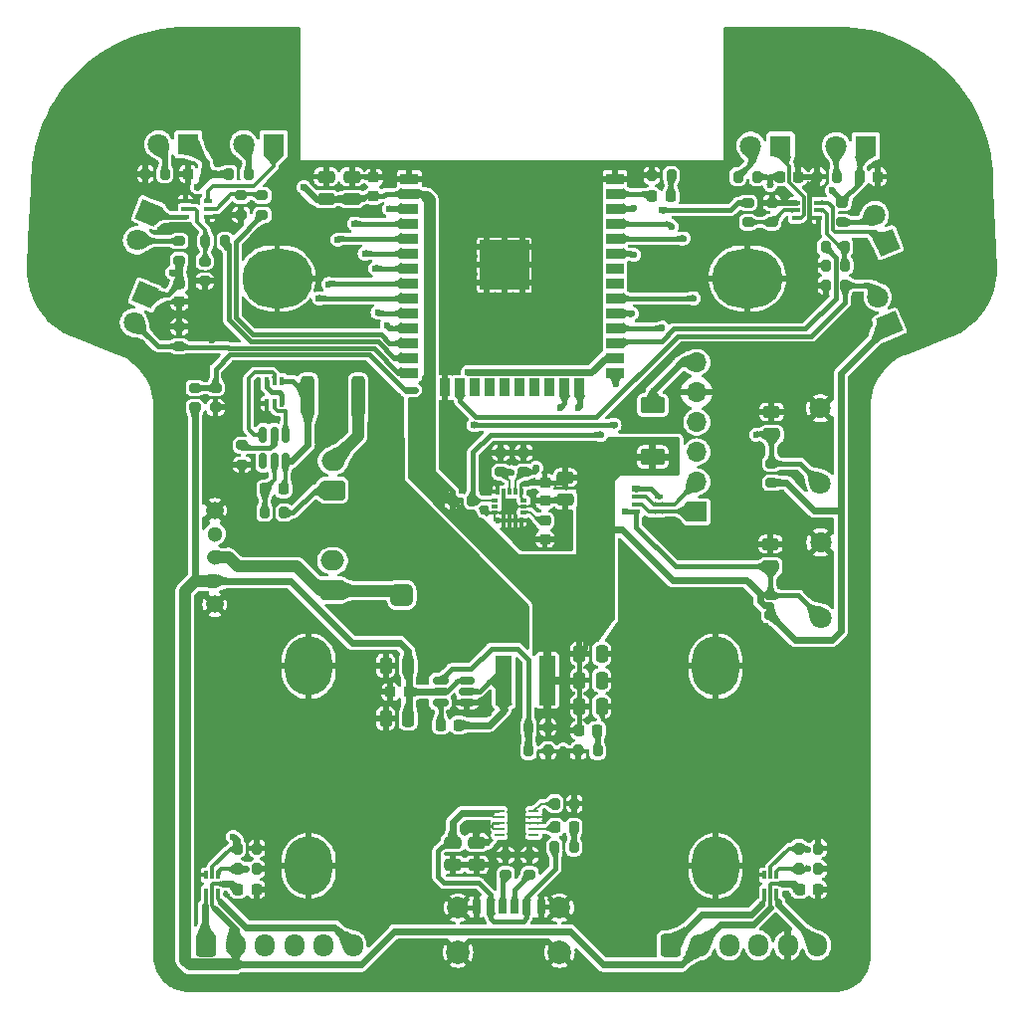
<source format=gtl>
%TF.GenerationSoftware,KiCad,Pcbnew,7.0.5*%
%TF.CreationDate,2023-06-03T10:53:17+02:00*%
%TF.ProjectId,electronix,656c6563-7472-46f6-9e69-782e6b696361,rev?*%
%TF.SameCoordinates,Original*%
%TF.FileFunction,Copper,L1,Top*%
%TF.FilePolarity,Positive*%
%FSLAX46Y46*%
G04 Gerber Fmt 4.6, Leading zero omitted, Abs format (unit mm)*
G04 Created by KiCad (PCBNEW 7.0.5) date 2023-06-03 10:53:17*
%MOMM*%
%LPD*%
G01*
G04 APERTURE LIST*
G04 Aperture macros list*
%AMRoundRect*
0 Rectangle with rounded corners*
0 $1 Rounding radius*
0 $2 $3 $4 $5 $6 $7 $8 $9 X,Y pos of 4 corners*
0 Add a 4 corners polygon primitive as box body*
4,1,4,$2,$3,$4,$5,$6,$7,$8,$9,$2,$3,0*
0 Add four circle primitives for the rounded corners*
1,1,$1+$1,$2,$3*
1,1,$1+$1,$4,$5*
1,1,$1+$1,$6,$7*
1,1,$1+$1,$8,$9*
0 Add four rect primitives between the rounded corners*
20,1,$1+$1,$2,$3,$4,$5,0*
20,1,$1+$1,$4,$5,$6,$7,0*
20,1,$1+$1,$6,$7,$8,$9,0*
20,1,$1+$1,$8,$9,$2,$3,0*%
%AMRotRect*
0 Rectangle, with rotation*
0 The origin of the aperture is its center*
0 $1 length*
0 $2 width*
0 $3 Rotation angle, in degrees counterclockwise*
0 Add horizontal line*
21,1,$1,$2,0,0,$3*%
G04 Aperture macros list end*
%TA.AperFunction,SMDPad,CuDef*%
%ADD10RoundRect,0.250000X0.475000X-0.250000X0.475000X0.250000X-0.475000X0.250000X-0.475000X-0.250000X0*%
%TD*%
%TA.AperFunction,SMDPad,CuDef*%
%ADD11RoundRect,0.200000X-0.200000X-0.275000X0.200000X-0.275000X0.200000X0.275000X-0.200000X0.275000X0*%
%TD*%
%TA.AperFunction,SMDPad,CuDef*%
%ADD12RoundRect,0.225000X0.225000X0.250000X-0.225000X0.250000X-0.225000X-0.250000X0.225000X-0.250000X0*%
%TD*%
%TA.AperFunction,SMDPad,CuDef*%
%ADD13RoundRect,0.200000X-0.275000X0.200000X-0.275000X-0.200000X0.275000X-0.200000X0.275000X0.200000X0*%
%TD*%
%TA.AperFunction,SMDPad,CuDef*%
%ADD14RoundRect,0.200000X0.200000X0.275000X-0.200000X0.275000X-0.200000X-0.275000X0.200000X-0.275000X0*%
%TD*%
%TA.AperFunction,ComponentPad*%
%ADD15R,1.800000X1.800000*%
%TD*%
%TA.AperFunction,ComponentPad*%
%ADD16C,1.800000*%
%TD*%
%TA.AperFunction,SMDPad,CuDef*%
%ADD17RoundRect,0.225000X0.250000X-0.225000X0.250000X0.225000X-0.250000X0.225000X-0.250000X-0.225000X0*%
%TD*%
%TA.AperFunction,SMDPad,CuDef*%
%ADD18RoundRect,0.200000X0.275000X-0.200000X0.275000X0.200000X-0.275000X0.200000X-0.275000X-0.200000X0*%
%TD*%
%TA.AperFunction,ComponentPad*%
%ADD19RoundRect,0.250000X0.750000X-0.600000X0.750000X0.600000X-0.750000X0.600000X-0.750000X-0.600000X0*%
%TD*%
%TA.AperFunction,ComponentPad*%
%ADD20O,2.000000X1.700000*%
%TD*%
%TA.AperFunction,SMDPad,CuDef*%
%ADD21RoundRect,0.250000X0.250000X0.475000X-0.250000X0.475000X-0.250000X-0.475000X0.250000X-0.475000X0*%
%TD*%
%TA.AperFunction,SMDPad,CuDef*%
%ADD22RoundRect,0.250000X-0.250000X-0.475000X0.250000X-0.475000X0.250000X0.475000X-0.250000X0.475000X0*%
%TD*%
%TA.AperFunction,SMDPad,CuDef*%
%ADD23RoundRect,0.087500X-0.087500X0.187500X-0.087500X-0.187500X0.087500X-0.187500X0.087500X0.187500X0*%
%TD*%
%TA.AperFunction,SMDPad,CuDef*%
%ADD24RoundRect,0.087500X-0.187500X0.087500X-0.187500X-0.087500X0.187500X-0.087500X0.187500X0.087500X0*%
%TD*%
%TA.AperFunction,SMDPad,CuDef*%
%ADD25RoundRect,0.150000X-0.150000X0.512500X-0.150000X-0.512500X0.150000X-0.512500X0.150000X0.512500X0*%
%TD*%
%TA.AperFunction,SMDPad,CuDef*%
%ADD26RoundRect,0.218750X0.218750X0.256250X-0.218750X0.256250X-0.218750X-0.256250X0.218750X-0.256250X0*%
%TD*%
%TA.AperFunction,SMDPad,CuDef*%
%ADD27RoundRect,0.225000X-0.250000X0.225000X-0.250000X-0.225000X0.250000X-0.225000X0.250000X0.225000X0*%
%TD*%
%TA.AperFunction,SMDPad,CuDef*%
%ADD28R,0.340000X0.700000*%
%TD*%
%TA.AperFunction,SMDPad,CuDef*%
%ADD29R,0.650000X0.400000*%
%TD*%
%TA.AperFunction,SMDPad,CuDef*%
%ADD30RoundRect,0.250000X-0.475000X0.250000X-0.475000X-0.250000X0.475000X-0.250000X0.475000X0.250000X0*%
%TD*%
%TA.AperFunction,ComponentPad*%
%ADD31C,1.300000*%
%TD*%
%TA.AperFunction,ComponentPad*%
%ADD32C,1.200000*%
%TD*%
%TA.AperFunction,ComponentPad*%
%ADD33C,1.500000*%
%TD*%
%TA.AperFunction,SMDPad,CuDef*%
%ADD34RoundRect,0.250000X-0.312500X-1.450000X0.312500X-1.450000X0.312500X1.450000X-0.312500X1.450000X0*%
%TD*%
%TA.AperFunction,SMDPad,CuDef*%
%ADD35RoundRect,0.250000X0.800000X-0.450000X0.800000X0.450000X-0.800000X0.450000X-0.800000X-0.450000X0*%
%TD*%
%TA.AperFunction,SMDPad,CuDef*%
%ADD36R,1.500000X0.900000*%
%TD*%
%TA.AperFunction,SMDPad,CuDef*%
%ADD37R,0.900000X1.500000*%
%TD*%
%TA.AperFunction,SMDPad,CuDef*%
%ADD38R,1.050000X1.050000*%
%TD*%
%TA.AperFunction,HeatsinkPad*%
%ADD39C,0.600000*%
%TD*%
%TA.AperFunction,SMDPad,CuDef*%
%ADD40R,4.200000X4.200000*%
%TD*%
%TA.AperFunction,ComponentPad*%
%ADD41RoundRect,0.250000X-0.600000X-0.725000X0.600000X-0.725000X0.600000X0.725000X-0.600000X0.725000X0*%
%TD*%
%TA.AperFunction,ComponentPad*%
%ADD42O,1.700000X1.950000*%
%TD*%
%TA.AperFunction,ComponentPad*%
%ADD43RotRect,1.800000X1.800000X112.500000*%
%TD*%
%TA.AperFunction,SMDPad,CuDef*%
%ADD44RoundRect,0.218750X-0.218750X-0.256250X0.218750X-0.256250X0.218750X0.256250X-0.218750X0.256250X0*%
%TD*%
%TA.AperFunction,SMDPad,CuDef*%
%ADD45RoundRect,0.150000X0.512500X0.150000X-0.512500X0.150000X-0.512500X-0.150000X0.512500X-0.150000X0*%
%TD*%
%TA.AperFunction,SMDPad,CuDef*%
%ADD46RoundRect,0.062500X-0.362500X-0.062500X0.362500X-0.062500X0.362500X0.062500X-0.362500X0.062500X0*%
%TD*%
%TA.AperFunction,ComponentPad*%
%ADD47C,0.500000*%
%TD*%
%TA.AperFunction,SMDPad,CuDef*%
%ADD48R,1.650000X2.380000*%
%TD*%
%TA.AperFunction,SMDPad,CuDef*%
%ADD49R,0.400000X0.650000*%
%TD*%
%TA.AperFunction,ComponentPad*%
%ADD50RotRect,1.800000X1.800000X247.500000*%
%TD*%
%TA.AperFunction,SMDPad,CuDef*%
%ADD51RoundRect,0.225000X-0.225000X-0.250000X0.225000X-0.250000X0.225000X0.250000X-0.225000X0.250000X0*%
%TD*%
%TA.AperFunction,SMDPad,CuDef*%
%ADD52R,0.700000X1.200000*%
%TD*%
%TA.AperFunction,SMDPad,CuDef*%
%ADD53R,0.760000X1.200000*%
%TD*%
%TA.AperFunction,SMDPad,CuDef*%
%ADD54R,0.800000X1.200000*%
%TD*%
%TA.AperFunction,ComponentPad*%
%ADD55C,1.850000*%
%TD*%
%TA.AperFunction,ComponentPad*%
%ADD56C,2.010000*%
%TD*%
%TA.AperFunction,SMDPad,CuDef*%
%ADD57R,1.400000X4.200000*%
%TD*%
%TA.AperFunction,ComponentPad*%
%ADD58R,1.700000X1.700000*%
%TD*%
%TA.AperFunction,ComponentPad*%
%ADD59O,1.700000X1.700000*%
%TD*%
%TA.AperFunction,ComponentPad*%
%ADD60O,4.000000X5.000000*%
%TD*%
%TA.AperFunction,ComponentPad*%
%ADD61O,6.000000X5.000000*%
%TD*%
%TA.AperFunction,ViaPad*%
%ADD62C,0.600000*%
%TD*%
%TA.AperFunction,Conductor*%
%ADD63C,0.400000*%
%TD*%
%TA.AperFunction,Conductor*%
%ADD64C,0.600000*%
%TD*%
%TA.AperFunction,Conductor*%
%ADD65C,0.500000*%
%TD*%
%TA.AperFunction,Conductor*%
%ADD66C,0.300000*%
%TD*%
%TA.AperFunction,Conductor*%
%ADD67C,1.000000*%
%TD*%
%TA.AperFunction,Conductor*%
%ADD68C,0.200000*%
%TD*%
G04 APERTURE END LIST*
D10*
X115200000Y-77250000D03*
X115200000Y-75350000D03*
X117400000Y-77250000D03*
X117400000Y-75350000D03*
D11*
X109975000Y-103925000D03*
X111625000Y-103925000D03*
D12*
X109275000Y-136000000D03*
X107725000Y-136000000D03*
D13*
X108050000Y-98200000D03*
X108050000Y-99850000D03*
D14*
X136294000Y-132400000D03*
X134644000Y-132400000D03*
D15*
X153878561Y-72730455D03*
D16*
X151338561Y-72730455D03*
D17*
X133825000Y-106175000D03*
X133825000Y-104625000D03*
D13*
X151113561Y-77573455D03*
X151113561Y-79223455D03*
D18*
X153025000Y-112642500D03*
X153025000Y-110992500D03*
D10*
X153117500Y-97267500D03*
X153117500Y-95367500D03*
D19*
X115800000Y-102025000D03*
D20*
X115800000Y-99525000D03*
D21*
X122184000Y-116942000D03*
X120284000Y-116942000D03*
D19*
X115775000Y-110525000D03*
D20*
X115775000Y-108025000D03*
D18*
X109772000Y-78599000D03*
X109772000Y-76949000D03*
D22*
X136759000Y-115942000D03*
X138659000Y-115942000D03*
D17*
X133825000Y-102925000D03*
X133825000Y-101375000D03*
D22*
X136759000Y-120442000D03*
X138659000Y-120442000D03*
D13*
X159127561Y-77573455D03*
X159127561Y-79223455D03*
D18*
X153145561Y-79223455D03*
X153145561Y-77573455D03*
D23*
X131800000Y-102175000D03*
X131300000Y-102175000D03*
X130800000Y-102175000D03*
X130300000Y-102175000D03*
X129800000Y-102175000D03*
D24*
X129575000Y-102900000D03*
X129575000Y-103400000D03*
X129575000Y-103900000D03*
D23*
X129800000Y-104625000D03*
X130300000Y-104625000D03*
X130800000Y-104625000D03*
X131300000Y-104625000D03*
X131800000Y-104625000D03*
D24*
X132025000Y-103900000D03*
X132025000Y-103400000D03*
X132025000Y-102900000D03*
D25*
X111750000Y-97287500D03*
X110800000Y-97287500D03*
X109850000Y-97287500D03*
X109850000Y-99562500D03*
X110800000Y-99562500D03*
X111750000Y-99562500D03*
D11*
X157011561Y-75350455D03*
X158661561Y-75350455D03*
D26*
X138276500Y-122442000D03*
X136701500Y-122442000D03*
D27*
X119250000Y-75425000D03*
X119250000Y-76975000D03*
D28*
X106000000Y-134750000D03*
X105500000Y-134750000D03*
X105000000Y-134750000D03*
X105000000Y-136250000D03*
X105500000Y-136250000D03*
X106000000Y-136250000D03*
D18*
X132531000Y-134721000D03*
X132531000Y-133071000D03*
D29*
X103234000Y-77441000D03*
X103234000Y-78091000D03*
X103234000Y-78741000D03*
X105134000Y-78741000D03*
X105134000Y-78091000D03*
X105134000Y-77441000D03*
D15*
X110744000Y-72597000D03*
D16*
X108204000Y-72597000D03*
D30*
X128009000Y-133892000D03*
X128009000Y-131992000D03*
D31*
X105750000Y-105750000D03*
X105750000Y-107750000D03*
D32*
X105750000Y-109750000D03*
D33*
X105750000Y-103750000D03*
X105750000Y-111750000D03*
D11*
X136664000Y-124192000D03*
X138314000Y-124192000D03*
D34*
X113662500Y-94025000D03*
X117937500Y-94025000D03*
D11*
X157699000Y-81317000D03*
X159349000Y-81317000D03*
X157723000Y-84586000D03*
X159373000Y-84586000D03*
D14*
X159373000Y-82884000D03*
X157723000Y-82884000D03*
D10*
X153025000Y-108517500D03*
X153025000Y-106617500D03*
D30*
X135575000Y-100950000D03*
X135575000Y-102850000D03*
D11*
X125975000Y-102900000D03*
X127625000Y-102900000D03*
D13*
X132025000Y-98825000D03*
X132025000Y-100475000D03*
D16*
X157257500Y-95057500D03*
X157257500Y-101457500D03*
D14*
X106599000Y-80822000D03*
X104949000Y-80822000D03*
D12*
X155402561Y-75350455D03*
X153852561Y-75350455D03*
D35*
X143000000Y-99200000D03*
X143000000Y-94800000D03*
D21*
X122184000Y-121442000D03*
X120284000Y-121442000D03*
D16*
X157275000Y-106467500D03*
X157275000Y-112867500D03*
D12*
X157050000Y-136000000D03*
X155500000Y-136000000D03*
X162167561Y-75350455D03*
X160617561Y-75350455D03*
D13*
X104900000Y-82575000D03*
X104900000Y-84225000D03*
D11*
X107675000Y-132500000D03*
X109325000Y-132500000D03*
D13*
X107969000Y-76949000D03*
X107969000Y-78599000D03*
D36*
X122296000Y-75531000D03*
X122296000Y-76801000D03*
X122296000Y-78071000D03*
X122296000Y-79341000D03*
X122296000Y-80611000D03*
X122296000Y-81881000D03*
X122296000Y-83151000D03*
X122296000Y-84421000D03*
X122296000Y-85691000D03*
X122296000Y-86961000D03*
X122296000Y-88231000D03*
X122296000Y-89501000D03*
X122296000Y-90771000D03*
X122296000Y-92041000D03*
D37*
X125336000Y-93291000D03*
X126606000Y-93291000D03*
X127876000Y-93291000D03*
X129146000Y-93291000D03*
X130416000Y-93291000D03*
X131686000Y-93291000D03*
X132956000Y-93291000D03*
X134226000Y-93291000D03*
X135496000Y-93291000D03*
X136766000Y-93291000D03*
D36*
X139796000Y-92041000D03*
X139796000Y-90771000D03*
X139796000Y-89501000D03*
X139796000Y-88231000D03*
X139796000Y-86961000D03*
X139796000Y-85691000D03*
X139796000Y-84421000D03*
X139796000Y-83151000D03*
X139796000Y-81881000D03*
X139796000Y-80611000D03*
X139796000Y-79341000D03*
X139796000Y-78071000D03*
X139796000Y-76801000D03*
X139796000Y-75531000D03*
D38*
X128841000Y-81346000D03*
D39*
X128841000Y-82108500D03*
D38*
X128841000Y-82871000D03*
D39*
X128841000Y-83633500D03*
D38*
X128841000Y-84396000D03*
D39*
X129603500Y-81346000D03*
X129603500Y-82871000D03*
X129603500Y-84396000D03*
D38*
X130366000Y-81346000D03*
D39*
X130366000Y-82108500D03*
D38*
X130366000Y-82871000D03*
D40*
X130366000Y-82871000D03*
D39*
X130366000Y-83633500D03*
D38*
X130366000Y-84396000D03*
D39*
X131128500Y-81346000D03*
X131128500Y-82871000D03*
X131128500Y-84396000D03*
D38*
X131891000Y-81346000D03*
D39*
X131891000Y-82108500D03*
D38*
X131891000Y-82871000D03*
D39*
X131891000Y-83633500D03*
D38*
X131891000Y-84396000D03*
D41*
X105000000Y-140750000D03*
D42*
X107500000Y-140750000D03*
X110000000Y-140750000D03*
X112500000Y-140750000D03*
X115000000Y-140750000D03*
X117500000Y-140750000D03*
D11*
X155450000Y-134250000D03*
X157100000Y-134250000D03*
D26*
X144537500Y-77000000D03*
X142962500Y-77000000D03*
D22*
X136759000Y-118192000D03*
X138659000Y-118192000D03*
D43*
X163127561Y-87957455D03*
D16*
X162155545Y-85610801D03*
D18*
X153117500Y-101392500D03*
X153117500Y-99742500D03*
D44*
X134712500Y-130700000D03*
X136287500Y-130700000D03*
D30*
X126009000Y-131992000D03*
X126009000Y-133892000D03*
D29*
X157077561Y-78857455D03*
X157077561Y-78207455D03*
X157077561Y-77557455D03*
X155177561Y-77557455D03*
X155177561Y-78207455D03*
X155177561Y-78857455D03*
D15*
X161127561Y-72754455D03*
D16*
X158587561Y-72754455D03*
D41*
X144500000Y-140750000D03*
D42*
X147000000Y-140750000D03*
X149500000Y-140750000D03*
X152000000Y-140750000D03*
X154500000Y-140750000D03*
X157000000Y-140750000D03*
D29*
X141600000Y-102560000D03*
X141600000Y-103210000D03*
X141600000Y-103860000D03*
X143500000Y-103860000D03*
X143500000Y-103210000D03*
X143500000Y-102560000D03*
D45*
X127209000Y-120092000D03*
X127209000Y-119142000D03*
X127209000Y-118192000D03*
X124934000Y-118192000D03*
X124934000Y-119142000D03*
X124934000Y-120092000D03*
D18*
X130499000Y-134721000D03*
X130499000Y-133071000D03*
D46*
X129969000Y-129347000D03*
X129969000Y-129847000D03*
X129969000Y-130347000D03*
X129969000Y-130847000D03*
X129969000Y-131347000D03*
X132869000Y-131347000D03*
X132869000Y-130847000D03*
X132869000Y-130347000D03*
X132869000Y-129847000D03*
X132869000Y-129347000D03*
D47*
X130844000Y-129407000D03*
X130844000Y-130347000D03*
X130844000Y-131287000D03*
D48*
X131419000Y-130347000D03*
D47*
X131994000Y-129407000D03*
X131994000Y-130347000D03*
X131994000Y-131287000D03*
D43*
X162877561Y-80957455D03*
D16*
X161905545Y-78610801D03*
D49*
X110150000Y-94625000D03*
X110800000Y-94625000D03*
X111450000Y-94625000D03*
X111450000Y-92725000D03*
X110800000Y-92725000D03*
X110150000Y-92725000D03*
D50*
X99841283Y-85406562D03*
D16*
X98869267Y-87753216D03*
D13*
X102726000Y-88125000D03*
X102726000Y-89775000D03*
D11*
X106951000Y-75122000D03*
X108601000Y-75122000D03*
X132434000Y-124192000D03*
X134084000Y-124192000D03*
D15*
X103494000Y-72597000D03*
D16*
X100954000Y-72597000D03*
D28*
X153525000Y-134750000D03*
X153025000Y-134750000D03*
X152525000Y-134750000D03*
X152525000Y-136250000D03*
X153025000Y-136250000D03*
X153525000Y-136250000D03*
D51*
X120679000Y-119192000D03*
X122229000Y-119192000D03*
D13*
X105800000Y-93325000D03*
X105800000Y-94975000D03*
D14*
X134084000Y-122192000D03*
X132434000Y-122192000D03*
D52*
X130250000Y-137470000D03*
D53*
X132270000Y-137470000D03*
D54*
X133500000Y-137470000D03*
D52*
X131250000Y-137470000D03*
D53*
X129230000Y-137470000D03*
D54*
X128000000Y-137470000D03*
D55*
X126430000Y-137550000D03*
D56*
X126430000Y-141350000D03*
D55*
X135070000Y-137550000D03*
D56*
X135070000Y-141350000D03*
D18*
X104050000Y-94975000D03*
X104050000Y-93325000D03*
D12*
X111575000Y-101925000D03*
X110025000Y-101925000D03*
D18*
X102726000Y-82472000D03*
X102726000Y-80822000D03*
D14*
X151904561Y-75350455D03*
X150254561Y-75350455D03*
D12*
X126525000Y-122000000D03*
X124975000Y-122000000D03*
D11*
X134684000Y-128692000D03*
X136334000Y-128692000D03*
X99839000Y-75122000D03*
X101489000Y-75122000D03*
D57*
X130334000Y-118192000D03*
X134034000Y-118192000D03*
D17*
X102726000Y-85978000D03*
X102726000Y-84428000D03*
D11*
X142925000Y-75250000D03*
X144575000Y-75250000D03*
D13*
X130075000Y-98825000D03*
X130075000Y-100475000D03*
D51*
X103444000Y-75122000D03*
X104994000Y-75122000D03*
D50*
X100091283Y-78406562D03*
D16*
X99119267Y-80753216D03*
D11*
X155450000Y-132500000D03*
X157100000Y-132500000D03*
D58*
X146750000Y-103850000D03*
D59*
X146750000Y-101310000D03*
X146750000Y-98770000D03*
X146750000Y-96230000D03*
X146750000Y-93690000D03*
X146750000Y-91150000D03*
D11*
X107675000Y-134250000D03*
X109325000Y-134250000D03*
D60*
X148358500Y-117000000D03*
X148358500Y-134000000D03*
D61*
X151046000Y-84000000D03*
X111046000Y-84000000D03*
D60*
X113733500Y-134000000D03*
X113733500Y-117000000D03*
D62*
X149700000Y-111500000D03*
X145400000Y-111500000D03*
X140900000Y-111500000D03*
X140800000Y-107600000D03*
X131200000Y-126500000D03*
X123500000Y-126500000D03*
X123500000Y-118000000D03*
X129500000Y-113200000D03*
X125500000Y-108700000D03*
X125500000Y-113200000D03*
X121300000Y-108700000D03*
X121300000Y-103400000D03*
X121300000Y-99800000D03*
X121200000Y-95800000D03*
X113900000Y-99600000D03*
X123500000Y-122600000D03*
X123500000Y-121400000D03*
X123500000Y-120200000D03*
X130800000Y-122200000D03*
X128300000Y-123400000D03*
X129600000Y-123400000D03*
X130800000Y-123400000D03*
X139700000Y-117100000D03*
X139600000Y-119300000D03*
X139500000Y-114500000D03*
X128200000Y-131000000D03*
X121200000Y-111400000D03*
X122100000Y-111400000D03*
X109300000Y-93300000D03*
X109300000Y-94200000D03*
X109300000Y-95100000D03*
X109300000Y-96000000D03*
X122100000Y-110500000D03*
X121200000Y-110500000D03*
X127600000Y-130400000D03*
X128900000Y-130400000D03*
X126900000Y-131000000D03*
X129000000Y-141500000D03*
X101400000Y-121400000D03*
X147900000Y-97500000D03*
X145000000Y-137000000D03*
X148100000Y-102300000D03*
X129000000Y-119750000D03*
X112500000Y-88000000D03*
X160750000Y-104250000D03*
X101400000Y-136600000D03*
X142200000Y-96400000D03*
X101400000Y-116500000D03*
X132500000Y-90750000D03*
X132500000Y-76500000D03*
X126000000Y-121000000D03*
X116450000Y-131350000D03*
X159750000Y-136750000D03*
X92500000Y-71500000D03*
X147500000Y-126500000D03*
X147400000Y-87100000D03*
X152750000Y-66750000D03*
X151500000Y-143000000D03*
X97500000Y-76500000D03*
X112500000Y-121500000D03*
X151500000Y-105500000D03*
X97500000Y-71500000D03*
X107200000Y-93600000D03*
X102500000Y-66500000D03*
X143300000Y-82300000D03*
X152500000Y-126500000D03*
X100300000Y-82900000D03*
X112500000Y-66500000D03*
X92500000Y-81500000D03*
X106500000Y-130900000D03*
X163500000Y-71000000D03*
X163500000Y-66500000D03*
X112500000Y-106500000D03*
X133750000Y-133500000D03*
X112500000Y-71500000D03*
X106900000Y-96500000D03*
X156250000Y-86250000D03*
X160250000Y-88250000D03*
X97500000Y-86500000D03*
X136300000Y-74900000D03*
X142250000Y-141000000D03*
X128600000Y-103800000D03*
X139300000Y-128400000D03*
X157257500Y-97907500D03*
X147500000Y-129400000D03*
X112800000Y-77900000D03*
X121400000Y-134700000D03*
X113700000Y-75300000D03*
X151700000Y-131800000D03*
X135400000Y-124100000D03*
X112250000Y-137250000D03*
X125250000Y-98000000D03*
X138000000Y-77250000D03*
X106100000Y-116500000D03*
X116700000Y-112400000D03*
X167500000Y-71500000D03*
X101400000Y-101500000D03*
X102500000Y-76500000D03*
X101400000Y-131500000D03*
X129250000Y-133000000D03*
X152000000Y-76500000D03*
X160800000Y-93900000D03*
X112500000Y-126500000D03*
X92500000Y-86500000D03*
X140400000Y-137500000D03*
X135800000Y-133800000D03*
X116350000Y-126450000D03*
X159750000Y-131250000D03*
X101400000Y-126600000D03*
X158000000Y-66500000D03*
X120750000Y-143250000D03*
X163200000Y-82800000D03*
X152500000Y-121500000D03*
X132500000Y-106500000D03*
X92500000Y-76500000D03*
X101500000Y-87250000D03*
X150900000Y-136400000D03*
X135400000Y-106600000D03*
X106200000Y-101700000D03*
X106100000Y-121500000D03*
X157500000Y-121500000D03*
X147500000Y-81500000D03*
X130400000Y-103000000D03*
X147500000Y-121500000D03*
X129000000Y-121000000D03*
X131100000Y-103700000D03*
X106500000Y-79250000D03*
X168300000Y-80900000D03*
X122500000Y-136500000D03*
X135400000Y-104100000D03*
X97500000Y-66500000D03*
X156900000Y-80000000D03*
X163800000Y-77100000D03*
X107500000Y-66500000D03*
X107400000Y-143900000D03*
X116600000Y-136700000D03*
X110500000Y-80250000D03*
X157500000Y-126500000D03*
X105200000Y-86700000D03*
X116450000Y-121450000D03*
X143600000Y-120000000D03*
X153200000Y-91100000D03*
X112900000Y-101600000D03*
X132500000Y-141500000D03*
X143200000Y-87300000D03*
X113750000Y-79750000D03*
X167500000Y-86500000D03*
X105500000Y-89250000D03*
X112500000Y-111500000D03*
X152500000Y-116500000D03*
X108200000Y-137200000D03*
X160800000Y-113900000D03*
X127500000Y-90750000D03*
X152500000Y-71000000D03*
X167500000Y-76500000D03*
X101400000Y-96500000D03*
X132800000Y-102200000D03*
X97500000Y-81500000D03*
X110200000Y-96000000D03*
X106200000Y-126600000D03*
X148500000Y-107400000D03*
X147900000Y-92400000D03*
X133500000Y-132250000D03*
X159750000Y-143000000D03*
X126300000Y-99900000D03*
X129250000Y-135000000D03*
X132500000Y-86500000D03*
X111100000Y-96000000D03*
X127500000Y-76500000D03*
X101400000Y-91500000D03*
X143500000Y-116200000D03*
X151900000Y-101400000D03*
X147750000Y-76500000D03*
X127500000Y-86500000D03*
X158000000Y-71000000D03*
X111750000Y-131000000D03*
X101400000Y-142300000D03*
X140700000Y-124600000D03*
X153000000Y-76051900D03*
X113300000Y-76250000D03*
X104250000Y-76250000D03*
X102100000Y-83500000D03*
X158250000Y-76500000D03*
X146500000Y-85691000D03*
X151800000Y-97300000D03*
X141400000Y-82000000D03*
X131000000Y-100500000D03*
X133067356Y-100123500D03*
X141400000Y-78000000D03*
X141200000Y-87000000D03*
X138600000Y-97300000D03*
X119600000Y-86900000D03*
X156200000Y-134200000D03*
X156200000Y-132600000D03*
X120373500Y-88000000D03*
X108400000Y-134200000D03*
X115400000Y-84500000D03*
X107300000Y-131500000D03*
X114600000Y-85700000D03*
X144600000Y-79600000D03*
X145600000Y-80600000D03*
X119400000Y-83151000D03*
X118500000Y-81881000D03*
X116200000Y-80700000D03*
X117600000Y-79341000D03*
X139837000Y-93037000D03*
X141500000Y-101900000D03*
X135100000Y-95000000D03*
X136648100Y-95000000D03*
X127250000Y-92000000D03*
X122750000Y-93500000D03*
X143800000Y-78200000D03*
X143800000Y-88200000D03*
X139750000Y-96473000D03*
X140600000Y-103800000D03*
X120600000Y-78100000D03*
X127750000Y-96473000D03*
D63*
X143800000Y-78200000D02*
X149600000Y-78200000D01*
X149600000Y-78200000D02*
X150226545Y-77573455D01*
X150226545Y-77573455D02*
X151113561Y-77573455D01*
X143800000Y-88200000D02*
X143769000Y-88231000D01*
X143769000Y-88231000D02*
X139796000Y-88231000D01*
X139897000Y-89400000D02*
X143727355Y-89400000D01*
X143727355Y-89400000D02*
X144827355Y-88300000D01*
X144827355Y-88300000D02*
X156000000Y-88300000D01*
X156000000Y-88300000D02*
X158600000Y-85700000D01*
X158600000Y-85700000D02*
X158600000Y-82218000D01*
X158600000Y-82218000D02*
X157699000Y-81317000D01*
X126606000Y-93291000D02*
X126606000Y-94441000D01*
X156500000Y-88900000D02*
X159373000Y-86027000D01*
X159373000Y-86027000D02*
X159373000Y-84586000D01*
X126606000Y-94441000D02*
X127965000Y-95800000D01*
X127965000Y-95800000D02*
X138200000Y-95800000D01*
X138200000Y-95800000D02*
X145100000Y-88900000D01*
X145100000Y-88900000D02*
X156500000Y-88900000D01*
D64*
X143000000Y-94800000D02*
X143000000Y-93600000D01*
X143000000Y-93600000D02*
X145450000Y-91150000D01*
X145450000Y-91150000D02*
X145959712Y-91150000D01*
D63*
X146500000Y-85691000D02*
X139796000Y-85691000D01*
X141500000Y-101900000D02*
X142840000Y-101900000D01*
X142840000Y-101900000D02*
X143500000Y-102560000D01*
D64*
X153025000Y-112642500D02*
X153025000Y-111819500D01*
X153025000Y-111819500D02*
X152490288Y-111819500D01*
X140400000Y-105400000D02*
X137500000Y-105400000D01*
X152490288Y-111819500D02*
X152123000Y-111452212D01*
X152123000Y-111452212D02*
X152123000Y-110823000D01*
X152123000Y-110823000D02*
X151000000Y-109700000D01*
X151000000Y-109700000D02*
X144700000Y-109700000D01*
X144700000Y-109700000D02*
X140400000Y-105400000D01*
D65*
X155402561Y-75350455D02*
X157011561Y-75350455D01*
D66*
X153878561Y-72713455D02*
X153878561Y-73708455D01*
X153878561Y-73708455D02*
X154604961Y-74434855D01*
X155606561Y-78857455D02*
X155177561Y-78857455D01*
X154604961Y-74434855D02*
X154604961Y-75855055D01*
X154604961Y-75855055D02*
X155853561Y-77103655D01*
X155853561Y-77103655D02*
X155853561Y-78610455D01*
X155853561Y-78610455D02*
X155606561Y-78857455D01*
D63*
X157011561Y-75350455D02*
X156330561Y-76031455D01*
X156330561Y-79430561D02*
X156900000Y-80000000D01*
X156330561Y-76031455D02*
X156330561Y-79430561D01*
X139837000Y-93037000D02*
X139837000Y-92000000D01*
X137250000Y-115451000D02*
X137250000Y-112800000D01*
X137250000Y-112800000D02*
X137250000Y-108000000D01*
D64*
X163127561Y-87957455D02*
X159000000Y-92085016D01*
X159000000Y-92085016D02*
X159000000Y-103750000D01*
D66*
X109695000Y-76872000D02*
X107128000Y-76872000D01*
X107128000Y-76872000D02*
X105909000Y-78091000D01*
X105909000Y-78091000D02*
X105134000Y-78091000D01*
D64*
X102100000Y-83500000D02*
X102726000Y-83500000D01*
D63*
X106599000Y-80822000D02*
X106900000Y-81123000D01*
X120971000Y-90771000D02*
X122296000Y-90771000D01*
X106900000Y-81123000D02*
X106900000Y-87500000D01*
X106900000Y-87500000D02*
X108800000Y-89400000D01*
X108800000Y-89400000D02*
X119600000Y-89400000D01*
X119600000Y-89400000D02*
X120971000Y-90771000D01*
D64*
X107300000Y-131500000D02*
X107600000Y-131800000D01*
X107600000Y-131800000D02*
X107600000Y-132425000D01*
D63*
X119600000Y-86900000D02*
X119661000Y-86961000D01*
X119661000Y-86961000D02*
X122296000Y-86961000D01*
X116200000Y-80700000D02*
X116289000Y-80611000D01*
X116289000Y-80611000D02*
X122296000Y-80611000D01*
X115479000Y-84421000D02*
X122296000Y-84421000D01*
X115400000Y-84500000D02*
X115479000Y-84421000D01*
X114600000Y-85700000D02*
X114609000Y-85691000D01*
X114609000Y-85691000D02*
X122296000Y-85691000D01*
X122296000Y-89501000D02*
X120601000Y-89501000D01*
X109000000Y-88800000D02*
X107500000Y-87300000D01*
X120601000Y-89501000D02*
X119900000Y-88800000D01*
X119900000Y-88800000D02*
X109000000Y-88800000D01*
X107500000Y-87300000D02*
X107500000Y-80871000D01*
X107500000Y-80871000D02*
X109772000Y-78599000D01*
X120600000Y-78100000D02*
X120629000Y-78071000D01*
X120629000Y-78071000D02*
X122296000Y-78071000D01*
X122296000Y-76801000D02*
X120300000Y-76801000D01*
X120300000Y-76801000D02*
X120101000Y-77000000D01*
X120101000Y-77000000D02*
X118600000Y-77000000D01*
X118600000Y-77000000D02*
X118350000Y-77250000D01*
X118350000Y-77250000D02*
X117400000Y-77250000D01*
D64*
X113300000Y-76250000D02*
X113350000Y-76250000D01*
X113350000Y-76250000D02*
X114350000Y-77250000D01*
X114350000Y-77250000D02*
X117400000Y-77250000D01*
D67*
X115800000Y-99525000D02*
X117937500Y-97387500D01*
X117937500Y-97387500D02*
X117937500Y-94025000D01*
D63*
X117600000Y-79341000D02*
X122296000Y-79341000D01*
X118500000Y-81881000D02*
X122296000Y-81881000D01*
X119400000Y-83151000D02*
X122296000Y-83151000D01*
X120373500Y-88000000D02*
X120604500Y-88231000D01*
X120604500Y-88231000D02*
X122296000Y-88231000D01*
X105800000Y-93325000D02*
X105800000Y-91700000D01*
X105800000Y-91700000D02*
X107000000Y-90500000D01*
X107000000Y-90500000D02*
X118901000Y-90500000D01*
X121901000Y-93500000D02*
X122000000Y-93500000D01*
X118901000Y-90500000D02*
X121901000Y-93500000D01*
D64*
X122750000Y-93500000D02*
X122000000Y-93500000D01*
D63*
X102828000Y-89877000D02*
X106823000Y-89877000D01*
X106823000Y-89877000D02*
X106919000Y-89973000D01*
X106919000Y-89973000D02*
X119282420Y-89973000D01*
X119282420Y-89973000D02*
X121350420Y-92041000D01*
X121350420Y-92041000D02*
X122296000Y-92041000D01*
D67*
X107500000Y-142400000D02*
X103600000Y-142400000D01*
X103600000Y-142400000D02*
X103200000Y-142000000D01*
X103200000Y-142000000D02*
X103200000Y-110600000D01*
X103200000Y-110600000D02*
X104025000Y-109775000D01*
X104025000Y-109775000D02*
X104225000Y-109775000D01*
D64*
X104050000Y-94975000D02*
X104050000Y-109600000D01*
D63*
X104050000Y-109600000D02*
X104225000Y-109775000D01*
D67*
X104225000Y-109775000D02*
X105550000Y-109775000D01*
D64*
X105550000Y-109775000D02*
X112175000Y-109775000D01*
X112175000Y-109775000D02*
X117400000Y-115000000D01*
X117400000Y-115000000D02*
X121500000Y-115000000D01*
X121500000Y-115000000D02*
X122184000Y-115684000D01*
X122184000Y-115684000D02*
X122184000Y-116942000D01*
D68*
X127625000Y-102900000D02*
X129575000Y-102900000D01*
D63*
X138600000Y-97300000D02*
X129200000Y-97300000D01*
X129200000Y-97300000D02*
X127700000Y-98800000D01*
X127700000Y-98800000D02*
X127700000Y-102900000D01*
X140600000Y-103800000D02*
X140660000Y-103860000D01*
X140660000Y-103860000D02*
X141600000Y-103860000D01*
D64*
X129225000Y-129500000D02*
X126775000Y-129500000D01*
X126775000Y-129500000D02*
X125981000Y-130294000D01*
X125981000Y-130294000D02*
X125981000Y-131895000D01*
D66*
X153000000Y-137528134D02*
X153025000Y-137503134D01*
X153025000Y-137503134D02*
X153025000Y-136250000D01*
D64*
X153000000Y-137500000D02*
X153000000Y-137528134D01*
X153000000Y-137528134D02*
X151528134Y-139000000D01*
X151528134Y-139000000D02*
X148750000Y-139000000D01*
X148750000Y-139000000D02*
X147000000Y-140750000D01*
X157000000Y-140600000D02*
X153700000Y-137300000D01*
X153700000Y-137300000D02*
X153700000Y-137000000D01*
D66*
X153700000Y-137000000D02*
X153525000Y-136825000D01*
X153525000Y-136825000D02*
X153525000Y-136250000D01*
D64*
X152200000Y-137300000D02*
X151400000Y-138100000D01*
X151400000Y-138100000D02*
X147150000Y-138100000D01*
D66*
X152525000Y-136975000D02*
X152525000Y-136250000D01*
D64*
X147150000Y-138100000D02*
X144500000Y-140750000D01*
D66*
X152200000Y-137300000D02*
X152525000Y-136975000D01*
X106000000Y-136250000D02*
X106000000Y-136800000D01*
X106000000Y-136800000D02*
X106300000Y-137100000D01*
D64*
X106300000Y-137100000D02*
X108400000Y-139200000D01*
X108400000Y-139200000D02*
X115950000Y-139200000D01*
X115950000Y-139200000D02*
X117500000Y-140750000D01*
X147000000Y-140875000D02*
X145475000Y-142400000D01*
X145475000Y-142400000D02*
X138800000Y-142400000D01*
X138800000Y-142400000D02*
X136000000Y-139600000D01*
X136000000Y-139600000D02*
X121000000Y-139600000D01*
X121000000Y-139600000D02*
X118200000Y-142400000D01*
X118200000Y-142400000D02*
X107500000Y-142400000D01*
X107500000Y-140750000D02*
X107500000Y-142400000D01*
X105800000Y-137700000D02*
X107500000Y-139400000D01*
X107500000Y-139400000D02*
X107500000Y-140750000D01*
D66*
X105800000Y-137700000D02*
X105500000Y-137400000D01*
X105500000Y-137400000D02*
X105500000Y-136250000D01*
D64*
X104900000Y-137350000D02*
X104900000Y-140650000D01*
D66*
X105000000Y-137250000D02*
X105000000Y-136250000D01*
D64*
X154000000Y-135500000D02*
X155000000Y-135500000D01*
X155000000Y-135500000D02*
X155500000Y-136000000D01*
D66*
X154000000Y-135500000D02*
X153125000Y-135500000D01*
X153125000Y-135500000D02*
X153025000Y-135600000D01*
X153025000Y-135600000D02*
X153025000Y-136250000D01*
D64*
X107725000Y-136000000D02*
X107225000Y-135500000D01*
D66*
X106400000Y-135500000D02*
X105600000Y-135500000D01*
X105600000Y-135500000D02*
X105500000Y-135600000D01*
D64*
X107225000Y-135500000D02*
X106400000Y-135500000D01*
D66*
X105500000Y-135600000D02*
X105500000Y-136250000D01*
D63*
X159127561Y-77372439D02*
X160617561Y-75882439D01*
X160617561Y-75882439D02*
X160617561Y-75350455D01*
D68*
X128600000Y-103800000D02*
X128700000Y-103900000D01*
X128700000Y-103900000D02*
X129575000Y-103900000D01*
X129800000Y-104625000D02*
X129625000Y-104625000D01*
X129625000Y-104625000D02*
X129575000Y-104575000D01*
X129575000Y-104575000D02*
X129575000Y-103900000D01*
D66*
X130400000Y-103000000D02*
X130300000Y-102900000D01*
X130300000Y-102900000D02*
X130300000Y-102175000D01*
D68*
X129575000Y-103900000D02*
X130900000Y-103900000D01*
X130900000Y-103900000D02*
X131100000Y-103700000D01*
X131100000Y-103700000D02*
X131400000Y-103400000D01*
X131400000Y-103400000D02*
X132025000Y-103400000D01*
D67*
X121200000Y-111400000D02*
X121200000Y-110500000D01*
X122100000Y-111400000D02*
X121200000Y-111400000D01*
X122100000Y-110500000D02*
X122100000Y-111400000D01*
D66*
X110800000Y-92725000D02*
X110800000Y-92175000D01*
X109100000Y-92000000D02*
X108600000Y-92500000D01*
X110800000Y-92175000D02*
X110625000Y-92000000D01*
X110625000Y-92000000D02*
X109100000Y-92000000D01*
X108600000Y-92500000D02*
X108600000Y-96800000D01*
X108600000Y-96800000D02*
X109087500Y-97287500D01*
X109087500Y-97287500D02*
X109850000Y-97287500D01*
D67*
X115775000Y-110525000D02*
X114725000Y-110525000D01*
X114725000Y-110525000D02*
X112700000Y-108500000D01*
X112700000Y-108500000D02*
X107700000Y-108500000D01*
X107700000Y-108500000D02*
X106975000Y-107775000D01*
X106975000Y-107775000D02*
X105550000Y-107775000D01*
X121200000Y-110500000D02*
X122100000Y-110500000D01*
D68*
X129503000Y-130847000D02*
X129253000Y-130597000D01*
D67*
X121000000Y-110600000D02*
X115850000Y-110600000D01*
D68*
X129969000Y-130847000D02*
X129503000Y-130847000D01*
X129253000Y-130597000D02*
X129503000Y-130347000D01*
X129503000Y-130347000D02*
X129969000Y-130347000D01*
D63*
X112400000Y-103925000D02*
X111625000Y-103925000D01*
X115800000Y-102025000D02*
X114300000Y-102025000D01*
X114300000Y-102025000D02*
X112400000Y-103925000D01*
D68*
X132869000Y-129847000D02*
X131919000Y-129847000D01*
X132025000Y-103400000D02*
X132575000Y-103400000D01*
D63*
X131500000Y-133071000D02*
X132531000Y-133071000D01*
X131419000Y-132990000D02*
X131419000Y-130347000D01*
X155177561Y-77557455D02*
X153161561Y-77557455D01*
D68*
X132869000Y-130347000D02*
X131419000Y-130347000D01*
X133750000Y-130250000D02*
X133653000Y-130347000D01*
D63*
X126430000Y-137550000D02*
X127920000Y-137550000D01*
D68*
X133050000Y-102925000D02*
X133825000Y-102925000D01*
X132869000Y-129847000D02*
X133597000Y-129847000D01*
X133597000Y-129847000D02*
X133750000Y-130000000D01*
D63*
X133500000Y-137470000D02*
X134990000Y-137470000D01*
X131500000Y-133071000D02*
X131419000Y-132990000D01*
X133825000Y-102925000D02*
X135500000Y-102925000D01*
D68*
X133750000Y-130000000D02*
X133750000Y-130250000D01*
X132575000Y-103400000D02*
X133050000Y-102925000D01*
D63*
X130499000Y-133071000D02*
X131500000Y-133071000D01*
D68*
X133653000Y-130347000D02*
X132869000Y-130347000D01*
X132575000Y-103900000D02*
X132025000Y-103900000D01*
X133825000Y-104625000D02*
X133300000Y-104625000D01*
X133300000Y-104625000D02*
X132575000Y-103900000D01*
D64*
X159000000Y-114000000D02*
X158250000Y-114750000D01*
D63*
X99841283Y-85406562D02*
X101747438Y-85406562D01*
X101747438Y-85406562D02*
X102726000Y-84428000D01*
D64*
X136451500Y-122192000D02*
X136701500Y-122442000D01*
X104994000Y-75506000D02*
X104250000Y-76250000D01*
X155132500Y-114750000D02*
X153025000Y-112642500D01*
D66*
X129800000Y-102175000D02*
X129800000Y-101700000D01*
D68*
X131800000Y-102675000D02*
X131800000Y-102175000D01*
D67*
X123750000Y-77105000D02*
X124000000Y-77355000D01*
D64*
X102726000Y-82472000D02*
X102726000Y-83500000D01*
D63*
X137250000Y-108000000D02*
X137250000Y-102134000D01*
X130075000Y-98825000D02*
X132025000Y-98825000D01*
D68*
X132125000Y-101375000D02*
X133825000Y-101375000D01*
D64*
X143000000Y-99200000D02*
X137800000Y-99200000D01*
X123750000Y-100675000D02*
X125975000Y-102900000D01*
X154392500Y-101392500D02*
X156750000Y-103750000D01*
X159000000Y-106250000D02*
X159000000Y-114000000D01*
X102726000Y-83500000D02*
X102726000Y-84428000D01*
D63*
X137250000Y-100950000D02*
X135575000Y-100950000D01*
X137250000Y-102134000D02*
X137250000Y-100950000D01*
X160617561Y-75350455D02*
X160617561Y-73239455D01*
D66*
X135600000Y-101900000D02*
X135600000Y-100975000D01*
D64*
X159000000Y-103750000D02*
X159000000Y-106250000D01*
X153117500Y-101392500D02*
X154392500Y-101392500D01*
X104995000Y-75122000D02*
X104995000Y-74098000D01*
D68*
X131800000Y-102175000D02*
X131800000Y-101700000D01*
D64*
X158250000Y-114750000D02*
X155132500Y-114750000D01*
D63*
X131075000Y-108000000D02*
X137250000Y-108000000D01*
X135125000Y-101400000D02*
X135575000Y-100950000D01*
D67*
X124000000Y-77355000D02*
X124000000Y-100425000D01*
D64*
X104995000Y-74098000D02*
X103494000Y-72597000D01*
X134034000Y-118192000D02*
X136759000Y-118192000D01*
D68*
X132025000Y-102900000D02*
X131800000Y-102675000D01*
D63*
X137250000Y-102134000D02*
X137250000Y-99750000D01*
X159127561Y-77377561D02*
X158250000Y-76500000D01*
X136759000Y-115942000D02*
X136759000Y-122384500D01*
X133850000Y-101400000D02*
X135125000Y-101400000D01*
X125975000Y-102900000D02*
X131075000Y-108000000D01*
D66*
X129800000Y-101700000D02*
X129500000Y-101400000D01*
D63*
X136759000Y-115942000D02*
X137250000Y-115451000D01*
D67*
X124000000Y-100425000D02*
X123750000Y-100675000D01*
D64*
X122296000Y-76801000D02*
X123446000Y-76801000D01*
X106839000Y-75122000D02*
X104995000Y-75122000D01*
X123446000Y-76801000D02*
X123750000Y-77105000D01*
D63*
X153000000Y-75350455D02*
X153860561Y-75350455D01*
D68*
X131800000Y-101700000D02*
X132125000Y-101375000D01*
D63*
X104994000Y-75122000D02*
X104994000Y-75506000D01*
X153000000Y-76051900D02*
X153000000Y-75350455D01*
X151904561Y-75350455D02*
X153000000Y-75350455D01*
D64*
X156750000Y-103750000D02*
X159000000Y-103750000D01*
X137800000Y-99200000D02*
X137250000Y-99750000D01*
D63*
X113662500Y-94025000D02*
X112362500Y-92725000D01*
D64*
X111750000Y-99562500D02*
X112237500Y-99562500D01*
X113662500Y-98137500D02*
X113662500Y-94025000D01*
D66*
X111750000Y-99562500D02*
X111750000Y-101750000D01*
D64*
X112237500Y-99562500D02*
X113662500Y-98137500D01*
D63*
X112362500Y-92725000D02*
X111450000Y-92725000D01*
X109975000Y-103925000D02*
X109975000Y-101975000D01*
D66*
X110800000Y-101150000D02*
X110025000Y-101925000D01*
X110800000Y-99562500D02*
X110800000Y-101150000D01*
D63*
X132270000Y-137470000D02*
X132270000Y-136661000D01*
D68*
X129503000Y-129347000D02*
X129969000Y-129347000D01*
D63*
X129230000Y-138428000D02*
X129494000Y-138692000D01*
D68*
X129503000Y-129847000D02*
X129253000Y-129597000D01*
D63*
X129230000Y-137470000D02*
X129230000Y-136470000D01*
X131994000Y-138692000D02*
X132270000Y-138416000D01*
X128202000Y-135442000D02*
X125259000Y-135442000D01*
X132270000Y-136661000D02*
X134739000Y-134192000D01*
X132270000Y-138416000D02*
X132270000Y-137470000D01*
X134739000Y-134192000D02*
X134739000Y-132287000D01*
X124744000Y-134927000D02*
X124744000Y-132707000D01*
X125259000Y-135442000D02*
X124744000Y-134927000D01*
X125459000Y-131992000D02*
X126009000Y-131992000D01*
X129230000Y-136470000D02*
X128202000Y-135442000D01*
X129494000Y-138692000D02*
X131994000Y-138692000D01*
X129230000Y-137470000D02*
X129230000Y-138428000D01*
D68*
X129969000Y-129847000D02*
X129503000Y-129847000D01*
X129253000Y-129597000D02*
X129503000Y-129347000D01*
D63*
X124744000Y-132707000D02*
X125459000Y-131992000D01*
X151832500Y-97267500D02*
X153117500Y-97267500D01*
X155542500Y-99742500D02*
X153117500Y-99742500D01*
X151800000Y-97300000D02*
X151832500Y-97267500D01*
X157257500Y-101457500D02*
X155542500Y-99742500D01*
X153117500Y-99742500D02*
X153117500Y-97267500D01*
X124934000Y-120092000D02*
X124934000Y-121967000D01*
X144537500Y-77000000D02*
X144537500Y-75287500D01*
X139796000Y-76801000D02*
X142763500Y-76801000D01*
D68*
X132869000Y-130847000D02*
X134316500Y-130847000D01*
X134316500Y-130847000D02*
X134721500Y-130442000D01*
D63*
X136296500Y-130442000D02*
X136296500Y-132189500D01*
D66*
X105589000Y-76130000D02*
X109096790Y-76130000D01*
X105134000Y-76585000D02*
X105589000Y-76130000D01*
X110744000Y-74482790D02*
X110744000Y-72597000D01*
X105134000Y-77441000D02*
X105134000Y-76585000D01*
X109096790Y-76130000D02*
X110744000Y-74482790D01*
D63*
X108601000Y-75234000D02*
X108601000Y-72994000D01*
X103234000Y-78741000D02*
X100425721Y-78741000D01*
X99188051Y-80822000D02*
X102726000Y-80822000D01*
X151338561Y-72713455D02*
X151338561Y-74266455D01*
X151338561Y-74266455D02*
X150254561Y-75350455D01*
D66*
X158464526Y-80067000D02*
X161987106Y-80067000D01*
X158300000Y-79902474D02*
X158464526Y-80067000D01*
X158300000Y-77964894D02*
X158300000Y-79902474D01*
X157892561Y-77557455D02*
X158300000Y-77964894D01*
X157077561Y-77557455D02*
X157892561Y-77557455D01*
X161987106Y-80067000D02*
X162877561Y-80957455D01*
D63*
X159127561Y-79223455D02*
X161292891Y-79223455D01*
X161292891Y-79223455D02*
X161905545Y-78610801D01*
X138314000Y-124192000D02*
X138314000Y-122479500D01*
X130975000Y-100475000D02*
X130075000Y-100475000D01*
X141281000Y-81881000D02*
X139796000Y-81881000D01*
X141400000Y-82000000D02*
X141281000Y-81881000D01*
D68*
X130800000Y-101200000D02*
X130075000Y-100475000D01*
D63*
X131000000Y-100500000D02*
X130975000Y-100475000D01*
D68*
X130800000Y-102175000D02*
X130800000Y-101200000D01*
X131300000Y-102175000D02*
X131300000Y-101200000D01*
X131300000Y-101200000D02*
X132025000Y-100475000D01*
D63*
X141400000Y-78000000D02*
X141329000Y-78071000D01*
X132909712Y-100475000D02*
X132025000Y-100475000D01*
X141329000Y-78071000D02*
X139796000Y-78071000D01*
X133067356Y-100317356D02*
X132909712Y-100475000D01*
X133067356Y-100123500D02*
X133067356Y-100317356D01*
X141200000Y-87000000D02*
X139835000Y-87000000D01*
D66*
X111122600Y-95322600D02*
X110800000Y-95000000D01*
X111750000Y-97287500D02*
X111750000Y-95322600D01*
X111750000Y-95322600D02*
X111122600Y-95322600D01*
X110800000Y-95000000D02*
X110800000Y-94625000D01*
D63*
X110425395Y-98425000D02*
X108054605Y-98425000D01*
X110800000Y-98050395D02*
X110425395Y-98425000D01*
X110800000Y-97287500D02*
X110800000Y-98050395D01*
D66*
X155450000Y-134250000D02*
X153775000Y-134250000D01*
X155450000Y-134250000D02*
X156150000Y-134250000D01*
X156150000Y-134250000D02*
X156200000Y-134200000D01*
X153775000Y-134250000D02*
X153525000Y-134500000D01*
X153525000Y-134500000D02*
X153525000Y-134750000D01*
X156100000Y-132500000D02*
X156200000Y-132600000D01*
X153025000Y-134750000D02*
X153025000Y-134100000D01*
X155450000Y-132500000D02*
X156100000Y-132500000D01*
X154625000Y-132500000D02*
X155450000Y-132500000D01*
X153025000Y-134100000D02*
X154625000Y-132500000D01*
X106000000Y-134750000D02*
X106000000Y-134500000D01*
X106250000Y-134250000D02*
X107675000Y-134250000D01*
X106000000Y-134500000D02*
X106250000Y-134250000D01*
D64*
X107675000Y-134250000D02*
X108350000Y-134250000D01*
D66*
X108350000Y-134250000D02*
X108400000Y-134200000D01*
X105500000Y-134100000D02*
X107100000Y-132500000D01*
X107100000Y-132500000D02*
X107675000Y-132500000D01*
X105500000Y-134750000D02*
X105500000Y-134100000D01*
D63*
X130250000Y-137470000D02*
X130250000Y-134970000D01*
X130250000Y-134970000D02*
X130499000Y-134721000D01*
X131250000Y-137470000D02*
X131250000Y-136002000D01*
X131250000Y-136002000D02*
X132531000Y-134721000D01*
D66*
X141600000Y-103210000D02*
X142050000Y-103210000D01*
X142700000Y-103860000D02*
X143500000Y-103860000D01*
X142050000Y-103210000D02*
X142700000Y-103860000D01*
X146750000Y-103850000D02*
X143510000Y-103850000D01*
X144850000Y-103210000D02*
X143500000Y-103210000D01*
X143050000Y-103210000D02*
X143500000Y-103210000D01*
X142400000Y-102560000D02*
X143050000Y-103210000D01*
X146750000Y-101310000D02*
X144850000Y-103210000D01*
X141600000Y-102560000D02*
X142400000Y-102560000D01*
D63*
X144341000Y-79341000D02*
X139796000Y-79341000D01*
X144600000Y-79600000D02*
X144341000Y-79341000D01*
X145600000Y-80600000D02*
X145589000Y-80611000D01*
X145589000Y-80611000D02*
X139796000Y-80611000D01*
X111225000Y-93675000D02*
X110550000Y-93675000D01*
X110550000Y-93675000D02*
X110150000Y-93275000D01*
X110150000Y-93275000D02*
X110150000Y-92725000D01*
X111450000Y-93900000D02*
X111225000Y-93675000D01*
X111450000Y-94625000D02*
X111450000Y-93900000D01*
D66*
X103234000Y-78091000D02*
X104059000Y-78091000D01*
X104059000Y-78091000D02*
X104250000Y-78282000D01*
X104949000Y-79917000D02*
X104949000Y-80822000D01*
X104250000Y-79218000D02*
X104949000Y-79917000D01*
X104949000Y-82854000D02*
X104949000Y-80822000D01*
X104250000Y-78282000D02*
X104250000Y-79218000D01*
D63*
X101489000Y-73132000D02*
X100954000Y-72597000D01*
X135100000Y-95000000D02*
X135496000Y-94604000D01*
X135496000Y-94604000D02*
X135496000Y-93291000D01*
X101489000Y-75122000D02*
X101489000Y-73132000D01*
X102726000Y-89775000D02*
X100891051Y-89775000D01*
X100891051Y-89775000D02*
X98869267Y-87753216D01*
D66*
X157526561Y-78207455D02*
X157800000Y-78480894D01*
X157800000Y-80200000D02*
X158917000Y-81317000D01*
X157800000Y-78480894D02*
X157800000Y-80200000D01*
X157077561Y-78207455D02*
X157526561Y-78207455D01*
X158917000Y-81317000D02*
X159274000Y-81317000D01*
X159274000Y-81317000D02*
X159274000Y-82785000D01*
X155177561Y-78207455D02*
X154161561Y-78207455D01*
X151113561Y-79223455D02*
X153145561Y-79223455D01*
X154161561Y-78207455D02*
X153145561Y-79223455D01*
D63*
X136648100Y-95000000D02*
X136800000Y-94848100D01*
X158603561Y-72713455D02*
X158603561Y-75292455D01*
X136800000Y-94848100D02*
X136800000Y-93325000D01*
X159373000Y-84586000D02*
X161506106Y-84586000D01*
X161506106Y-84586000D02*
X162127561Y-85207455D01*
D64*
X127400000Y-92000000D02*
X127250000Y-92000000D01*
X139796000Y-90771000D02*
X139012000Y-90771000D01*
X139012000Y-90771000D02*
X137783000Y-92000000D01*
X137783000Y-92000000D02*
X127400000Y-92000000D01*
D63*
X105800000Y-93325000D02*
X104050000Y-93325000D01*
D68*
X134684000Y-128692000D02*
X133524000Y-128692000D01*
X133524000Y-128692000D02*
X132869000Y-129347000D01*
D63*
X129250000Y-115500000D02*
X131500000Y-115500000D01*
X132434000Y-116434000D02*
X132434000Y-122192000D01*
X131500000Y-115500000D02*
X132434000Y-116434000D01*
X125876000Y-117250000D02*
X127500000Y-117250000D01*
X124934000Y-118192000D02*
X125876000Y-117250000D01*
D64*
X132434000Y-124192000D02*
X132434000Y-122192000D01*
D63*
X127500000Y-117250000D02*
X129250000Y-115500000D01*
X145959712Y-91150000D02*
X146750000Y-91150000D01*
X144917500Y-108517500D02*
X141600000Y-105200000D01*
X157275000Y-112867500D02*
X155400000Y-110992500D01*
X141600000Y-105200000D02*
X141600000Y-103860000D01*
X153025000Y-108517500D02*
X144917500Y-108517500D01*
X127750000Y-96473000D02*
X139750000Y-96473000D01*
X155400000Y-110992500D02*
X153025000Y-110992500D01*
X153025000Y-108517500D02*
X153025000Y-110992500D01*
X127209000Y-118192000D02*
X126434000Y-118192000D01*
D64*
X122272500Y-119192000D02*
X124927500Y-119192000D01*
D63*
X126434000Y-118192000D02*
X125484000Y-119142000D01*
D64*
X122227500Y-116942000D02*
X122227500Y-121442000D01*
D63*
X125484000Y-119142000D02*
X124934000Y-119142000D01*
X129184000Y-118192000D02*
X130334000Y-118192000D01*
D64*
X130334000Y-120634000D02*
X130334000Y-118192000D01*
D63*
X128234000Y-119142000D02*
X129184000Y-118192000D01*
D64*
X126525000Y-122000000D02*
X129100000Y-122000000D01*
X129100000Y-122000000D02*
X130400000Y-120700000D01*
X130400000Y-120700000D02*
X130334000Y-120634000D01*
D63*
X127209000Y-119142000D02*
X128234000Y-119142000D01*
%TA.AperFunction,Conductor*%
G36*
X153507400Y-137972481D02*
G01*
X153551747Y-138000982D01*
X154846916Y-139296151D01*
X154880401Y-139357474D01*
X154875417Y-139427166D01*
X154838450Y-139479231D01*
X154800000Y-139511158D01*
X154800000Y-140381435D01*
X154759445Y-140346295D01*
X154635199Y-140289554D01*
X154533975Y-140275000D01*
X154466025Y-140275000D01*
X154364801Y-140289554D01*
X154240555Y-140346295D01*
X154200000Y-140381435D01*
X154200000Y-139511159D01*
X154183939Y-139514162D01*
X153985207Y-139591151D01*
X153985201Y-139591153D01*
X153804002Y-139703346D01*
X153804000Y-139703348D01*
X153646500Y-139846928D01*
X153518059Y-140017010D01*
X153423066Y-140207783D01*
X153423058Y-140207803D01*
X153369526Y-140395953D01*
X153332247Y-140455046D01*
X153268938Y-140484604D01*
X153199698Y-140475242D01*
X153146511Y-140429932D01*
X153130994Y-140395954D01*
X153123047Y-140368024D01*
X153077405Y-140207611D01*
X153077403Y-140207606D01*
X153077403Y-140207605D01*
X152982367Y-140016746D01*
X152853872Y-139846593D01*
X152824904Y-139820185D01*
X152696302Y-139702948D01*
X152515019Y-139590702D01*
X152515017Y-139590701D01*
X152316196Y-139513678D01*
X152166194Y-139485637D01*
X152103913Y-139453969D01*
X152068641Y-139393657D01*
X152071575Y-139323849D01*
X152101297Y-139276070D01*
X153376387Y-138000980D01*
X153437708Y-137967497D01*
X153507400Y-137972481D01*
G37*
%TD.AperFunction*%
%TA.AperFunction,Conductor*%
G36*
X129215453Y-118970873D02*
G01*
X129267451Y-119007759D01*
X129292868Y-119038317D01*
X129295816Y-119042156D01*
X129310725Y-119063228D01*
X129333377Y-119129324D01*
X129333500Y-119134848D01*
X129333500Y-120336856D01*
X129333502Y-120336882D01*
X129336413Y-120361987D01*
X129336415Y-120361991D01*
X129381793Y-120464764D01*
X129381794Y-120464765D01*
X129461235Y-120544206D01*
X129465823Y-120546232D01*
X129519197Y-120591314D01*
X129539726Y-120658100D01*
X129520889Y-120725382D01*
X129503417Y-120747346D01*
X128887584Y-121363181D01*
X128826261Y-121396666D01*
X128799903Y-121399500D01*
X127479116Y-121399500D01*
X127451851Y-121395541D01*
X127451728Y-121396164D01*
X127446103Y-121395047D01*
X127355139Y-121385589D01*
X127350452Y-121384920D01*
X127262287Y-121368880D01*
X127257787Y-121367887D01*
X127168304Y-121344630D01*
X127164060Y-121343363D01*
X127073000Y-121312595D01*
X127069043Y-121311106D01*
X126973759Y-121271480D01*
X126963343Y-121268762D01*
X126956248Y-121266447D01*
X126875591Y-121234641D01*
X126860418Y-121232819D01*
X126791144Y-121224500D01*
X126258856Y-121224500D01*
X126221917Y-121228936D01*
X126174411Y-121234640D01*
X126040023Y-121287636D01*
X125924920Y-121374922D01*
X125848802Y-121475298D01*
X125792609Y-121516821D01*
X125722888Y-121521372D01*
X125661774Y-121487506D01*
X125651195Y-121475297D01*
X125647759Y-121470766D01*
X125644560Y-121466123D01*
X125618920Y-121425032D01*
X125616805Y-121421370D01*
X125572622Y-121338469D01*
X125571119Y-121335453D01*
X125523941Y-121234006D01*
X125522886Y-121231600D01*
X125473726Y-121112432D01*
X125472920Y-121110373D01*
X125466061Y-121091868D01*
X125461424Y-121079357D01*
X125442229Y-121027566D01*
X125434500Y-120984472D01*
X125434500Y-120810606D01*
X125454185Y-120743567D01*
X125506989Y-120697812D01*
X125525404Y-120691674D01*
X125560621Y-120679350D01*
X125659382Y-120644793D01*
X125768650Y-120564150D01*
X125849293Y-120454882D01*
X125881797Y-120361991D01*
X125888792Y-120342000D01*
X126254738Y-120342000D01*
X126294153Y-120454645D01*
X126374707Y-120563792D01*
X126483854Y-120644346D01*
X126611897Y-120689149D01*
X126642292Y-120691999D01*
X126958999Y-120691999D01*
X126959000Y-120691998D01*
X126959000Y-120342000D01*
X127459000Y-120342000D01*
X127459000Y-120691999D01*
X127775696Y-120691999D01*
X127806106Y-120689148D01*
X127934145Y-120644346D01*
X128043292Y-120563792D01*
X128123846Y-120454645D01*
X128163262Y-120342000D01*
X127459000Y-120342000D01*
X126959000Y-120342000D01*
X126254738Y-120342000D01*
X125888792Y-120342000D01*
X125894146Y-120326701D01*
X125894146Y-120326699D01*
X125895119Y-120316322D01*
X125897000Y-120296266D01*
X125897000Y-119887734D01*
X125894146Y-119857301D01*
X125894146Y-119857300D01*
X125894146Y-119857298D01*
X125857102Y-119751434D01*
X125849293Y-119729118D01*
X125820889Y-119690632D01*
X125796919Y-119625005D01*
X125812234Y-119556835D01*
X125820885Y-119543373D01*
X125849293Y-119504882D01*
X125849295Y-119504876D01*
X125852244Y-119499296D01*
X125861442Y-119480443D01*
X125866143Y-119473128D01*
X125868751Y-119469069D01*
X125885377Y-119448435D01*
X126037332Y-119296481D01*
X126098652Y-119262999D01*
X126168344Y-119267983D01*
X126224277Y-119309855D01*
X126247214Y-119369336D01*
X126247244Y-119369330D01*
X126247286Y-119369523D01*
X126248468Y-119372588D01*
X126248853Y-119376699D01*
X126248853Y-119376701D01*
X126290644Y-119496129D01*
X126293707Y-119504882D01*
X126322421Y-119543788D01*
X126346391Y-119609417D01*
X126331075Y-119677587D01*
X126322420Y-119691054D01*
X126294155Y-119729351D01*
X126294153Y-119729354D01*
X126254738Y-119842000D01*
X128163262Y-119842000D01*
X128163261Y-119841999D01*
X128151174Y-119807454D01*
X128147613Y-119737675D01*
X128182342Y-119677048D01*
X128244336Y-119644821D01*
X128268216Y-119642500D01*
X128269799Y-119642500D01*
X128285342Y-119640264D01*
X128289740Y-119639791D01*
X128341483Y-119636091D01*
X128345992Y-119634408D01*
X128371685Y-119627850D01*
X128376457Y-119627165D01*
X128423646Y-119605613D01*
X128427728Y-119603922D01*
X128456638Y-119593140D01*
X128476329Y-119585797D01*
X128476329Y-119585796D01*
X128476331Y-119585796D01*
X128480189Y-119582907D01*
X128502995Y-119569375D01*
X128507373Y-119567377D01*
X128546564Y-119533416D01*
X128550014Y-119530637D01*
X128552930Y-119528453D01*
X128562593Y-119521221D01*
X128573720Y-119510092D01*
X128576925Y-119507109D01*
X128616143Y-119473128D01*
X128618751Y-119469068D01*
X128635381Y-119448431D01*
X129084440Y-118999372D01*
X129145761Y-118965889D01*
X129215453Y-118970873D01*
G37*
%TD.AperFunction*%
%TA.AperFunction,Conductor*%
G36*
X160905711Y-85106185D02*
G01*
X160951466Y-85158989D01*
X160962590Y-85214986D01*
X160959988Y-85286868D01*
X160956090Y-85388159D01*
X160947492Y-85611577D01*
X160947911Y-85630237D01*
X160947912Y-85630252D01*
X160949705Y-85651661D01*
X160949707Y-85651682D01*
X160952407Y-85670200D01*
X160952407Y-85670201D01*
X160957073Y-85692534D01*
X160958119Y-85699495D01*
X160970429Y-85832336D01*
X160970430Y-85832338D01*
X161031314Y-86046324D01*
X161031320Y-86046339D01*
X161130483Y-86245484D01*
X161130488Y-86245492D01*
X161264565Y-86423039D01*
X161428982Y-86572924D01*
X161428984Y-86572926D01*
X161618140Y-86690046D01*
X161618141Y-86690046D01*
X161618144Y-86690048D01*
X161825605Y-86770419D01*
X162044302Y-86811301D01*
X162044304Y-86811301D01*
X162134174Y-86811301D01*
X162201213Y-86830986D01*
X162246968Y-86883790D01*
X162256912Y-86952948D01*
X162227887Y-87016504D01*
X162181627Y-87049862D01*
X161795216Y-87209918D01*
X161795203Y-87209924D01*
X161773112Y-87222228D01*
X161695525Y-87303484D01*
X161695523Y-87303488D01*
X161652531Y-87407279D01*
X161652531Y-87407281D01*
X161649937Y-87519596D01*
X161656861Y-87543932D01*
X161728853Y-87717736D01*
X161736322Y-87787205D01*
X161733623Y-87798893D01*
X161678369Y-87994518D01*
X161677817Y-87996360D01*
X161586491Y-88285137D01*
X161585725Y-88287404D01*
X161496037Y-88537061D01*
X161494937Y-88539902D01*
X161407798Y-88749491D01*
X161406150Y-88753121D01*
X161340701Y-88885782D01*
X161317179Y-88918600D01*
X158606096Y-91629684D01*
X158599994Y-91635035D01*
X158571720Y-91656731D01*
X158541115Y-91696617D01*
X158481471Y-91774346D01*
X158477285Y-91779801D01*
X158475463Y-91782176D01*
X158414956Y-91928253D01*
X158414955Y-91928255D01*
X158394318Y-92085014D01*
X158394318Y-92085016D01*
X158397842Y-92111786D01*
X158398969Y-92120342D01*
X158399500Y-92128443D01*
X158399500Y-94278526D01*
X158379815Y-94345565D01*
X158327011Y-94391320D01*
X158266915Y-94402228D01*
X158266361Y-94402189D01*
X157820272Y-94848278D01*
X157781599Y-94754912D01*
X157685425Y-94629575D01*
X157560088Y-94533401D01*
X157466720Y-94494727D01*
X157910827Y-94050619D01*
X157794678Y-93978702D01*
X157794677Y-93978701D01*
X157587304Y-93898365D01*
X157368693Y-93857500D01*
X157146307Y-93857500D01*
X156927695Y-93898365D01*
X156720324Y-93978700D01*
X156720323Y-93978701D01*
X156604171Y-94050619D01*
X157048279Y-94494727D01*
X156954912Y-94533401D01*
X156829575Y-94629575D01*
X156733401Y-94754911D01*
X156694726Y-94848279D01*
X156248638Y-94402191D01*
X156248637Y-94402191D01*
X156232868Y-94423074D01*
X156133740Y-94622149D01*
X156072878Y-94836060D01*
X156052359Y-95057499D01*
X156052359Y-95057500D01*
X156072878Y-95278939D01*
X156133740Y-95492850D01*
X156232869Y-95691928D01*
X156248637Y-95712808D01*
X156248638Y-95712808D01*
X156694726Y-95266719D01*
X156733401Y-95360088D01*
X156829575Y-95485425D01*
X156954912Y-95581599D01*
X157048279Y-95620272D01*
X156604172Y-96064379D01*
X156604172Y-96064380D01*
X156720321Y-96136297D01*
X156720322Y-96136298D01*
X156927695Y-96216634D01*
X157146307Y-96257500D01*
X157368693Y-96257500D01*
X157587309Y-96216633D01*
X157794668Y-96136301D01*
X157794681Y-96136295D01*
X157910826Y-96064379D01*
X157466720Y-95620272D01*
X157560088Y-95581599D01*
X157685425Y-95485425D01*
X157781599Y-95360089D01*
X157820273Y-95266720D01*
X158266361Y-95712808D01*
X158266915Y-95712770D01*
X158335157Y-95727766D01*
X158384457Y-95777275D01*
X158399500Y-95836472D01*
X158399500Y-100607701D01*
X158379815Y-100674740D01*
X158327011Y-100720495D01*
X158257853Y-100730439D01*
X158194297Y-100701414D01*
X158176546Y-100682428D01*
X158148479Y-100645261D01*
X157984062Y-100495376D01*
X157984060Y-100495374D01*
X157794904Y-100378254D01*
X157794889Y-100378247D01*
X157712083Y-100346169D01*
X157704869Y-100342828D01*
X157683939Y-100331453D01*
X157625833Y-100312648D01*
X157622527Y-100311474D01*
X157587442Y-100297882D01*
X157574230Y-100295412D01*
X157566528Y-100293454D01*
X157310218Y-100210504D01*
X157310204Y-100210500D01*
X157299948Y-100207572D01*
X157288857Y-100204821D01*
X157288846Y-100204818D01*
X157288816Y-100204811D01*
X157288793Y-100204806D01*
X157288758Y-100204798D01*
X157278437Y-100202617D01*
X157278367Y-100202603D01*
X157176845Y-100184828D01*
X156982404Y-100150784D01*
X156783592Y-100112699D01*
X156756163Y-100104048D01*
X156602786Y-100035235D01*
X156574522Y-100017659D01*
X156541522Y-99990370D01*
X156329020Y-99814641D01*
X156328207Y-99814177D01*
X156326860Y-99813149D01*
X156324612Y-99811596D01*
X156324685Y-99811489D01*
X156301961Y-99794147D01*
X155943885Y-99436071D01*
X155927250Y-99415428D01*
X155924645Y-99411374D01*
X155924642Y-99411371D01*
X155909296Y-99398074D01*
X155885432Y-99377396D01*
X155882200Y-99374386D01*
X155871096Y-99363282D01*
X155871088Y-99363275D01*
X155858513Y-99353862D01*
X155855083Y-99351098D01*
X155815873Y-99317123D01*
X155815871Y-99317122D01*
X155815867Y-99317119D01*
X155811483Y-99315117D01*
X155788694Y-99301596D01*
X155784831Y-99298704D01*
X155784829Y-99298703D01*
X155736216Y-99280571D01*
X155732142Y-99278883D01*
X155684957Y-99257335D01*
X155684955Y-99257334D01*
X155680182Y-99256648D01*
X155654500Y-99250093D01*
X155649985Y-99248409D01*
X155598240Y-99244707D01*
X155593843Y-99244234D01*
X155578299Y-99242000D01*
X155562594Y-99242000D01*
X155558171Y-99241842D01*
X155540583Y-99240584D01*
X155506429Y-99238141D01*
X155506425Y-99238141D01*
X155501715Y-99239166D01*
X155475357Y-99242000D01*
X154051248Y-99242000D01*
X154024728Y-99239131D01*
X154019752Y-99238041D01*
X153945568Y-99228861D01*
X153938802Y-99227640D01*
X153872789Y-99211905D01*
X153866527Y-99210059D01*
X153797118Y-99185558D01*
X153791491Y-99183256D01*
X153783688Y-99179607D01*
X153772916Y-99174570D01*
X153720526Y-99128345D01*
X153715250Y-99119116D01*
X153713717Y-99116145D01*
X153712230Y-99113053D01*
X153679785Y-99040441D01*
X153678722Y-99037910D01*
X153667718Y-99009981D01*
X153644177Y-98950235D01*
X153643404Y-98948161D01*
X153625046Y-98896060D01*
X153618000Y-98854855D01*
X153618000Y-98369239D01*
X153628518Y-98319262D01*
X153653130Y-98263376D01*
X153654547Y-98260378D01*
X153659544Y-98250500D01*
X153704481Y-98161662D01*
X153706487Y-98158009D01*
X153751923Y-98081526D01*
X153754872Y-98077025D01*
X153765551Y-98062186D01*
X153820684Y-98019274D01*
X153864842Y-98001861D01*
X153985422Y-97910422D01*
X154076861Y-97789842D01*
X154132377Y-97649064D01*
X154143000Y-97560602D01*
X154143000Y-96974398D01*
X154132377Y-96885936D01*
X154076861Y-96745158D01*
X154076860Y-96745157D01*
X154076860Y-96745156D01*
X153985422Y-96624577D01*
X153864843Y-96533139D01*
X153768020Y-96494957D01*
X153724064Y-96477623D01*
X153724063Y-96477622D01*
X153724061Y-96477622D01*
X153678426Y-96472142D01*
X153635602Y-96467000D01*
X152599398Y-96467000D01*
X152563521Y-96471308D01*
X152510937Y-96477622D01*
X152510935Y-96477623D01*
X152471120Y-96493323D01*
X152468521Y-96494281D01*
X152465606Y-96495282D01*
X152463666Y-96496169D01*
X152460648Y-96497452D01*
X152370160Y-96533137D01*
X152293826Y-96591021D01*
X152292073Y-96592302D01*
X152254758Y-96618592D01*
X152249623Y-96621845D01*
X152152047Y-96677165D01*
X152145927Y-96680202D01*
X152095544Y-96701836D01*
X152026951Y-96710326D01*
X151992301Y-96704759D01*
X151985532Y-96703866D01*
X151983774Y-96703634D01*
X151983766Y-96703633D01*
X151983748Y-96703631D01*
X151974672Y-96702692D01*
X151974655Y-96702690D01*
X151974650Y-96702690D01*
X151973031Y-96702567D01*
X151966162Y-96702049D01*
X151824897Y-96695337D01*
X151821324Y-96695210D01*
X151819049Y-96695155D01*
X151810130Y-96695134D01*
X151802180Y-96694604D01*
X151800007Y-96694318D01*
X151799999Y-96694318D01*
X151643239Y-96714955D01*
X151643237Y-96714956D01*
X151497160Y-96775463D01*
X151371718Y-96871718D01*
X151275463Y-96997160D01*
X151214956Y-97143237D01*
X151214955Y-97143239D01*
X151194318Y-97299998D01*
X151194318Y-97300001D01*
X151214955Y-97456760D01*
X151214956Y-97456762D01*
X151270236Y-97590221D01*
X151275464Y-97602841D01*
X151371718Y-97728282D01*
X151497159Y-97824536D01*
X151643238Y-97885044D01*
X151721619Y-97895363D01*
X151799999Y-97905682D01*
X151800000Y-97905682D01*
X151800001Y-97905682D01*
X151818237Y-97903280D01*
X151956762Y-97885044D01*
X152006383Y-97864489D01*
X152027731Y-97857830D01*
X152043678Y-97854398D01*
X152046363Y-97853272D01*
X152047755Y-97853116D01*
X152049139Y-97852682D01*
X152049224Y-97852952D01*
X152115796Y-97845510D01*
X152155450Y-97859761D01*
X152189238Y-97878916D01*
X152249611Y-97913144D01*
X152254742Y-97916394D01*
X152292078Y-97942697D01*
X152293822Y-97943973D01*
X152343664Y-97981769D01*
X152370155Y-98001859D01*
X152370157Y-98001860D01*
X152370158Y-98001861D01*
X152408822Y-98017108D01*
X152414781Y-98019831D01*
X152427525Y-98026495D01*
X152470713Y-98063946D01*
X152480112Y-98077006D01*
X152483087Y-98081548D01*
X152490361Y-98093792D01*
X152528496Y-98157985D01*
X152530518Y-98161667D01*
X152580441Y-98260359D01*
X152581857Y-98263355D01*
X152606481Y-98319263D01*
X152617000Y-98369244D01*
X152617000Y-98854849D01*
X152609951Y-98896060D01*
X152591591Y-98948164D01*
X152590799Y-98950286D01*
X152556289Y-99037876D01*
X152555211Y-99040441D01*
X152522780Y-99113025D01*
X152521271Y-99116162D01*
X152492063Y-99172768D01*
X152489877Y-99176656D01*
X152485701Y-99183493D01*
X152482421Y-99188335D01*
X152398706Y-99300165D01*
X152398702Y-99300171D01*
X152351532Y-99426643D01*
X152348409Y-99435017D01*
X152342000Y-99494627D01*
X152342000Y-99494634D01*
X152342000Y-99494635D01*
X152342000Y-99990370D01*
X152342001Y-99990376D01*
X152348408Y-100049983D01*
X152398702Y-100184828D01*
X152398706Y-100184835D01*
X152484952Y-100300044D01*
X152484955Y-100300047D01*
X152600164Y-100386293D01*
X152600171Y-100386297D01*
X152604598Y-100387948D01*
X152735017Y-100436591D01*
X152794627Y-100443000D01*
X153379983Y-100442999D01*
X153403217Y-100449821D01*
X153415906Y-100444137D01*
X153432665Y-100442999D01*
X153440372Y-100442999D01*
X153499983Y-100436591D01*
X153634831Y-100386296D01*
X153644251Y-100379242D01*
X153650200Y-100375303D01*
X153713160Y-100338646D01*
X153718078Y-100336070D01*
X153791508Y-100301734D01*
X153797101Y-100299445D01*
X153866545Y-100274932D01*
X153872773Y-100273096D01*
X153938828Y-100257351D01*
X153945554Y-100256137D01*
X154019752Y-100246957D01*
X154019758Y-100246955D01*
X154024779Y-100245907D01*
X154024965Y-100246797D01*
X154051100Y-100243000D01*
X155283824Y-100243000D01*
X155350863Y-100262685D01*
X155371505Y-100279319D01*
X155594150Y-100501963D01*
X155611121Y-100524483D01*
X155611412Y-100524285D01*
X155614644Y-100529024D01*
X155699405Y-100631523D01*
X155812204Y-100767927D01*
X155817660Y-100774524D01*
X155835235Y-100802786D01*
X155858325Y-100854249D01*
X155904048Y-100956159D01*
X155912697Y-100983582D01*
X155927017Y-101058334D01*
X155950776Y-101182360D01*
X156002592Y-101478305D01*
X156002604Y-101478372D01*
X156002610Y-101478403D01*
X156002617Y-101478437D01*
X156004798Y-101488758D01*
X156004821Y-101488857D01*
X156007572Y-101499948D01*
X156010500Y-101510204D01*
X156010504Y-101510218D01*
X156124763Y-101863273D01*
X156125408Y-101865395D01*
X156128681Y-101876898D01*
X156133271Y-101893028D01*
X156137964Y-101902454D01*
X156138294Y-101903115D01*
X156140280Y-101907529D01*
X156142829Y-101913840D01*
X156142831Y-101913843D01*
X156142832Y-101913845D01*
X156143385Y-101914654D01*
X156147698Y-101922001D01*
X156174277Y-101975379D01*
X156182240Y-101991370D01*
X156194501Y-102060156D01*
X156167628Y-102124651D01*
X156110152Y-102164378D01*
X156040322Y-102166726D01*
X155983559Y-102134323D01*
X155138156Y-101288921D01*
X154847820Y-100998585D01*
X154842480Y-100992495D01*
X154820782Y-100964218D01*
X154695341Y-100867964D01*
X154615650Y-100834955D01*
X154549262Y-100807456D01*
X154549260Y-100807455D01*
X154464888Y-100796348D01*
X154392501Y-100786818D01*
X154392500Y-100786818D01*
X154357170Y-100791469D01*
X154349072Y-100792000D01*
X154037238Y-100792000D01*
X154006398Y-100788103D01*
X154001902Y-100786949D01*
X154001899Y-100786948D01*
X154001896Y-100786948D01*
X153901932Y-100780284D01*
X153898871Y-100780004D01*
X153796855Y-100768102D01*
X153793846Y-100767676D01*
X153691470Y-100750613D01*
X153688534Y-100750051D01*
X153638961Y-100739310D01*
X153585666Y-100727762D01*
X153582855Y-100727083D01*
X153573313Y-100724539D01*
X153564727Y-100722249D01*
X153559035Y-100720433D01*
X153499985Y-100698409D01*
X153499983Y-100698408D01*
X153440383Y-100692001D01*
X153440381Y-100692000D01*
X153440373Y-100692000D01*
X153440365Y-100692000D01*
X153439288Y-100692000D01*
X153420755Y-100690607D01*
X153414131Y-100689605D01*
X153408785Y-100687117D01*
X153390207Y-100690577D01*
X153381829Y-100691270D01*
X153375555Y-100691789D01*
X153370443Y-100692000D01*
X152794629Y-100692000D01*
X152794623Y-100692001D01*
X152735016Y-100698408D01*
X152600171Y-100748702D01*
X152600164Y-100748706D01*
X152484955Y-100834952D01*
X152484952Y-100834955D01*
X152398706Y-100950164D01*
X152398702Y-100950171D01*
X152348410Y-101085013D01*
X152348409Y-101085017D01*
X152342000Y-101144627D01*
X152342000Y-101144634D01*
X152342000Y-101144635D01*
X152342000Y-101640370D01*
X152342001Y-101640376D01*
X152348408Y-101699983D01*
X152398702Y-101834828D01*
X152398706Y-101834835D01*
X152484952Y-101950044D01*
X152484955Y-101950047D01*
X152600164Y-102036293D01*
X152600171Y-102036297D01*
X152622822Y-102044745D01*
X152735017Y-102086591D01*
X152794627Y-102093000D01*
X153354704Y-102092999D01*
X153362171Y-102093450D01*
X153367229Y-102094063D01*
X153367230Y-102094062D01*
X153367232Y-102094063D01*
X153373660Y-102093574D01*
X153378899Y-102093177D01*
X153383594Y-102092999D01*
X153440371Y-102092999D01*
X153440372Y-102092999D01*
X153499983Y-102086591D01*
X153559072Y-102064551D01*
X153564742Y-102062743D01*
X153582877Y-102057907D01*
X153585620Y-102057244D01*
X153666061Y-102039815D01*
X153688520Y-102034949D01*
X153691457Y-102034386D01*
X153699647Y-102033021D01*
X153793861Y-102017318D01*
X153796843Y-102016895D01*
X153898851Y-102004994D01*
X153901880Y-102004718D01*
X154001897Y-101998052D01*
X154007109Y-101996741D01*
X154037341Y-101993000D01*
X154092403Y-101993000D01*
X154159442Y-102012685D01*
X154180083Y-102029318D01*
X156294681Y-104143917D01*
X156300026Y-104150013D01*
X156308196Y-104160660D01*
X156321718Y-104178282D01*
X156334533Y-104188115D01*
X156351909Y-104201448D01*
X156351927Y-104201463D01*
X156447157Y-104274535D01*
X156447158Y-104274535D01*
X156447159Y-104274536D01*
X156593238Y-104335044D01*
X156655698Y-104343267D01*
X156749999Y-104355682D01*
X156750000Y-104355682D01*
X156785329Y-104351030D01*
X156793428Y-104350500D01*
X158275500Y-104350500D01*
X158342539Y-104370185D01*
X158388294Y-104422989D01*
X158399500Y-104474500D01*
X158399500Y-105687312D01*
X158379815Y-105754351D01*
X158327011Y-105800106D01*
X158289056Y-105806995D01*
X157837772Y-106258279D01*
X157799099Y-106164912D01*
X157702925Y-106039575D01*
X157577588Y-105943401D01*
X157484220Y-105904727D01*
X157928327Y-105460619D01*
X157812178Y-105388702D01*
X157812177Y-105388701D01*
X157604804Y-105308365D01*
X157386193Y-105267500D01*
X157163807Y-105267500D01*
X156945195Y-105308365D01*
X156737824Y-105388700D01*
X156737823Y-105388701D01*
X156621671Y-105460619D01*
X157065779Y-105904727D01*
X156972412Y-105943401D01*
X156847075Y-106039575D01*
X156750901Y-106164911D01*
X156712226Y-106258279D01*
X156266138Y-105812191D01*
X156266137Y-105812191D01*
X156250368Y-105833074D01*
X156151240Y-106032149D01*
X156090378Y-106246060D01*
X156069859Y-106467499D01*
X156069859Y-106467500D01*
X156090378Y-106688939D01*
X156151240Y-106902850D01*
X156250369Y-107101928D01*
X156266137Y-107122808D01*
X156266138Y-107122808D01*
X156712226Y-106676719D01*
X156750901Y-106770088D01*
X156847075Y-106895425D01*
X156972412Y-106991599D01*
X157065779Y-107030272D01*
X156621672Y-107474379D01*
X156621672Y-107474380D01*
X156737821Y-107546297D01*
X156737822Y-107546298D01*
X156945195Y-107626634D01*
X157163807Y-107667500D01*
X157386193Y-107667500D01*
X157604809Y-107626633D01*
X157812168Y-107546301D01*
X157812181Y-107546295D01*
X157928326Y-107474379D01*
X157484220Y-107030272D01*
X157577588Y-106991599D01*
X157702925Y-106895425D01*
X157799099Y-106770089D01*
X157837773Y-106676720D01*
X158290140Y-107129087D01*
X158335155Y-107138979D01*
X158384457Y-107188488D01*
X158399500Y-107247686D01*
X158399500Y-111994527D01*
X158379815Y-112061566D01*
X158327011Y-112107321D01*
X158257853Y-112117265D01*
X158194297Y-112088240D01*
X158176547Y-112069255D01*
X158165980Y-112055263D01*
X158165980Y-112055262D01*
X158001562Y-111905376D01*
X158001560Y-111905374D01*
X157812404Y-111788254D01*
X157812389Y-111788247D01*
X157729583Y-111756169D01*
X157722369Y-111752828D01*
X157701439Y-111741453D01*
X157643333Y-111722648D01*
X157640027Y-111721474D01*
X157604942Y-111707882D01*
X157591730Y-111705412D01*
X157584028Y-111703454D01*
X157327718Y-111620504D01*
X157327704Y-111620500D01*
X157317448Y-111617572D01*
X157306357Y-111614821D01*
X157306346Y-111614818D01*
X157306316Y-111614811D01*
X157306293Y-111614806D01*
X157306258Y-111614798D01*
X157295937Y-111612617D01*
X157295867Y-111612603D01*
X157213533Y-111598187D01*
X156999904Y-111560784D01*
X156990022Y-111558891D01*
X156801092Y-111522699D01*
X156773663Y-111514048D01*
X156620286Y-111445235D01*
X156592022Y-111427659D01*
X156581795Y-111419202D01*
X156346520Y-111224641D01*
X156345710Y-111224179D01*
X156344368Y-111223155D01*
X156342116Y-111221599D01*
X156342189Y-111221492D01*
X156319461Y-111204147D01*
X155801385Y-110686071D01*
X155784750Y-110665428D01*
X155782145Y-110661374D01*
X155782142Y-110661371D01*
X155769596Y-110650500D01*
X155742932Y-110627396D01*
X155739700Y-110624386D01*
X155728596Y-110613282D01*
X155728588Y-110613275D01*
X155717877Y-110605257D01*
X155716008Y-110603858D01*
X155712583Y-110601098D01*
X155673373Y-110567123D01*
X155673371Y-110567122D01*
X155673367Y-110567119D01*
X155668983Y-110565117D01*
X155646194Y-110551596D01*
X155642331Y-110548704D01*
X155642329Y-110548703D01*
X155593716Y-110530571D01*
X155589642Y-110528883D01*
X155542457Y-110507335D01*
X155542455Y-110507334D01*
X155537682Y-110506648D01*
X155512000Y-110500093D01*
X155507485Y-110498409D01*
X155455740Y-110494707D01*
X155451343Y-110494234D01*
X155435799Y-110492000D01*
X155420094Y-110492000D01*
X155415671Y-110491842D01*
X155390253Y-110490024D01*
X155363929Y-110488141D01*
X155363925Y-110488141D01*
X155359215Y-110489166D01*
X155332857Y-110492000D01*
X153958748Y-110492000D01*
X153932228Y-110489131D01*
X153927252Y-110488041D01*
X153853068Y-110478861D01*
X153846302Y-110477640D01*
X153780289Y-110461905D01*
X153774027Y-110460059D01*
X153704618Y-110435558D01*
X153698991Y-110433256D01*
X153691188Y-110429607D01*
X153680416Y-110424570D01*
X153628026Y-110378345D01*
X153622750Y-110369116D01*
X153621217Y-110366145D01*
X153619730Y-110363053D01*
X153587294Y-110290462D01*
X153586222Y-110287910D01*
X153585093Y-110285044D01*
X153551677Y-110200235D01*
X153550904Y-110198161D01*
X153532546Y-110146060D01*
X153525500Y-110104855D01*
X153525500Y-109619239D01*
X153536018Y-109569262D01*
X153560630Y-109513376D01*
X153562047Y-109510378D01*
X153597324Y-109440639D01*
X153611981Y-109411662D01*
X153613987Y-109408009D01*
X153659423Y-109331526D01*
X153662372Y-109327025D01*
X153673051Y-109312186D01*
X153728184Y-109269274D01*
X153772342Y-109251861D01*
X153892922Y-109160422D01*
X153984361Y-109039842D01*
X154039877Y-108899064D01*
X154050500Y-108810602D01*
X154050500Y-108224398D01*
X154039877Y-108135936D01*
X153984361Y-107995158D01*
X153984360Y-107995157D01*
X153984360Y-107995156D01*
X153892922Y-107874577D01*
X153772343Y-107783139D01*
X153675520Y-107744957D01*
X153631564Y-107727623D01*
X153631563Y-107727622D01*
X153631561Y-107727622D01*
X153585926Y-107722142D01*
X153543102Y-107717000D01*
X152506898Y-107717000D01*
X152471021Y-107721308D01*
X152418437Y-107727622D01*
X152418435Y-107727623D01*
X152378620Y-107743323D01*
X152376021Y-107744281D01*
X152373106Y-107745282D01*
X152371166Y-107746169D01*
X152368148Y-107747452D01*
X152277660Y-107783137D01*
X152201326Y-107841021D01*
X152199573Y-107842302D01*
X152162258Y-107868592D01*
X152157124Y-107871845D01*
X152059550Y-107927164D01*
X152053430Y-107930201D01*
X151961759Y-107969564D01*
X151954661Y-107972113D01*
X151868389Y-107997293D01*
X151860465Y-107999052D01*
X151758474Y-108014791D01*
X151758417Y-108014426D01*
X151736358Y-108017000D01*
X145176176Y-108017000D01*
X145109137Y-107997315D01*
X145088495Y-107980681D01*
X143975314Y-106867500D01*
X152000000Y-106867500D01*
X152000000Y-106910553D01*
X152010613Y-106998943D01*
X152066079Y-107139595D01*
X152157435Y-107260064D01*
X152277904Y-107351420D01*
X152418556Y-107406886D01*
X152506946Y-107417500D01*
X152775000Y-107417500D01*
X152775000Y-106867500D01*
X153275000Y-106867500D01*
X153275000Y-107417500D01*
X153543054Y-107417500D01*
X153631443Y-107406886D01*
X153772095Y-107351420D01*
X153892564Y-107260064D01*
X153983920Y-107139595D01*
X154039386Y-106998943D01*
X154050000Y-106910553D01*
X154050000Y-106867500D01*
X153275000Y-106867500D01*
X152775000Y-106867500D01*
X152000000Y-106867500D01*
X143975314Y-106867500D01*
X143475314Y-106367500D01*
X152000000Y-106367500D01*
X152775000Y-106367500D01*
X152775000Y-105817500D01*
X153275000Y-105817500D01*
X153275000Y-106367500D01*
X154050000Y-106367500D01*
X154050000Y-106324446D01*
X154039386Y-106236056D01*
X153983920Y-106095404D01*
X153892564Y-105974935D01*
X153772095Y-105883579D01*
X153631443Y-105828113D01*
X153543054Y-105817500D01*
X153275000Y-105817500D01*
X152775000Y-105817500D01*
X152506946Y-105817500D01*
X152418556Y-105828113D01*
X152277904Y-105883579D01*
X152157435Y-105974935D01*
X152066079Y-106095404D01*
X152010613Y-106236056D01*
X152000000Y-106324446D01*
X152000000Y-106367500D01*
X143475314Y-106367500D01*
X142136819Y-105029005D01*
X142103334Y-104967682D01*
X142100500Y-104941324D01*
X142100500Y-104360833D01*
X142120185Y-104293794D01*
X142136819Y-104273152D01*
X142153843Y-104256128D01*
X142177206Y-104232765D01*
X142181396Y-104223273D01*
X142226478Y-104169900D01*
X142293264Y-104149370D01*
X142360547Y-104168206D01*
X142382882Y-104188115D01*
X142383312Y-104187652D01*
X142390123Y-104193972D01*
X142438321Y-104226833D01*
X142440212Y-104228175D01*
X142487118Y-104262793D01*
X142494654Y-104266776D01*
X142502319Y-104270467D01*
X142502327Y-104270472D01*
X142525946Y-104277757D01*
X142558089Y-104287672D01*
X142560284Y-104288394D01*
X142615301Y-104307646D01*
X142615305Y-104307646D01*
X142623698Y-104309234D01*
X142632095Y-104310500D01*
X142632098Y-104310500D01*
X142690405Y-104310500D01*
X142692692Y-104310542D01*
X142747592Y-104312597D01*
X142751009Y-104312725D01*
X142751009Y-104312724D01*
X142751010Y-104312725D01*
X142751010Y-104312724D01*
X142760242Y-104311685D01*
X142760335Y-104312513D01*
X142775639Y-104310500D01*
X142921870Y-104310500D01*
X142949420Y-104314445D01*
X142949518Y-104313944D01*
X142955137Y-104315036D01*
X142955138Y-104315036D01*
X142955145Y-104315038D01*
X142971172Y-104316639D01*
X142975638Y-104317252D01*
X142984323Y-104318772D01*
X142989356Y-104319654D01*
X142993702Y-104320577D01*
X143008565Y-104324292D01*
X143012694Y-104325478D01*
X143021136Y-104328221D01*
X143028975Y-104330769D01*
X143032830Y-104332166D01*
X143061233Y-104343526D01*
X143064488Y-104344693D01*
X143071648Y-104347260D01*
X143071650Y-104347261D01*
X143078543Y-104349454D01*
X143078551Y-104349456D01*
X143078557Y-104349458D01*
X143084471Y-104351031D01*
X143089433Y-104352351D01*
X143101994Y-104356764D01*
X143105004Y-104357582D01*
X143105009Y-104357585D01*
X143130135Y-104360500D01*
X143869864Y-104360499D01*
X143869879Y-104360497D01*
X143869882Y-104360497D01*
X143894985Y-104357586D01*
X143894987Y-104357585D01*
X143894991Y-104357585D01*
X143972220Y-104323484D01*
X143977048Y-104321590D01*
X143992535Y-104316261D01*
X143996561Y-104315028D01*
X144011800Y-104310926D01*
X144016071Y-104309938D01*
X144030050Y-104307223D01*
X144034480Y-104306531D01*
X144050842Y-104304582D01*
X144050853Y-104304578D01*
X144055916Y-104303543D01*
X144056072Y-104304306D01*
X144082571Y-104300500D01*
X144949150Y-104300500D01*
X144998600Y-104310786D01*
X145068296Y-104341097D01*
X145084869Y-104349851D01*
X145207477Y-104426998D01*
X145213878Y-104431619D01*
X145350835Y-104544406D01*
X145355651Y-104548818D01*
X145458309Y-104653307D01*
X145498378Y-104694091D01*
X145500888Y-104696645D01*
X145504485Y-104700639D01*
X145561699Y-104769991D01*
X145658471Y-104887295D01*
X145658479Y-104887304D01*
X145663264Y-104892830D01*
X145666469Y-104896356D01*
X145681447Y-104911718D01*
X145685900Y-104914623D01*
X145705818Y-104930789D01*
X145727235Y-104952206D01*
X145830009Y-104997585D01*
X145855135Y-105000500D01*
X147644864Y-105000499D01*
X147644879Y-105000497D01*
X147644882Y-105000497D01*
X147669987Y-104997586D01*
X147669988Y-104997585D01*
X147669991Y-104997585D01*
X147772765Y-104952206D01*
X147852206Y-104872765D01*
X147897585Y-104769991D01*
X147900500Y-104744865D01*
X147900499Y-102955136D01*
X147898745Y-102940008D01*
X147897586Y-102930012D01*
X147897585Y-102930010D01*
X147897585Y-102930009D01*
X147852206Y-102827235D01*
X147772765Y-102747794D01*
X147746301Y-102736109D01*
X147669992Y-102702415D01*
X147644868Y-102699500D01*
X147644865Y-102699500D01*
X146978906Y-102699500D01*
X146911867Y-102679815D01*
X146866112Y-102627011D01*
X146856168Y-102557853D01*
X146885193Y-102494297D01*
X146941868Y-102457160D01*
X147038338Y-102426968D01*
X147045441Y-102425200D01*
X147066198Y-102421321D01*
X147105533Y-102406081D01*
X147109377Y-102404736D01*
X147150632Y-102391826D01*
X147157520Y-102389671D01*
X147157526Y-102389668D01*
X147157545Y-102389663D01*
X147163935Y-102387508D01*
X147168077Y-102386008D01*
X147187143Y-102378369D01*
X147188498Y-102377442D01*
X147213669Y-102364190D01*
X147265019Y-102344298D01*
X147446302Y-102232052D01*
X147603872Y-102088407D01*
X147732366Y-101918255D01*
X147773906Y-101834831D01*
X147827403Y-101727394D01*
X147827403Y-101727393D01*
X147827405Y-101727389D01*
X147885756Y-101522310D01*
X147905429Y-101310000D01*
X147885756Y-101097690D01*
X147827405Y-100892611D01*
X147827403Y-100892606D01*
X147827403Y-100892605D01*
X147732367Y-100701746D01*
X147603872Y-100531593D01*
X147584889Y-100514288D01*
X147446302Y-100387948D01*
X147265019Y-100275702D01*
X147265017Y-100275701D01*
X147096722Y-100210504D01*
X147066198Y-100198679D01*
X146869385Y-100161888D01*
X146807106Y-100130221D01*
X146771833Y-100069908D01*
X146774767Y-100000100D01*
X146814976Y-99942960D01*
X146869384Y-99918111D01*
X147066198Y-99881321D01*
X147265019Y-99804298D01*
X147446302Y-99692052D01*
X147603872Y-99548407D01*
X147732366Y-99378255D01*
X147774913Y-99292809D01*
X147827403Y-99187394D01*
X147827403Y-99187393D01*
X147827405Y-99187389D01*
X147885756Y-98982310D01*
X147905429Y-98770000D01*
X147904891Y-98764199D01*
X147897202Y-98681219D01*
X147885756Y-98557690D01*
X147827405Y-98352611D01*
X147827403Y-98352606D01*
X147827403Y-98352605D01*
X147732367Y-98161746D01*
X147603872Y-97991593D01*
X147560580Y-97952127D01*
X147446302Y-97847948D01*
X147265019Y-97735702D01*
X147265017Y-97735701D01*
X147092713Y-97668951D01*
X147066198Y-97658679D01*
X146869385Y-97621888D01*
X146807106Y-97590221D01*
X146771833Y-97529908D01*
X146774767Y-97460100D01*
X146814976Y-97402960D01*
X146869384Y-97378111D01*
X147066198Y-97341321D01*
X147265019Y-97264298D01*
X147446302Y-97152052D01*
X147603872Y-97008407D01*
X147732366Y-96838255D01*
X147763632Y-96775464D01*
X147827403Y-96647394D01*
X147827403Y-96647393D01*
X147827405Y-96647389D01*
X147885756Y-96442310D01*
X147905429Y-96230000D01*
X147904190Y-96216634D01*
X147899884Y-96170159D01*
X147885756Y-96017690D01*
X147827405Y-95812611D01*
X147827403Y-95812606D01*
X147827403Y-95812605D01*
X147732367Y-95621746D01*
X147729161Y-95617500D01*
X152092500Y-95617500D01*
X152092500Y-95660553D01*
X152103113Y-95748943D01*
X152158579Y-95889595D01*
X152249935Y-96010064D01*
X152370404Y-96101420D01*
X152511056Y-96156886D01*
X152599446Y-96167500D01*
X152867500Y-96167500D01*
X152867500Y-95617500D01*
X153367500Y-95617500D01*
X153367500Y-96167500D01*
X153635554Y-96167500D01*
X153723943Y-96156886D01*
X153864595Y-96101420D01*
X153985064Y-96010064D01*
X154076420Y-95889595D01*
X154131886Y-95748943D01*
X154142500Y-95660553D01*
X154142500Y-95617500D01*
X153367500Y-95617500D01*
X152867500Y-95617500D01*
X152092500Y-95617500D01*
X147729161Y-95617500D01*
X147603872Y-95451593D01*
X147584169Y-95433631D01*
X147446302Y-95307948D01*
X147265019Y-95195702D01*
X147265014Y-95195700D01*
X147245948Y-95188314D01*
X147236037Y-95184474D01*
X147180636Y-95141903D01*
X147171883Y-95117500D01*
X152092500Y-95117500D01*
X152867500Y-95117500D01*
X152867500Y-94567500D01*
X153367500Y-94567500D01*
X153367500Y-95117500D01*
X154142500Y-95117500D01*
X154142500Y-95074446D01*
X154131886Y-94986056D01*
X154076420Y-94845404D01*
X153985064Y-94724935D01*
X153864595Y-94633579D01*
X153723943Y-94578113D01*
X153635554Y-94567500D01*
X153367500Y-94567500D01*
X152867500Y-94567500D01*
X152599446Y-94567500D01*
X152511056Y-94578113D01*
X152370404Y-94633579D01*
X152249935Y-94724935D01*
X152158579Y-94845404D01*
X152103113Y-94986056D01*
X152092500Y-95074446D01*
X152092500Y-95117500D01*
X147171883Y-95117500D01*
X147157045Y-95076136D01*
X147172756Y-95008056D01*
X147222779Y-94959276D01*
X147228426Y-94956466D01*
X147427578Y-94863599D01*
X147621082Y-94728105D01*
X147788105Y-94561082D01*
X147923600Y-94367578D01*
X148023429Y-94153492D01*
X148023432Y-94153486D01*
X148080636Y-93940000D01*
X147183686Y-93940000D01*
X147209493Y-93899844D01*
X147250000Y-93761889D01*
X147250000Y-93618111D01*
X147209493Y-93480156D01*
X147183686Y-93440000D01*
X148080636Y-93440000D01*
X148080635Y-93439999D01*
X148023432Y-93226513D01*
X148023429Y-93226507D01*
X147923600Y-93012422D01*
X147923599Y-93012420D01*
X147788113Y-92818926D01*
X147788108Y-92818920D01*
X147621082Y-92651894D01*
X147427578Y-92516399D01*
X147228426Y-92423533D01*
X147175987Y-92377360D01*
X147156835Y-92310167D01*
X147177051Y-92243286D01*
X147230216Y-92197951D01*
X147236005Y-92195537D01*
X147265019Y-92184298D01*
X147446302Y-92072052D01*
X147603872Y-91928407D01*
X147732366Y-91758255D01*
X147827405Y-91567389D01*
X147885756Y-91362310D01*
X147905429Y-91150000D01*
X147885756Y-90937690D01*
X147827405Y-90732611D01*
X147827403Y-90732606D01*
X147827403Y-90732605D01*
X147732367Y-90541746D01*
X147603872Y-90371593D01*
X147587218Y-90356411D01*
X147446302Y-90227948D01*
X147265019Y-90115702D01*
X147265017Y-90115701D01*
X147113635Y-90057056D01*
X147066198Y-90038679D01*
X146856610Y-89999500D01*
X146643390Y-89999500D01*
X146528451Y-90020986D01*
X146433796Y-90038680D01*
X146338399Y-90075637D01*
X146317068Y-90081770D01*
X146302106Y-90084652D01*
X146302089Y-90084657D01*
X145916439Y-90236524D01*
X145626436Y-90350259D01*
X145619657Y-90353108D01*
X145612317Y-90356404D01*
X145612301Y-90356411D01*
X145605531Y-90359655D01*
X145605478Y-90359681D01*
X145362394Y-90483574D01*
X145362385Y-90483579D01*
X145351525Y-90489686D01*
X145351486Y-90489709D01*
X145339224Y-90497284D01*
X145328875Y-90504277D01*
X145198677Y-90600203D01*
X145172582Y-90614932D01*
X145147159Y-90625463D01*
X145021719Y-90721716D01*
X145000019Y-90749994D01*
X144994668Y-90756096D01*
X144854309Y-90896455D01*
X144852844Y-90897872D01*
X144753035Y-90991326D01*
X144750737Y-90993557D01*
X144742627Y-91001734D01*
X144742624Y-91001738D01*
X144737706Y-91009285D01*
X144721503Y-91029260D01*
X142606096Y-93144668D01*
X142599994Y-93150019D01*
X142571716Y-93171719D01*
X142491670Y-93276036D01*
X142491671Y-93276037D01*
X142475463Y-93297159D01*
X142475461Y-93297163D01*
X142414956Y-93443236D01*
X142401780Y-93543313D01*
X142382536Y-93595122D01*
X142345180Y-93652089D01*
X142342623Y-93655701D01*
X142323048Y-93681357D01*
X142270123Y-93750719D01*
X142213810Y-93792074D01*
X142171544Y-93799500D01*
X142156898Y-93799500D01*
X142117853Y-93804188D01*
X142068438Y-93810122D01*
X141927656Y-93865639D01*
X141807077Y-93957077D01*
X141715639Y-94077656D01*
X141660122Y-94218438D01*
X141654610Y-94264344D01*
X141649500Y-94306898D01*
X141649500Y-95293102D01*
X141651942Y-95313438D01*
X141660122Y-95381561D01*
X141715639Y-95522343D01*
X141807077Y-95642922D01*
X141927656Y-95734360D01*
X141927657Y-95734360D01*
X141927658Y-95734361D01*
X142068436Y-95789877D01*
X142156898Y-95800500D01*
X142156903Y-95800500D01*
X143843097Y-95800500D01*
X143843102Y-95800500D01*
X143931564Y-95789877D01*
X144072342Y-95734361D01*
X144192922Y-95642922D01*
X144284361Y-95522342D01*
X144339877Y-95381564D01*
X144350500Y-95293102D01*
X144350500Y-94306898D01*
X144339877Y-94218436D01*
X144284361Y-94077658D01*
X144284360Y-94077657D01*
X144284360Y-94077656D01*
X144192922Y-93957077D01*
X144072343Y-93865639D01*
X143931561Y-93810122D01*
X143924507Y-93809275D01*
X143923743Y-93809183D01*
X143859529Y-93781647D01*
X143820396Y-93723765D01*
X143818768Y-93653914D01*
X143850844Y-93598389D01*
X145543695Y-91905538D01*
X145563116Y-91889700D01*
X145604135Y-91862663D01*
X145670940Y-91842207D01*
X145737046Y-91860400D01*
X145777264Y-91884986D01*
X145781870Y-91888094D01*
X145981989Y-92036624D01*
X145981992Y-92036626D01*
X145990219Y-92042322D01*
X145990235Y-92042333D01*
X145999340Y-92048207D01*
X145999358Y-92048217D01*
X145999389Y-92048237D01*
X146007962Y-92053373D01*
X146007984Y-92053386D01*
X146008011Y-92053402D01*
X146092528Y-92100315D01*
X146157080Y-92136147D01*
X146159629Y-92137642D01*
X146234982Y-92184299D01*
X146250003Y-92190117D01*
X146259844Y-92193929D01*
X146265974Y-92196695D01*
X146275255Y-92201505D01*
X146325721Y-92249826D01*
X146342051Y-92317761D01*
X146319060Y-92383740D01*
X146270609Y-92423983D01*
X146072422Y-92516399D01*
X146072420Y-92516400D01*
X145878926Y-92651886D01*
X145878920Y-92651891D01*
X145711891Y-92818920D01*
X145711886Y-92818926D01*
X145576400Y-93012420D01*
X145576399Y-93012422D01*
X145476570Y-93226507D01*
X145476567Y-93226513D01*
X145419364Y-93439999D01*
X145419364Y-93440000D01*
X146316314Y-93440000D01*
X146290507Y-93480156D01*
X146250000Y-93618111D01*
X146250000Y-93761889D01*
X146290507Y-93899844D01*
X146316314Y-93940000D01*
X145419364Y-93940000D01*
X145476567Y-94153486D01*
X145476570Y-94153492D01*
X145576399Y-94367578D01*
X145711894Y-94561082D01*
X145878917Y-94728105D01*
X146072421Y-94863600D01*
X146271573Y-94956466D01*
X146324012Y-95002638D01*
X146343164Y-95069832D01*
X146322948Y-95136713D01*
X146269783Y-95182048D01*
X146263968Y-95184472D01*
X146256771Y-95187260D01*
X146234982Y-95195701D01*
X146234980Y-95195702D01*
X146053699Y-95307947D01*
X145896127Y-95451593D01*
X145767632Y-95621746D01*
X145672596Y-95812605D01*
X145672596Y-95812607D01*
X145614244Y-96017689D01*
X145595810Y-96216634D01*
X145594571Y-96230000D01*
X145614244Y-96442310D01*
X145664401Y-96618592D01*
X145672596Y-96647392D01*
X145672596Y-96647394D01*
X145767632Y-96838253D01*
X145891317Y-97002036D01*
X145896128Y-97008407D01*
X146053698Y-97152052D01*
X146234981Y-97264298D01*
X146433802Y-97341321D01*
X146630613Y-97378111D01*
X146692893Y-97409779D01*
X146728166Y-97470092D01*
X146725232Y-97539900D01*
X146685023Y-97597040D01*
X146630613Y-97621888D01*
X146433802Y-97658679D01*
X146433799Y-97658679D01*
X146433799Y-97658680D01*
X146234982Y-97735701D01*
X146234980Y-97735702D01*
X146053699Y-97847947D01*
X145896127Y-97991593D01*
X145828454Y-98081207D01*
X145772345Y-98122843D01*
X145702633Y-98127534D01*
X145641451Y-98093792D01*
X145608224Y-98032328D01*
X145605500Y-98006480D01*
X145605500Y-97624010D01*
X145605500Y-97624000D01*
X145598518Y-97559059D01*
X145587312Y-97507548D01*
X145576354Y-97469342D01*
X145519675Y-97372429D01*
X145473920Y-97319625D01*
X145473918Y-97319623D01*
X145473908Y-97319612D01*
X145429192Y-97277451D01*
X145429189Y-97277449D01*
X145429187Y-97277447D01*
X145329111Y-97226561D01*
X145329110Y-97226560D01*
X145329109Y-97226560D01*
X145262078Y-97206877D01*
X145262072Y-97206876D01*
X145176000Y-97194500D01*
X140161445Y-97194500D01*
X140094406Y-97174815D01*
X140048651Y-97122011D01*
X140038707Y-97052853D01*
X140067732Y-96989297D01*
X140085955Y-96972126D01*
X140178282Y-96901282D01*
X140274536Y-96775841D01*
X140335044Y-96629762D01*
X140352880Y-96494281D01*
X140355682Y-96473001D01*
X140355682Y-96472998D01*
X140339120Y-96347199D01*
X140335044Y-96316238D01*
X140274536Y-96170159D01*
X140178282Y-96044718D01*
X140052841Y-95948464D01*
X140042317Y-95944105D01*
X139906762Y-95887956D01*
X139906760Y-95887955D01*
X139750002Y-95867318D01*
X139749993Y-95867318D01*
X139742294Y-95868331D01*
X139722152Y-95868490D01*
X139722135Y-95869229D01*
X139716402Y-95869096D01*
X139716401Y-95869096D01*
X139573626Y-95878994D01*
X139573575Y-95878998D01*
X139561260Y-95880358D01*
X139561253Y-95880359D01*
X139547089Y-95882510D01*
X139547073Y-95882513D01*
X139534911Y-95884869D01*
X139421953Y-95911547D01*
X139415904Y-95913109D01*
X139415799Y-95913137D01*
X139410287Y-95914681D01*
X139409081Y-95915020D01*
X139409074Y-95915021D01*
X139409053Y-95915028D01*
X139409040Y-95915031D01*
X139402599Y-95916991D01*
X139402526Y-95917014D01*
X139324536Y-95942662D01*
X139319417Y-95944105D01*
X139263849Y-95957230D01*
X139243923Y-95960253D01*
X139139758Y-95967475D01*
X139134946Y-95968696D01*
X139104467Y-95972500D01*
X139034676Y-95972500D01*
X138967637Y-95952815D01*
X138921882Y-95900011D01*
X138911938Y-95830853D01*
X138940963Y-95767297D01*
X138946995Y-95760819D01*
X145270995Y-89436819D01*
X145332318Y-89403334D01*
X145358676Y-89400500D01*
X156432857Y-89400500D01*
X156459215Y-89403334D01*
X156463927Y-89404359D01*
X156515671Y-89400657D01*
X156520094Y-89400500D01*
X156535799Y-89400500D01*
X156551342Y-89398264D01*
X156555740Y-89397791D01*
X156607483Y-89394091D01*
X156611992Y-89392408D01*
X156637685Y-89385850D01*
X156642457Y-89385165D01*
X156689646Y-89363613D01*
X156693728Y-89361922D01*
X156722638Y-89351140D01*
X156742329Y-89343797D01*
X156742329Y-89343796D01*
X156742331Y-89343796D01*
X156746189Y-89340907D01*
X156768995Y-89327375D01*
X156773373Y-89325377D01*
X156812564Y-89291416D01*
X156816014Y-89288637D01*
X156818930Y-89286453D01*
X156828593Y-89279221D01*
X156839720Y-89268092D01*
X156842925Y-89265109D01*
X156882143Y-89231128D01*
X156884751Y-89227068D01*
X156901381Y-89206431D01*
X159679431Y-86428381D01*
X159700068Y-86411751D01*
X159704128Y-86409143D01*
X159738109Y-86369925D01*
X159741092Y-86366720D01*
X159752221Y-86355593D01*
X159760006Y-86345192D01*
X159761637Y-86343014D01*
X159764417Y-86339564D01*
X159765569Y-86338235D01*
X159798377Y-86300373D01*
X159800375Y-86295995D01*
X159813907Y-86273189D01*
X159816796Y-86269331D01*
X159818761Y-86264064D01*
X159825139Y-86246961D01*
X159834922Y-86220728D01*
X159836614Y-86216645D01*
X159858165Y-86169457D01*
X159858850Y-86164685D01*
X159865409Y-86138992D01*
X159867091Y-86134483D01*
X159870791Y-86082740D01*
X159871265Y-86078340D01*
X159873500Y-86062799D01*
X159873500Y-86047094D01*
X159873658Y-86042669D01*
X159875812Y-86012555D01*
X159877359Y-85990927D01*
X159876332Y-85986206D01*
X159873500Y-85959858D01*
X159873500Y-85538858D01*
X159878316Y-85504635D01*
X159902217Y-85421400D01*
X159902702Y-85419794D01*
X159916278Y-85376922D01*
X159936369Y-85313481D01*
X159936973Y-85311679D01*
X159969493Y-85219548D01*
X159970346Y-85217277D01*
X159971222Y-85215078D01*
X160014330Y-85160096D01*
X160024119Y-85153777D01*
X160025452Y-85153002D01*
X160041037Y-85143949D01*
X160046844Y-85140975D01*
X160098917Y-85117709D01*
X160105683Y-85115149D01*
X160152515Y-85100501D01*
X160160102Y-85098645D01*
X160178140Y-85095422D01*
X160217243Y-85088434D01*
X160239057Y-85086500D01*
X160838672Y-85086500D01*
X160905711Y-85106185D01*
G37*
%TD.AperFunction*%
%TA.AperFunction,Conductor*%
G36*
X132900307Y-101915659D02*
G01*
X132904277Y-101916315D01*
X132905066Y-101916471D01*
X132905066Y-101916472D01*
X132910619Y-101917576D01*
X132914594Y-101918437D01*
X132914598Y-101918436D01*
X132916386Y-101918824D01*
X132918333Y-101919111D01*
X132925805Y-101920597D01*
X132946071Y-101924629D01*
X133005675Y-101930500D01*
X133104529Y-101930500D01*
X133171568Y-101950185D01*
X133192998Y-101970014D01*
X133193929Y-101969084D01*
X133199918Y-101975073D01*
X133199922Y-101975078D01*
X133199926Y-101975081D01*
X133199927Y-101975082D01*
X133300712Y-102051511D01*
X133342235Y-102107703D01*
X133346786Y-102177424D01*
X133312921Y-102238538D01*
X133300712Y-102249118D01*
X133200277Y-102325280D01*
X133113077Y-102440270D01*
X133060131Y-102574531D01*
X133060131Y-102574532D01*
X133050000Y-102658897D01*
X133050000Y-102675000D01*
X134510000Y-102675000D01*
X134546319Y-102638681D01*
X134548390Y-102640752D01*
X134582489Y-102611206D01*
X134634000Y-102600000D01*
X135701000Y-102600000D01*
X135768039Y-102619685D01*
X135813794Y-102672489D01*
X135825000Y-102724000D01*
X135825000Y-103650000D01*
X136070500Y-103650000D01*
X136137539Y-103669685D01*
X136183294Y-103722489D01*
X136194500Y-103774000D01*
X136194500Y-107070500D01*
X136174815Y-107137539D01*
X136122011Y-107183294D01*
X136070500Y-107194500D01*
X131877086Y-107194500D01*
X131810047Y-107174815D01*
X131789691Y-107158466D01*
X131776322Y-107145184D01*
X131051431Y-106425000D01*
X133050000Y-106425000D01*
X133050000Y-106441102D01*
X133060131Y-106525467D01*
X133060131Y-106525468D01*
X133113077Y-106659729D01*
X133200278Y-106774721D01*
X133315270Y-106861922D01*
X133449532Y-106914868D01*
X133533898Y-106925000D01*
X133575000Y-106925000D01*
X133575000Y-106425000D01*
X134075000Y-106425000D01*
X134075000Y-106925000D01*
X134116102Y-106925000D01*
X134200467Y-106914868D01*
X134200468Y-106914868D01*
X134334729Y-106861922D01*
X134449721Y-106774721D01*
X134536922Y-106659729D01*
X134589868Y-106525468D01*
X134589868Y-106525467D01*
X134600000Y-106441102D01*
X134600000Y-106425000D01*
X134075000Y-106425000D01*
X133575000Y-106425000D01*
X133050000Y-106425000D01*
X131051431Y-106425000D01*
X130021707Y-105401963D01*
X129988023Y-105340751D01*
X129992781Y-105271043D01*
X130034470Y-105214973D01*
X130099854Y-105190343D01*
X130124541Y-105191361D01*
X130125000Y-105190970D01*
X130125000Y-104800000D01*
X130474999Y-104800000D01*
X130474999Y-105190970D01*
X130508740Y-105185627D01*
X130511680Y-105184672D01*
X130515452Y-105184564D01*
X130518377Y-105184101D01*
X130518436Y-105184478D01*
X130581521Y-105182675D01*
X130588320Y-105184672D01*
X130591259Y-105185627D01*
X130624999Y-105190970D01*
X130625000Y-105190970D01*
X130625000Y-104800000D01*
X130975000Y-104800000D01*
X130975000Y-105190970D01*
X131008740Y-105185627D01*
X131011680Y-105184672D01*
X131015452Y-105184564D01*
X131018377Y-105184101D01*
X131018436Y-105184478D01*
X131081521Y-105182675D01*
X131088320Y-105184672D01*
X131091259Y-105185627D01*
X131124999Y-105190970D01*
X131125000Y-105190970D01*
X131125000Y-104800000D01*
X131475000Y-104800000D01*
X131475000Y-105190970D01*
X131508740Y-105185627D01*
X131511680Y-105184672D01*
X131515452Y-105184564D01*
X131518377Y-105184101D01*
X131518436Y-105184478D01*
X131581521Y-105182675D01*
X131588320Y-105184672D01*
X131591265Y-105185628D01*
X131624999Y-105190971D01*
X131625000Y-104800000D01*
X131975000Y-104800000D01*
X131975000Y-105190970D01*
X132008738Y-105185627D01*
X132118106Y-105129900D01*
X132118111Y-105129897D01*
X132204897Y-105043111D01*
X132204900Y-105043107D01*
X132260629Y-104933732D01*
X132275000Y-104842996D01*
X132275000Y-104800000D01*
X131975000Y-104800000D01*
X131625000Y-104800000D01*
X131475000Y-104800000D01*
X131125000Y-104800000D01*
X130975000Y-104800000D01*
X130625000Y-104800000D01*
X130474999Y-104800000D01*
X130125000Y-104800000D01*
X129749000Y-104800000D01*
X129681961Y-104780315D01*
X129636206Y-104727511D01*
X129625000Y-104676000D01*
X129625000Y-104574000D01*
X129644685Y-104506961D01*
X129697489Y-104461206D01*
X129749000Y-104450000D01*
X130125000Y-104450000D01*
X130125000Y-104449999D01*
X130474999Y-104449999D01*
X130475001Y-104450000D01*
X130625000Y-104450000D01*
X130975000Y-104450000D01*
X131124999Y-104450000D01*
X131125000Y-104059028D01*
X131091259Y-104064372D01*
X131088317Y-104065329D01*
X131084543Y-104065436D01*
X131081626Y-104065899D01*
X131081566Y-104065521D01*
X131018476Y-104067324D01*
X131011683Y-104065329D01*
X131008740Y-104064372D01*
X130975000Y-104059028D01*
X130975000Y-104450000D01*
X130625000Y-104450000D01*
X130625000Y-104059028D01*
X130591259Y-104064372D01*
X130588317Y-104065329D01*
X130584543Y-104065436D01*
X130581626Y-104065899D01*
X130581566Y-104065521D01*
X130518476Y-104067324D01*
X130511683Y-104065329D01*
X130508739Y-104064372D01*
X130474999Y-104059028D01*
X130474999Y-104449999D01*
X130125000Y-104449999D01*
X130125000Y-104075000D01*
X129980605Y-104075000D01*
X129913566Y-104055315D01*
X129867811Y-104002511D01*
X129857867Y-103933353D01*
X129886892Y-103869797D01*
X129924307Y-103840516D01*
X129993403Y-103805311D01*
X130037394Y-103761319D01*
X130098717Y-103727834D01*
X130125076Y-103725000D01*
X130140971Y-103725000D01*
X130140970Y-103724999D01*
X130135627Y-103691261D01*
X130134938Y-103689140D01*
X130134860Y-103686416D01*
X130134101Y-103681623D01*
X130134720Y-103681524D01*
X130132941Y-103619299D01*
X130134938Y-103612497D01*
X130136107Y-103608896D01*
X130136109Y-103608893D01*
X130137181Y-103602128D01*
X130141960Y-103571949D01*
X130150500Y-103518033D01*
X130150499Y-103281968D01*
X130150499Y-103281967D01*
X130150499Y-103281962D01*
X130136109Y-103191107D01*
X130135203Y-103188317D01*
X130135100Y-103184737D01*
X130134583Y-103181468D01*
X130135005Y-103181401D01*
X130133208Y-103118476D01*
X130135204Y-103111680D01*
X130136107Y-103108896D01*
X130136109Y-103108893D01*
X130150500Y-103018033D01*
X130150499Y-102781968D01*
X130150499Y-102781964D01*
X130143093Y-102735204D01*
X130142095Y-102728904D01*
X130151049Y-102659612D01*
X130176885Y-102621828D01*
X130205311Y-102593403D01*
X130205311Y-102593402D01*
X130212214Y-102586500D01*
X130215055Y-102589341D01*
X130254742Y-102558590D01*
X130324341Y-102552448D01*
X130386212Y-102584910D01*
X130387682Y-102586606D01*
X130387787Y-102586502D01*
X130438679Y-102637393D01*
X130472165Y-102698716D01*
X130474999Y-102725077D01*
X130474998Y-102740970D01*
X130508738Y-102735627D01*
X130510860Y-102734938D01*
X130513583Y-102734860D01*
X130518377Y-102734101D01*
X130518475Y-102734720D01*
X130580701Y-102732941D01*
X130587500Y-102734937D01*
X130591105Y-102736108D01*
X130591107Y-102736109D01*
X130591108Y-102736109D01*
X130591111Y-102736110D01*
X130614505Y-102739815D01*
X130681967Y-102750500D01*
X130918032Y-102750499D01*
X130918037Y-102750499D01*
X130918037Y-102750498D01*
X131008893Y-102736109D01*
X131008896Y-102736107D01*
X131011679Y-102735204D01*
X131015256Y-102735101D01*
X131018532Y-102734583D01*
X131018599Y-102735006D01*
X131081520Y-102733207D01*
X131088316Y-102735203D01*
X131091106Y-102736109D01*
X131122675Y-102741109D01*
X131181954Y-102750498D01*
X131181961Y-102750499D01*
X131181967Y-102750500D01*
X131312989Y-102750499D01*
X131380028Y-102770183D01*
X131423462Y-102818182D01*
X131424400Y-102820022D01*
X131431857Y-102838018D01*
X131437335Y-102854878D01*
X131441719Y-102868368D01*
X131439655Y-102869038D01*
X131449500Y-102910046D01*
X131449500Y-103018036D01*
X131449501Y-103018037D01*
X131463889Y-103108887D01*
X131465063Y-103112499D01*
X131465195Y-103117132D01*
X131465417Y-103118532D01*
X131465236Y-103118560D01*
X131467058Y-103182340D01*
X131465064Y-103189133D01*
X131464372Y-103191260D01*
X131459030Y-103225000D01*
X131474924Y-103225000D01*
X131541963Y-103244685D01*
X131562606Y-103261320D01*
X131613498Y-103312213D01*
X131610692Y-103315018D01*
X131641554Y-103355114D01*
X131647471Y-103424732D01*
X131614811Y-103486499D01*
X131613417Y-103487706D01*
X131613498Y-103487787D01*
X131562606Y-103538680D01*
X131501283Y-103572166D01*
X131474924Y-103575000D01*
X131459030Y-103575000D01*
X131464373Y-103608744D01*
X131465066Y-103610876D01*
X131465143Y-103613607D01*
X131465899Y-103618376D01*
X131465282Y-103618473D01*
X131467054Y-103680718D01*
X131465064Y-103687495D01*
X131463889Y-103691108D01*
X131449500Y-103781966D01*
X131449500Y-104018037D01*
X131463889Y-104108887D01*
X131466907Y-104118174D01*
X131464995Y-104118795D01*
X131475000Y-104160465D01*
X131475000Y-104450000D01*
X132275000Y-104450000D01*
X132282109Y-104442890D01*
X132294685Y-104400064D01*
X132342704Y-104356618D01*
X132343600Y-104356162D01*
X132412268Y-104343267D01*
X132477008Y-104369544D01*
X132487574Y-104378967D01*
X132761914Y-104653307D01*
X132764212Y-104655732D01*
X132771066Y-104663367D01*
X132771738Y-104663883D01*
X132777836Y-104669229D01*
X132878598Y-104769991D01*
X132935679Y-104827072D01*
X132940200Y-104832116D01*
X132948927Y-104842996D01*
X132953854Y-104849139D01*
X132956932Y-104853324D01*
X133026567Y-104956833D01*
X133028773Y-104960363D01*
X133101987Y-105086741D01*
X133110044Y-105103402D01*
X133112636Y-105109975D01*
X133112637Y-105109977D01*
X133199922Y-105225078D01*
X133300712Y-105301511D01*
X133342235Y-105357703D01*
X133346786Y-105427424D01*
X133312921Y-105488538D01*
X133300712Y-105499118D01*
X133200277Y-105575280D01*
X133113077Y-105690270D01*
X133060131Y-105824531D01*
X133060131Y-105824532D01*
X133050000Y-105908897D01*
X133050000Y-105925000D01*
X134600000Y-105925000D01*
X134600000Y-105908897D01*
X134589868Y-105824532D01*
X134589868Y-105824531D01*
X134536922Y-105690270D01*
X134449721Y-105575278D01*
X134349288Y-105499118D01*
X134307764Y-105442926D01*
X134303213Y-105373204D01*
X134337078Y-105312090D01*
X134349288Y-105301510D01*
X134389465Y-105271043D01*
X134450078Y-105225078D01*
X134537364Y-105109975D01*
X134590359Y-104975590D01*
X134600500Y-104891144D01*
X134600500Y-104358856D01*
X134590359Y-104274410D01*
X134537364Y-104140025D01*
X134537363Y-104140024D01*
X134537363Y-104140023D01*
X134450078Y-104024921D01*
X134334973Y-103937634D01*
X134214395Y-103890084D01*
X134159251Y-103847178D01*
X134136058Y-103781270D01*
X134152179Y-103713286D01*
X134202496Y-103664810D01*
X134214396Y-103659375D01*
X134334727Y-103611923D01*
X134334729Y-103611922D01*
X134449720Y-103524721D01*
X134491965Y-103469013D01*
X134548157Y-103427489D01*
X134617879Y-103422937D01*
X134678993Y-103456801D01*
X134689574Y-103469012D01*
X134707433Y-103492563D01*
X134827904Y-103583920D01*
X134968556Y-103639386D01*
X135056946Y-103650000D01*
X135325000Y-103650000D01*
X135325000Y-103100000D01*
X134640000Y-103100000D01*
X134603681Y-103136319D01*
X134601609Y-103134247D01*
X134567511Y-103163794D01*
X134516000Y-103175000D01*
X133050000Y-103175000D01*
X133050000Y-103191102D01*
X133060131Y-103275467D01*
X133060131Y-103275468D01*
X133113077Y-103409729D01*
X133200278Y-103524721D01*
X133315270Y-103611922D01*
X133315272Y-103611923D01*
X133435603Y-103659375D01*
X133490748Y-103702281D01*
X133513941Y-103768188D01*
X133497821Y-103836173D01*
X133447504Y-103884650D01*
X133435605Y-103890084D01*
X133315021Y-103937637D01*
X133309931Y-103940499D01*
X133241847Y-103956193D01*
X133176086Y-103932586D01*
X133161484Y-103920090D01*
X132834287Y-103592893D01*
X132834256Y-103592864D01*
X132813342Y-103571950D01*
X132813341Y-103571949D01*
X132793600Y-103561890D01*
X132777014Y-103551726D01*
X132759090Y-103538704D01*
X132759091Y-103538704D01*
X132738018Y-103531857D01*
X132720045Y-103524412D01*
X132700307Y-103514355D01*
X132700304Y-103514354D01*
X132678418Y-103510887D01*
X132659507Y-103506346D01*
X132638439Y-103499501D01*
X132638434Y-103499500D01*
X132638433Y-103499500D01*
X132638429Y-103499500D01*
X132548577Y-103499500D01*
X132481538Y-103479815D01*
X132435783Y-103427011D01*
X132425839Y-103357853D01*
X132454864Y-103294297D01*
X132460894Y-103287820D01*
X132473250Y-103275464D01*
X132487395Y-103261318D01*
X132548716Y-103227834D01*
X132575076Y-103225000D01*
X132590971Y-103225000D01*
X132590970Y-103224999D01*
X132585627Y-103191261D01*
X132584938Y-103189140D01*
X132584860Y-103186416D01*
X132584101Y-103181623D01*
X132584720Y-103181524D01*
X132582941Y-103119299D01*
X132584938Y-103112497D01*
X132586107Y-103108896D01*
X132586109Y-103108893D01*
X132600500Y-103018033D01*
X132600499Y-102781968D01*
X132600499Y-102781967D01*
X132600499Y-102781962D01*
X132586110Y-102691111D01*
X132586110Y-102691110D01*
X132586109Y-102691108D01*
X132586109Y-102691107D01*
X132530311Y-102581597D01*
X132530309Y-102581595D01*
X132530306Y-102581591D01*
X132443408Y-102494693D01*
X132443403Y-102494689D01*
X132343204Y-102443635D01*
X132292408Y-102395660D01*
X132275499Y-102333153D01*
X132275499Y-102129498D01*
X132295184Y-102062461D01*
X132347988Y-102016706D01*
X132399499Y-102005500D01*
X132426258Y-102005500D01*
X132426273Y-102005500D01*
X132426293Y-102005499D01*
X132426341Y-102005499D01*
X132432593Y-102005369D01*
X132432602Y-102005368D01*
X132432633Y-102005368D01*
X132446130Y-102004805D01*
X132520623Y-101989294D01*
X132543572Y-101984516D01*
X132543572Y-101984515D01*
X132543576Y-101984515D01*
X132567207Y-101975378D01*
X132572469Y-101974939D01*
X132614070Y-101957706D01*
X132614071Y-101957707D01*
X132629631Y-101951261D01*
X132630955Y-101950731D01*
X132642020Y-101946454D01*
X132644792Y-101944981D01*
X132707915Y-101918834D01*
X132739168Y-101910461D01*
X132783817Y-101904584D01*
X132816177Y-101904584D01*
X132900307Y-101915659D01*
G37*
%TD.AperFunction*%
%TA.AperFunction,Conductor*%
G36*
X105290507Y-103959844D02*
G01*
X105368239Y-104080798D01*
X105476900Y-104174952D01*
X105607685Y-104234680D01*
X105617466Y-104236086D01*
X105204528Y-104649023D01*
X105294386Y-104697053D01*
X105344231Y-104746015D01*
X105359691Y-104814153D01*
X105335859Y-104879833D01*
X105294387Y-104915769D01*
X105219373Y-104955865D01*
X105074642Y-105074642D01*
X104955864Y-105219373D01*
X104955862Y-105219376D01*
X104883858Y-105354088D01*
X104834896Y-105403932D01*
X104766758Y-105419393D01*
X104701078Y-105395561D01*
X104658710Y-105340004D01*
X104650500Y-105295635D01*
X104650500Y-104409482D01*
X104670185Y-104342443D01*
X104722989Y-104296688D01*
X104792147Y-104286744D01*
X104792695Y-104286824D01*
X104850976Y-104295469D01*
X105266922Y-103879523D01*
X105290507Y-103959844D01*
G37*
%TD.AperFunction*%
%TA.AperFunction,Conductor*%
G36*
X128942540Y-103320185D02*
G01*
X128988295Y-103372989D01*
X128999501Y-103424500D01*
X128999501Y-103518037D01*
X129013889Y-103608887D01*
X129015063Y-103612499D01*
X129015195Y-103617132D01*
X129015417Y-103618532D01*
X129015236Y-103618560D01*
X129017058Y-103682340D01*
X129015064Y-103689133D01*
X129014372Y-103691260D01*
X129009030Y-103725000D01*
X129024924Y-103725000D01*
X129091963Y-103744685D01*
X129112606Y-103761320D01*
X129156592Y-103805307D01*
X129156594Y-103805308D01*
X129156597Y-103805311D01*
X129225691Y-103840516D01*
X129276486Y-103888490D01*
X129293281Y-103956311D01*
X129270744Y-104022445D01*
X129216029Y-104065897D01*
X129169395Y-104075000D01*
X129009029Y-104075000D01*
X129010391Y-104083598D01*
X129001435Y-104152892D01*
X128956437Y-104206343D01*
X128889685Y-104226981D01*
X128822372Y-104208255D01*
X128812683Y-104201499D01*
X128733985Y-104150013D01*
X128729215Y-104146892D01*
X128665318Y-104118626D01*
X128630650Y-104108893D01*
X128581600Y-104095122D01*
X128539172Y-104089537D01*
X128507903Y-104081158D01*
X128466310Y-104063929D01*
X128438276Y-104047744D01*
X128402553Y-104020332D01*
X128379666Y-103997445D01*
X128352254Y-103961722D01*
X128336068Y-103933686D01*
X128335612Y-103932586D01*
X128318838Y-103892090D01*
X128310461Y-103860825D01*
X128307787Y-103840515D01*
X128305079Y-103819945D01*
X128304075Y-103813415D01*
X128304066Y-103813369D01*
X128304058Y-103813313D01*
X128301646Y-103799606D01*
X128301645Y-103799601D01*
X128301644Y-103799600D01*
X128301644Y-103799596D01*
X128268416Y-103705247D01*
X128234731Y-103644034D01*
X128226277Y-103632817D01*
X128201646Y-103567433D01*
X128216274Y-103499112D01*
X128236268Y-103471872D01*
X128273984Y-103432972D01*
X128278294Y-103428933D01*
X128338355Y-103377832D01*
X128343996Y-103373564D01*
X128395384Y-103339122D01*
X128402620Y-103334950D01*
X128439764Y-103316761D01*
X128457675Y-103309658D01*
X128463613Y-103307824D01*
X128469425Y-103306028D01*
X128506035Y-103300500D01*
X128875501Y-103300500D01*
X128942540Y-103320185D01*
G37*
%TD.AperFunction*%
%TA.AperFunction,Conductor*%
G36*
X108205703Y-85547104D02*
G01*
X108225248Y-85568528D01*
X108367904Y-85767345D01*
X108367910Y-85767352D01*
X108592226Y-86012555D01*
X108843967Y-86229505D01*
X108843981Y-86229516D01*
X109119601Y-86415159D01*
X109119602Y-86415160D01*
X109415275Y-86566918D01*
X109726797Y-86682632D01*
X110049834Y-86760693D01*
X110049839Y-86760694D01*
X110379839Y-86799999D01*
X110379841Y-86800000D01*
X110796000Y-86800000D01*
X110796000Y-85550000D01*
X111296000Y-85550000D01*
X111296000Y-86800000D01*
X111629007Y-86800000D01*
X111877741Y-86785238D01*
X111877751Y-86785236D01*
X112204838Y-86726451D01*
X112522683Y-86629391D01*
X112826803Y-86495425D01*
X113112966Y-86326419D01*
X113112971Y-86326415D01*
X113377118Y-86124762D01*
X113377120Y-86124760D01*
X113615570Y-85893274D01*
X113615578Y-85893266D01*
X113781730Y-85688497D01*
X113839256Y-85648842D01*
X113909089Y-85646583D01*
X113969057Y-85682437D01*
X114000122Y-85745021D01*
X114000958Y-85750441D01*
X114007217Y-85797979D01*
X114013331Y-85844422D01*
X114014956Y-85856760D01*
X114014956Y-85856762D01*
X114036990Y-85909958D01*
X114075464Y-86002841D01*
X114171718Y-86128282D01*
X114297159Y-86224536D01*
X114443238Y-86285044D01*
X114490340Y-86291245D01*
X114599999Y-86305682D01*
X114600000Y-86305682D01*
X114609638Y-86304412D01*
X114629848Y-86304196D01*
X114629859Y-86303583D01*
X114635593Y-86303679D01*
X114635595Y-86303678D01*
X114635597Y-86303679D01*
X114759275Y-86294318D01*
X114778512Y-86292862D01*
X114778514Y-86292861D01*
X114778551Y-86292859D01*
X114778593Y-86292854D01*
X114791956Y-86291245D01*
X114791978Y-86291241D01*
X114792010Y-86291238D01*
X114807425Y-86288682D01*
X114809830Y-86288172D01*
X114820653Y-86285882D01*
X114820670Y-86285878D01*
X114820672Y-86285877D01*
X114820679Y-86285876D01*
X114934082Y-86256563D01*
X114941112Y-86254565D01*
X114948415Y-86252299D01*
X114954955Y-86250108D01*
X115031367Y-86222564D01*
X115036858Y-86220868D01*
X115087914Y-86207671D01*
X115109573Y-86204082D01*
X115210452Y-86196446D01*
X115214312Y-86195447D01*
X115245353Y-86191500D01*
X119171613Y-86191500D01*
X119238652Y-86211185D01*
X119284407Y-86263989D01*
X119294351Y-86333147D01*
X119265326Y-86396703D01*
X119247102Y-86413873D01*
X119200179Y-86449879D01*
X119171718Y-86471718D01*
X119075463Y-86597160D01*
X119014956Y-86743237D01*
X119014955Y-86743239D01*
X118994318Y-86899998D01*
X118994318Y-86900001D01*
X119014955Y-87056760D01*
X119014956Y-87056762D01*
X119056376Y-87156760D01*
X119075464Y-87202841D01*
X119171718Y-87328282D01*
X119297159Y-87424536D01*
X119443238Y-87485044D01*
X119600000Y-87505682D01*
X119600000Y-87505681D01*
X119600001Y-87505682D01*
X119606226Y-87505682D01*
X119614740Y-87505399D01*
X119614735Y-87505207D01*
X119620467Y-87505047D01*
X119620469Y-87505048D01*
X119744159Y-87501612D01*
X119811718Y-87519427D01*
X119858922Y-87570941D01*
X119870782Y-87639796D01*
X119850906Y-87688894D01*
X119853028Y-87690119D01*
X119848965Y-87697156D01*
X119788456Y-87843237D01*
X119788455Y-87843239D01*
X119767818Y-87999998D01*
X119767817Y-88000001D01*
X119788792Y-88159315D01*
X119778026Y-88228350D01*
X119731646Y-88280606D01*
X119665853Y-88299500D01*
X109258675Y-88299500D01*
X109191636Y-88279815D01*
X109170994Y-88263181D01*
X108036819Y-87129005D01*
X108003334Y-87067682D01*
X108000500Y-87041324D01*
X108000500Y-85640817D01*
X108020185Y-85573778D01*
X108072989Y-85528023D01*
X108142147Y-85518079D01*
X108205703Y-85547104D01*
G37*
%TD.AperFunction*%
%TA.AperFunction,Conductor*%
G36*
X109592539Y-92470185D02*
G01*
X109638294Y-92522989D01*
X109649500Y-92574500D01*
X109649500Y-93207858D01*
X109646667Y-93234206D01*
X109645641Y-93238927D01*
X109645641Y-93238929D01*
X109645641Y-93238930D01*
X109649342Y-93290669D01*
X109649500Y-93295094D01*
X109649500Y-93310799D01*
X109651734Y-93326343D01*
X109652207Y-93330740D01*
X109655909Y-93382485D01*
X109657593Y-93387000D01*
X109664148Y-93412682D01*
X109664834Y-93417455D01*
X109664835Y-93417457D01*
X109686383Y-93464642D01*
X109688071Y-93468716D01*
X109706203Y-93517329D01*
X109709096Y-93521194D01*
X109722617Y-93543983D01*
X109724619Y-93548367D01*
X109724622Y-93548371D01*
X109724623Y-93548373D01*
X109758598Y-93587583D01*
X109761362Y-93591013D01*
X109770775Y-93603588D01*
X109770782Y-93603596D01*
X109781886Y-93614700D01*
X109784896Y-93617932D01*
X109792430Y-93626627D01*
X109818871Y-93657142D01*
X109818874Y-93657145D01*
X109822928Y-93659750D01*
X109843571Y-93676385D01*
X109958646Y-93791460D01*
X109992131Y-93852783D01*
X109987147Y-93922475D01*
X109945275Y-93978408D01*
X109885250Y-94002315D01*
X109880130Y-94002908D01*
X109880126Y-94002909D01*
X109777525Y-94048211D01*
X109777520Y-94048214D01*
X109698214Y-94127520D01*
X109698211Y-94127525D01*
X109652910Y-94230122D01*
X109652910Y-94230124D01*
X109650000Y-94255205D01*
X109650000Y-94425000D01*
X110175500Y-94425000D01*
X110242539Y-94444685D01*
X110288294Y-94497489D01*
X110299500Y-94549000D01*
X110299500Y-94994856D01*
X110299502Y-94994882D01*
X110302413Y-95019987D01*
X110302414Y-95019988D01*
X110302414Y-95019990D01*
X110302415Y-95019991D01*
X110339434Y-95103832D01*
X110350000Y-95153917D01*
X110349999Y-95249998D01*
X110350000Y-95249999D01*
X110361533Y-95249999D01*
X110428572Y-95269684D01*
X110449214Y-95286318D01*
X110474665Y-95311769D01*
X110476258Y-95313421D01*
X110515945Y-95356194D01*
X110515947Y-95356196D01*
X110523210Y-95361988D01*
X110522689Y-95362641D01*
X110534930Y-95372034D01*
X110783690Y-95620793D01*
X110788326Y-95625980D01*
X110812721Y-95656570D01*
X110812723Y-95656572D01*
X110860921Y-95689433D01*
X110862812Y-95690775D01*
X110909718Y-95725393D01*
X110917265Y-95729381D01*
X110924922Y-95733068D01*
X110924927Y-95733072D01*
X110980679Y-95750269D01*
X110982846Y-95750982D01*
X110995390Y-95755371D01*
X111037900Y-95770246D01*
X111037905Y-95770246D01*
X111046298Y-95771834D01*
X111054695Y-95773100D01*
X111054698Y-95773100D01*
X111113020Y-95773100D01*
X111115305Y-95773142D01*
X111173610Y-95775324D01*
X111173610Y-95775323D01*
X111180136Y-95775568D01*
X111246393Y-95797745D01*
X111290141Y-95852223D01*
X111299500Y-95899481D01*
X111299500Y-96245249D01*
X111279815Y-96312288D01*
X111227011Y-96358043D01*
X111157853Y-96367987D01*
X111134546Y-96362291D01*
X111034697Y-96327353D01*
X111034699Y-96327353D01*
X111004270Y-96324500D01*
X111004266Y-96324500D01*
X110595734Y-96324500D01*
X110595730Y-96324500D01*
X110565300Y-96327353D01*
X110565298Y-96327353D01*
X110437119Y-96372206D01*
X110437118Y-96372207D01*
X110398631Y-96400611D01*
X110333001Y-96424581D01*
X110264831Y-96409263D01*
X110251369Y-96400611D01*
X110212882Y-96372207D01*
X110212880Y-96372206D01*
X110084700Y-96327353D01*
X110054270Y-96324500D01*
X110054266Y-96324500D01*
X109645734Y-96324500D01*
X109645730Y-96324500D01*
X109615300Y-96327353D01*
X109615298Y-96327353D01*
X109487119Y-96372206D01*
X109487117Y-96372207D01*
X109377850Y-96452850D01*
X109297207Y-96562117D01*
X109291541Y-96578311D01*
X109250818Y-96635087D01*
X109185865Y-96660833D01*
X109117304Y-96647376D01*
X109066902Y-96598988D01*
X109050500Y-96537355D01*
X109050500Y-94825000D01*
X109650001Y-94825000D01*
X109650001Y-94994785D01*
X109650002Y-94994808D01*
X109652908Y-95019869D01*
X109652909Y-95019873D01*
X109698211Y-95122474D01*
X109698214Y-95122479D01*
X109777520Y-95201785D01*
X109777525Y-95201788D01*
X109880123Y-95247089D01*
X109905205Y-95249999D01*
X109949999Y-95249999D01*
X109950000Y-95249998D01*
X109950000Y-94825000D01*
X109650001Y-94825000D01*
X109050500Y-94825000D01*
X109050500Y-92737965D01*
X109070185Y-92670926D01*
X109086819Y-92650284D01*
X109250284Y-92486819D01*
X109311607Y-92453334D01*
X109337965Y-92450500D01*
X109525500Y-92450500D01*
X109592539Y-92470185D01*
G37*
%TD.AperFunction*%
%TA.AperFunction,Conductor*%
G36*
X158690349Y-62600511D02*
G01*
X159398206Y-62616739D01*
X159401486Y-62616902D01*
X160106520Y-62670970D01*
X160109815Y-62671312D01*
X160810916Y-62763086D01*
X160814170Y-62763600D01*
X161509370Y-62892824D01*
X161512613Y-62893517D01*
X162199871Y-63059809D01*
X162203049Y-63060668D01*
X162795311Y-63238067D01*
X162880418Y-63263559D01*
X162883565Y-63264594D01*
X163549109Y-63503504D01*
X163552124Y-63504679D01*
X164203931Y-63778925D01*
X164206913Y-63780276D01*
X164843059Y-64089050D01*
X164845964Y-64090558D01*
X165300658Y-64342218D01*
X165464620Y-64432967D01*
X165467477Y-64434649D01*
X166066894Y-64809724D01*
X166069617Y-64811530D01*
X166639124Y-65211902D01*
X166648085Y-65218202D01*
X166650753Y-65220187D01*
X167206568Y-65657257D01*
X167209126Y-65659381D01*
X167740723Y-66125616D01*
X167743160Y-66127873D01*
X167767863Y-66151999D01*
X168248990Y-66621914D01*
X168251305Y-66624300D01*
X168729930Y-67144741D01*
X168732106Y-67147237D01*
X168751970Y-67171307D01*
X169182183Y-67692622D01*
X169184229Y-67695242D01*
X169604392Y-68263915D01*
X169606295Y-68266641D01*
X169995390Y-68857036D01*
X169997144Y-68859860D01*
X170074552Y-68992253D01*
X170354040Y-69470266D01*
X170355630Y-69473161D01*
X170679294Y-70101806D01*
X170680736Y-70104802D01*
X170970248Y-70749905D01*
X170971524Y-70752964D01*
X171219813Y-71396500D01*
X171226043Y-71412647D01*
X171227156Y-71415780D01*
X171445950Y-72088148D01*
X171446894Y-72091336D01*
X171629336Y-72774457D01*
X171630107Y-72777690D01*
X171775684Y-73469643D01*
X171776280Y-73472911D01*
X171803165Y-73646404D01*
X171884554Y-74171626D01*
X171884975Y-74174924D01*
X171955649Y-74878462D01*
X171955893Y-74881778D01*
X171988758Y-75588088D01*
X171988824Y-75591412D01*
X171983873Y-76286379D01*
X171983584Y-76291938D01*
X171982381Y-76304307D01*
X171982381Y-76304308D01*
X171982993Y-76317626D01*
X171983022Y-76322573D01*
X171982002Y-76352661D01*
X171981549Y-76365990D01*
X171983562Y-76374671D01*
X171986636Y-76396990D01*
X172299149Y-83203866D01*
X172299174Y-83208963D01*
X172296990Y-83269089D01*
X172283304Y-83645865D01*
X172282979Y-83654801D01*
X172282652Y-83659292D01*
X172233421Y-84109462D01*
X172232770Y-84113918D01*
X172151008Y-84559328D01*
X172150034Y-84563725D01*
X172036174Y-85002018D01*
X172034885Y-85006332D01*
X171889519Y-85435223D01*
X171887920Y-85439432D01*
X171711820Y-85856646D01*
X171709920Y-85860728D01*
X171504015Y-86264064D01*
X171501824Y-86267997D01*
X171393746Y-86446418D01*
X171285504Y-86625110D01*
X171267207Y-86655315D01*
X171264736Y-86659079D01*
X171002617Y-87028379D01*
X170999880Y-87031954D01*
X170711674Y-87381243D01*
X170708684Y-87384610D01*
X170395884Y-87712080D01*
X170392657Y-87715221D01*
X170056929Y-88019128D01*
X170053483Y-88022026D01*
X169696586Y-88300777D01*
X169692939Y-88303418D01*
X169316775Y-88555527D01*
X169312946Y-88557896D01*
X168919454Y-88782066D01*
X168915474Y-88784145D01*
X168718292Y-88878235D01*
X168512744Y-88976315D01*
X168508081Y-88978310D01*
X164484209Y-90508563D01*
X164461690Y-90514491D01*
X164459388Y-90515158D01*
X164411862Y-90535993D01*
X164409010Y-90537160D01*
X164388640Y-90544907D01*
X164388629Y-90544912D01*
X164380591Y-90549367D01*
X164375430Y-90551922D01*
X164212850Y-90623200D01*
X163855677Y-90817438D01*
X163516264Y-91041272D01*
X163197063Y-91293083D01*
X163197046Y-91293098D01*
X162900366Y-91571066D01*
X162900360Y-91571072D01*
X162628325Y-91873204D01*
X162628303Y-91873230D01*
X162382882Y-92197336D01*
X162382877Y-92197343D01*
X162368171Y-92220634D01*
X162165821Y-92541108D01*
X162165814Y-92541120D01*
X161978695Y-92902064D01*
X161978683Y-92902089D01*
X161822859Y-93277592D01*
X161822857Y-93277597D01*
X161699436Y-93664984D01*
X161609317Y-94061443D01*
X161607055Y-94077658D01*
X161553150Y-94464101D01*
X161553147Y-94464133D01*
X161531337Y-94870098D01*
X161531337Y-94870110D01*
X161537414Y-95064553D01*
X161537445Y-95066468D01*
X161547200Y-122656635D01*
X161553915Y-141651750D01*
X161553916Y-141652773D01*
X161553831Y-141656031D01*
X161548302Y-141761534D01*
X161537105Y-141975155D01*
X161536426Y-141981613D01*
X161486691Y-142295618D01*
X161485341Y-142301970D01*
X161403052Y-142609071D01*
X161401046Y-142615247D01*
X161287111Y-142912056D01*
X161284470Y-142917989D01*
X161140130Y-143201268D01*
X161136883Y-143206892D01*
X160963732Y-143473522D01*
X160959915Y-143478775D01*
X160759832Y-143725858D01*
X160755486Y-143730684D01*
X160530684Y-143955486D01*
X160525858Y-143959832D01*
X160278775Y-144159915D01*
X160273522Y-144163732D01*
X160006892Y-144336883D01*
X160001268Y-144340130D01*
X159717989Y-144484470D01*
X159712056Y-144487111D01*
X159415247Y-144601046D01*
X159409071Y-144603052D01*
X159101970Y-144685341D01*
X159095618Y-144686691D01*
X158781613Y-144736426D01*
X158775155Y-144737105D01*
X158456036Y-144753831D01*
X158452790Y-144753916D01*
X103587210Y-144753916D01*
X103583964Y-144753831D01*
X103264844Y-144737105D01*
X103258386Y-144736426D01*
X102944381Y-144686691D01*
X102938029Y-144685341D01*
X102630928Y-144603052D01*
X102624752Y-144601046D01*
X102327943Y-144487111D01*
X102322010Y-144484470D01*
X102038731Y-144340130D01*
X102033107Y-144336883D01*
X101932425Y-144271500D01*
X101766467Y-144163724D01*
X101761224Y-144159915D01*
X101514141Y-143959832D01*
X101509315Y-143955486D01*
X101284513Y-143730684D01*
X101280167Y-143725858D01*
X101080084Y-143478775D01*
X101076277Y-143473536D01*
X100903116Y-143206892D01*
X100899869Y-143201268D01*
X100825878Y-143056055D01*
X100755524Y-142917979D01*
X100752888Y-142912056D01*
X100638950Y-142615239D01*
X100636947Y-142609071D01*
X100554658Y-142301970D01*
X100553308Y-142295618D01*
X100503571Y-141981596D01*
X100502895Y-141975172D01*
X100486166Y-141655993D01*
X100486084Y-141652819D01*
X100502554Y-95065096D01*
X100502585Y-95063224D01*
X100503254Y-95041836D01*
X100507581Y-94903391D01*
X100508621Y-94870108D01*
X100508621Y-94870098D01*
X100486811Y-94464137D01*
X100486810Y-94464133D01*
X100486810Y-94464121D01*
X100485886Y-94457500D01*
X100475844Y-94385502D01*
X100430643Y-94061450D01*
X100340525Y-93664994D01*
X100217105Y-93277611D01*
X100061273Y-92902092D01*
X99874151Y-92541143D01*
X99874138Y-92541123D01*
X99802890Y-92428282D01*
X99657089Y-92197366D01*
X99437453Y-91907313D01*
X99411664Y-91873256D01*
X99411662Y-91873254D01*
X99411651Y-91873239D01*
X99143580Y-91575511D01*
X99139607Y-91571098D01*
X99139596Y-91571087D01*
X98842927Y-91293129D01*
X98842910Y-91293114D01*
X98523709Y-91041303D01*
X98184314Y-90817480D01*
X98184305Y-90817475D01*
X97827136Y-90623238D01*
X97664949Y-90552134D01*
X97659781Y-90549575D01*
X97651362Y-90544908D01*
X97630992Y-90537162D01*
X97628138Y-90535994D01*
X97580615Y-90515160D01*
X97580610Y-90515158D01*
X97580609Y-90515158D01*
X97580607Y-90515157D01*
X97578307Y-90514490D01*
X97555789Y-90508563D01*
X93531921Y-88978312D01*
X93527257Y-88976316D01*
X93337798Y-88885912D01*
X93124526Y-88784144D01*
X93120547Y-88782065D01*
X92727061Y-88557900D01*
X92723232Y-88555531D01*
X92347055Y-88303412D01*
X92343408Y-88300771D01*
X91986516Y-88022025D01*
X91983070Y-88019127D01*
X91689315Y-87753216D01*
X97663624Y-87753216D01*
X97684151Y-87974751D01*
X97684152Y-87974753D01*
X97745036Y-88188739D01*
X97745042Y-88188754D01*
X97844205Y-88387899D01*
X97844210Y-88387907D01*
X97978287Y-88565454D01*
X98142704Y-88715339D01*
X98142706Y-88715341D01*
X98215554Y-88760446D01*
X98331866Y-88832463D01*
X98331871Y-88832464D01*
X98331873Y-88832466D01*
X98350307Y-88839607D01*
X98414683Y-88864546D01*
X98421889Y-88867883D01*
X98442829Y-88879263D01*
X98500948Y-88898071D01*
X98504231Y-88899237D01*
X98539327Y-88912834D01*
X98551401Y-88915091D01*
X98552540Y-88915304D01*
X98560241Y-88917261D01*
X98816547Y-89000209D01*
X98826800Y-89003136D01*
X98837838Y-89005874D01*
X98837952Y-89005903D01*
X98848327Y-89008096D01*
X98848363Y-89008102D01*
X98848392Y-89008109D01*
X99144376Y-89059930D01*
X99343173Y-89098013D01*
X99370594Y-89106660D01*
X99523980Y-89175479D01*
X99552237Y-89193051D01*
X99797746Y-89396074D01*
X99797750Y-89396076D01*
X99797751Y-89396077D01*
X99798547Y-89396531D01*
X99799878Y-89397546D01*
X99802158Y-89399122D01*
X99802083Y-89399229D01*
X99824807Y-89416569D01*
X100489665Y-90081427D01*
X100506301Y-90102071D01*
X100508908Y-90106128D01*
X100548114Y-90140100D01*
X100551355Y-90143117D01*
X100562458Y-90154220D01*
X100562461Y-90154222D01*
X100562463Y-90154224D01*
X100575021Y-90163625D01*
X100578469Y-90166403D01*
X100617674Y-90200374D01*
X100617675Y-90200375D01*
X100617676Y-90200375D01*
X100617678Y-90200377D01*
X100622061Y-90202379D01*
X100644858Y-90215905D01*
X100648720Y-90218796D01*
X100697346Y-90236932D01*
X100701402Y-90238612D01*
X100718585Y-90246460D01*
X100748591Y-90260164D01*
X100748592Y-90260164D01*
X100748594Y-90260165D01*
X100753363Y-90260850D01*
X100779053Y-90267407D01*
X100783568Y-90269091D01*
X100835309Y-90272791D01*
X100839708Y-90273264D01*
X100855252Y-90275500D01*
X100870957Y-90275500D01*
X100875379Y-90275657D01*
X100927124Y-90279359D01*
X100931835Y-90278334D01*
X100958194Y-90275500D01*
X101792260Y-90275500D01*
X101818784Y-90278370D01*
X101823745Y-90279456D01*
X101823748Y-90279457D01*
X101856888Y-90283557D01*
X101897925Y-90288635D01*
X101904689Y-90289855D01*
X101940528Y-90298397D01*
X101970687Y-90305587D01*
X101976947Y-90307431D01*
X102046397Y-90331946D01*
X102051999Y-90334238D01*
X102125402Y-90368561D01*
X102130324Y-90371138D01*
X102149792Y-90382473D01*
X102193296Y-90407803D01*
X102199263Y-90411754D01*
X102208668Y-90418795D01*
X102208670Y-90418797D01*
X102232065Y-90427522D01*
X102250296Y-90434322D01*
X102251813Y-90434911D01*
X102293160Y-90451644D01*
X102299558Y-90453222D01*
X102299560Y-90453222D01*
X102300257Y-90453394D01*
X102307074Y-90455498D01*
X102343517Y-90469091D01*
X102403127Y-90475500D01*
X102973926Y-90475499D01*
X102982383Y-90476078D01*
X102987028Y-90476716D01*
X102987036Y-90476718D01*
X102995982Y-90477114D01*
X103003047Y-90477345D01*
X103003638Y-90477247D01*
X103004187Y-90477157D01*
X103024395Y-90475499D01*
X103048871Y-90475499D01*
X103048872Y-90475499D01*
X103108483Y-90469091D01*
X103243331Y-90418796D01*
X103243331Y-90418795D01*
X103244384Y-90418403D01*
X103271010Y-90407809D01*
X103301815Y-90399697D01*
X103307571Y-90398472D01*
X103392328Y-90384629D01*
X103398385Y-90383943D01*
X103481977Y-90378648D01*
X103488166Y-90378567D01*
X103517185Y-90379631D01*
X103580424Y-90381951D01*
X103583604Y-90382010D01*
X103596363Y-90381981D01*
X103596368Y-90381980D01*
X103604949Y-90380170D01*
X103630544Y-90377500D01*
X106115325Y-90377500D01*
X106182364Y-90397185D01*
X106228119Y-90449989D01*
X106238063Y-90519147D01*
X106209038Y-90582703D01*
X106203012Y-90589174D01*
X105974748Y-90817438D01*
X105493569Y-91298616D01*
X105472937Y-91315244D01*
X105468872Y-91317857D01*
X105468867Y-91317861D01*
X105434905Y-91357055D01*
X105431892Y-91360291D01*
X105420781Y-91371402D01*
X105411354Y-91383996D01*
X105408587Y-91387428D01*
X105402618Y-91394318D01*
X105374623Y-91426626D01*
X105374617Y-91426636D01*
X105372615Y-91431020D01*
X105359100Y-91453799D01*
X105356206Y-91457664D01*
X105356200Y-91457675D01*
X105338078Y-91506264D01*
X105336385Y-91510353D01*
X105314835Y-91557543D01*
X105314833Y-91557550D01*
X105314146Y-91562327D01*
X105307598Y-91587986D01*
X105305910Y-91592513D01*
X105305909Y-91592517D01*
X105302207Y-91644260D01*
X105301734Y-91648656D01*
X105299500Y-91664199D01*
X105299500Y-91679904D01*
X105299342Y-91684329D01*
X105295641Y-91736069D01*
X105295641Y-91736073D01*
X105296666Y-91740785D01*
X105299500Y-91767143D01*
X105299500Y-92437349D01*
X105292451Y-92478560D01*
X105274091Y-92530664D01*
X105273299Y-92532786D01*
X105238789Y-92620376D01*
X105237711Y-92622941D01*
X105205286Y-92695509D01*
X105203784Y-92698634D01*
X105202267Y-92701577D01*
X105154045Y-92752138D01*
X105144583Y-92757069D01*
X105126003Y-92765757D01*
X105120374Y-92768060D01*
X105050973Y-92792557D01*
X105044707Y-92794404D01*
X104978693Y-92810140D01*
X104971928Y-92811361D01*
X104940230Y-92815284D01*
X104909770Y-92815284D01*
X104878068Y-92811361D01*
X104871302Y-92810140D01*
X104805289Y-92794405D01*
X104799028Y-92792559D01*
X104729622Y-92768060D01*
X104723993Y-92765757D01*
X104697510Y-92753373D01*
X104650596Y-92731436D01*
X104645668Y-92728856D01*
X104582695Y-92692189D01*
X104576735Y-92688242D01*
X104567334Y-92681205D01*
X104525775Y-92665704D01*
X104524185Y-92665086D01*
X104482848Y-92648358D01*
X104482841Y-92648356D01*
X104482839Y-92648355D01*
X104482833Y-92648353D01*
X104482828Y-92648352D01*
X104475742Y-92646604D01*
X104468925Y-92644499D01*
X104432480Y-92630908D01*
X104432482Y-92630908D01*
X104372882Y-92624501D01*
X104372873Y-92624500D01*
X104372863Y-92624500D01*
X103727129Y-92624500D01*
X103727123Y-92624501D01*
X103667516Y-92630908D01*
X103532671Y-92681202D01*
X103532664Y-92681206D01*
X103417455Y-92767452D01*
X103417452Y-92767455D01*
X103331206Y-92882664D01*
X103331202Y-92882671D01*
X103282810Y-93012420D01*
X103280909Y-93017517D01*
X103274500Y-93077127D01*
X103274500Y-93077134D01*
X103274500Y-93077135D01*
X103274500Y-93572870D01*
X103274501Y-93572876D01*
X103280908Y-93632483D01*
X103331202Y-93767328D01*
X103331206Y-93767335D01*
X103417452Y-93882544D01*
X103417455Y-93882547D01*
X103532664Y-93968793D01*
X103532671Y-93968797D01*
X103575927Y-93984930D01*
X103667517Y-94019091D01*
X103727127Y-94025500D01*
X104372872Y-94025499D01*
X104432483Y-94019091D01*
X104567331Y-93968796D01*
X104576751Y-93961742D01*
X104582700Y-93957803D01*
X104645660Y-93921146D01*
X104650578Y-93918570D01*
X104724008Y-93884234D01*
X104729601Y-93881945D01*
X104799045Y-93857432D01*
X104805261Y-93855599D01*
X104871323Y-93839852D01*
X104878068Y-93838635D01*
X104909773Y-93834711D01*
X104940215Y-93834711D01*
X104971934Y-93838635D01*
X104978676Y-93839852D01*
X105026151Y-93851168D01*
X105044687Y-93855587D01*
X105050947Y-93857431D01*
X105120397Y-93881946D01*
X105125999Y-93884238D01*
X105199402Y-93918561D01*
X105204329Y-93921141D01*
X105267296Y-93957803D01*
X105273263Y-93961754D01*
X105282668Y-93968795D01*
X105282670Y-93968797D01*
X105306065Y-93977522D01*
X105324296Y-93984322D01*
X105325813Y-93984911D01*
X105367160Y-94001644D01*
X105373558Y-94003222D01*
X105373560Y-94003222D01*
X105374257Y-94003394D01*
X105381074Y-94005498D01*
X105417517Y-94019091D01*
X105477127Y-94025500D01*
X106122872Y-94025499D01*
X106182483Y-94019091D01*
X106317331Y-93968796D01*
X106432546Y-93882546D01*
X106518796Y-93767331D01*
X106569091Y-93632483D01*
X106575500Y-93572873D01*
X106575499Y-93077128D01*
X106569091Y-93017517D01*
X106566632Y-93010925D01*
X106518797Y-92882671D01*
X106518795Y-92882668D01*
X106435069Y-92770823D01*
X106431787Y-92765979D01*
X106430490Y-92763855D01*
X106427621Y-92759156D01*
X106425443Y-92755283D01*
X106396223Y-92698655D01*
X106394714Y-92695517D01*
X106393227Y-92692189D01*
X106362285Y-92622941D01*
X106361222Y-92620410D01*
X106355419Y-92605682D01*
X106326677Y-92532735D01*
X106325904Y-92530661D01*
X106307546Y-92478560D01*
X106300500Y-92437355D01*
X106300500Y-91958674D01*
X106320185Y-91891635D01*
X106336814Y-91870998D01*
X107170994Y-91036819D01*
X107232317Y-91003334D01*
X107258675Y-91000500D01*
X118642324Y-91000500D01*
X118709363Y-91020185D01*
X118730005Y-91036819D01*
X121443482Y-93750296D01*
X121470360Y-93790520D01*
X121475463Y-93802840D01*
X121475464Y-93802841D01*
X121566243Y-93921148D01*
X121571718Y-93928282D01*
X121697159Y-94024536D01*
X121697160Y-94024536D01*
X121697161Y-94024537D01*
X121699486Y-94025500D01*
X121768822Y-94054220D01*
X121784952Y-94060901D01*
X121839356Y-94104742D01*
X121861421Y-94171036D01*
X121860337Y-94192402D01*
X121855570Y-94226961D01*
X121855570Y-94226968D01*
X121894258Y-100958920D01*
X121894259Y-100958942D01*
X121895137Y-100974443D01*
X121895139Y-100974470D01*
X121895140Y-100974471D01*
X121898685Y-101007284D01*
X121898689Y-101007314D01*
X121899321Y-101012711D01*
X121933599Y-101119613D01*
X121933603Y-101119624D01*
X121966795Y-101181096D01*
X121966797Y-101181099D01*
X122000640Y-101226753D01*
X122018581Y-101250955D01*
X123510220Y-102756666D01*
X123617546Y-102865005D01*
X124112873Y-103365005D01*
X132457289Y-111788141D01*
X132490486Y-111849621D01*
X132493194Y-111876322D01*
X132466839Y-115460578D01*
X132446662Y-115527471D01*
X132393523Y-115572836D01*
X132324293Y-115582271D01*
X132260952Y-115552779D01*
X132255161Y-115547347D01*
X131901385Y-115193571D01*
X131884750Y-115172928D01*
X131882145Y-115168874D01*
X131882142Y-115168871D01*
X131860371Y-115150007D01*
X131842932Y-115134896D01*
X131839700Y-115131886D01*
X131828596Y-115120782D01*
X131828588Y-115120775D01*
X131816013Y-115111362D01*
X131812583Y-115108598D01*
X131773373Y-115074623D01*
X131773371Y-115074622D01*
X131773367Y-115074619D01*
X131768983Y-115072617D01*
X131746194Y-115059096D01*
X131742331Y-115056204D01*
X131742329Y-115056203D01*
X131693716Y-115038071D01*
X131689642Y-115036383D01*
X131642457Y-115014835D01*
X131642455Y-115014834D01*
X131637682Y-115014148D01*
X131612000Y-115007593D01*
X131607485Y-115005909D01*
X131555740Y-115002207D01*
X131551343Y-115001734D01*
X131535799Y-114999500D01*
X131520094Y-114999500D01*
X131515671Y-114999342D01*
X131498083Y-114998084D01*
X131463929Y-114995641D01*
X131463925Y-114995641D01*
X131459215Y-114996666D01*
X131432857Y-114999500D01*
X129317143Y-114999500D01*
X129290785Y-114996666D01*
X129286074Y-114995641D01*
X129286070Y-114995641D01*
X129247552Y-114998396D01*
X129234328Y-114999342D01*
X129229906Y-114999500D01*
X129214199Y-114999500D01*
X129198656Y-115001734D01*
X129194260Y-115002207D01*
X129142517Y-115005909D01*
X129142513Y-115005910D01*
X129137986Y-115007598D01*
X129112327Y-115014146D01*
X129107550Y-115014833D01*
X129107543Y-115014835D01*
X129060353Y-115036385D01*
X129056264Y-115038078D01*
X129007675Y-115056200D01*
X129007664Y-115056206D01*
X129003799Y-115059100D01*
X128981020Y-115072615D01*
X128976636Y-115074617D01*
X128976626Y-115074623D01*
X128952676Y-115095375D01*
X128937433Y-115108584D01*
X128933996Y-115111354D01*
X128921402Y-115120781D01*
X128910291Y-115131892D01*
X128907055Y-115134905D01*
X128867861Y-115168867D01*
X128867854Y-115168876D01*
X128865243Y-115172938D01*
X128848616Y-115193568D01*
X127329005Y-116713181D01*
X127267682Y-116746666D01*
X127241324Y-116749500D01*
X125943143Y-116749500D01*
X125916785Y-116746666D01*
X125912074Y-116745641D01*
X125912070Y-116745641D01*
X125873552Y-116748396D01*
X125860328Y-116749342D01*
X125855906Y-116749500D01*
X125840199Y-116749500D01*
X125824656Y-116751734D01*
X125820260Y-116752207D01*
X125768517Y-116755909D01*
X125768513Y-116755910D01*
X125763986Y-116757598D01*
X125738327Y-116764146D01*
X125733550Y-116764833D01*
X125733543Y-116764835D01*
X125686353Y-116786385D01*
X125682264Y-116788078D01*
X125633675Y-116806200D01*
X125633664Y-116806206D01*
X125629799Y-116809100D01*
X125607020Y-116822615D01*
X125602636Y-116824617D01*
X125602626Y-116824623D01*
X125587778Y-116837489D01*
X125563428Y-116858587D01*
X125559996Y-116861354D01*
X125547402Y-116870781D01*
X125536291Y-116881892D01*
X125533055Y-116884905D01*
X125493861Y-116918867D01*
X125493854Y-116918876D01*
X125491243Y-116922938D01*
X125474616Y-116943568D01*
X125127975Y-117290209D01*
X125105228Y-117307443D01*
X125105343Y-117307610D01*
X125101626Y-117310172D01*
X125100974Y-117310667D01*
X125100627Y-117310861D01*
X125100617Y-117310868D01*
X125015028Y-117382379D01*
X125013252Y-117383808D01*
X124925246Y-117452004D01*
X124923325Y-117453433D01*
X124888405Y-117478375D01*
X124836350Y-117515557D01*
X124834237Y-117517002D01*
X124751185Y-117571292D01*
X124684301Y-117591496D01*
X124683338Y-117591500D01*
X124367230Y-117591500D01*
X124336800Y-117594353D01*
X124336798Y-117594353D01*
X124208619Y-117639206D01*
X124208617Y-117639207D01*
X124099350Y-117719850D01*
X124018707Y-117829117D01*
X124018706Y-117829119D01*
X123973853Y-117957298D01*
X123973853Y-117957300D01*
X123971000Y-117987730D01*
X123971000Y-118396269D01*
X123973853Y-118426699D01*
X123975464Y-118434073D01*
X123974198Y-118434349D01*
X123977361Y-118496327D01*
X123942630Y-118556954D01*
X123880636Y-118589179D01*
X123856758Y-118591500D01*
X123183116Y-118591500D01*
X123155851Y-118587541D01*
X123155728Y-118588164D01*
X123150103Y-118587047D01*
X123059139Y-118577589D01*
X123054452Y-118576920D01*
X122966287Y-118560880D01*
X122961786Y-118559887D01*
X122920806Y-118549235D01*
X122860875Y-118513319D01*
X122829875Y-118450703D01*
X122828000Y-118429223D01*
X122828000Y-118232994D01*
X122829909Y-118211321D01*
X122849465Y-118101158D01*
X122855409Y-118067674D01*
X122881993Y-117929537D01*
X122908211Y-117804750D01*
X122908420Y-117803803D01*
X122934129Y-117692651D01*
X122934468Y-117691267D01*
X122935027Y-117689095D01*
X122960910Y-117588496D01*
X122962049Y-117583161D01*
X122967962Y-117563563D01*
X122973191Y-117550303D01*
X122973877Y-117548564D01*
X122984500Y-117460102D01*
X122984500Y-116423898D01*
X122973877Y-116335436D01*
X122960551Y-116301645D01*
X122953150Y-116273674D01*
X122952210Y-116267089D01*
X122952210Y-116267087D01*
X122919948Y-116171831D01*
X122919370Y-116170032D01*
X122886210Y-116061127D01*
X122885765Y-116059596D01*
X122851898Y-115937151D01*
X122851553Y-115935849D01*
X122821190Y-115816000D01*
X122817036Y-115799602D01*
X122789937Y-115683647D01*
X122788849Y-115677676D01*
X122769044Y-115527238D01*
X122708536Y-115381159D01*
X122688987Y-115355682D01*
X122612282Y-115255718D01*
X122584005Y-115234020D01*
X122577904Y-115228669D01*
X121955328Y-114606093D01*
X121949974Y-114599988D01*
X121928286Y-114571722D01*
X121928283Y-114571720D01*
X121928282Y-114571718D01*
X121802841Y-114475464D01*
X121656762Y-114414956D01*
X121656760Y-114414955D01*
X121539361Y-114399500D01*
X121500000Y-114394318D01*
X121464670Y-114398969D01*
X121456572Y-114399500D01*
X117700097Y-114399500D01*
X117633058Y-114379815D01*
X117612416Y-114363181D01*
X115136416Y-111887181D01*
X115102931Y-111825858D01*
X115107915Y-111756166D01*
X115149787Y-111700233D01*
X115215251Y-111675816D01*
X115224097Y-111675500D01*
X116568097Y-111675500D01*
X116568102Y-111675500D01*
X116656564Y-111664877D01*
X116722429Y-111638901D01*
X116729852Y-111636503D01*
X116756589Y-111629688D01*
X116935220Y-111546808D01*
X116940312Y-111544717D01*
X117109219Y-111484008D01*
X117114837Y-111482287D01*
X117280846Y-111439977D01*
X117286906Y-111438752D01*
X117450738Y-111414124D01*
X117457092Y-111413503D01*
X117627804Y-111405690D01*
X117627889Y-111405687D01*
X117635974Y-111403786D01*
X117664336Y-111400500D01*
X120283678Y-111400500D01*
X120350717Y-111420185D01*
X120396472Y-111472989D01*
X120406898Y-111510617D01*
X120414630Y-111579249D01*
X120474210Y-111749521D01*
X120507041Y-111801771D01*
X120570184Y-111902262D01*
X120697738Y-112029816D01*
X120850478Y-112125789D01*
X121020745Y-112185368D01*
X121020749Y-112185368D01*
X121020752Y-112185369D01*
X121106424Y-112195021D01*
X121152108Y-112200169D01*
X121168072Y-112201967D01*
X121199998Y-112205565D01*
X121200000Y-112205565D01*
X121200002Y-112205565D01*
X121212599Y-112204145D01*
X121241497Y-112200889D01*
X121248436Y-112200500D01*
X122051564Y-112200500D01*
X122058502Y-112200889D01*
X122087400Y-112204145D01*
X122099998Y-112205565D01*
X122100000Y-112205565D01*
X122100002Y-112205565D01*
X122131928Y-112201967D01*
X122147892Y-112200169D01*
X122217937Y-112192276D01*
X122279247Y-112185369D01*
X122279248Y-112185368D01*
X122279255Y-112185368D01*
X122449522Y-112125789D01*
X122602262Y-112029816D01*
X122729816Y-111902262D01*
X122825789Y-111749522D01*
X122885368Y-111579255D01*
X122886599Y-111568335D01*
X122905565Y-111400002D01*
X122905565Y-111399999D01*
X122900889Y-111358509D01*
X122900499Y-111351561D01*
X122900499Y-110548437D01*
X122900889Y-110541488D01*
X122902120Y-110530571D01*
X122905565Y-110500000D01*
X122904915Y-110494234D01*
X122895541Y-110411037D01*
X122885369Y-110320750D01*
X122885368Y-110320745D01*
X122876821Y-110296320D01*
X122825789Y-110150478D01*
X122811840Y-110128279D01*
X122729815Y-109997737D01*
X122602262Y-109870184D01*
X122449523Y-109774211D01*
X122279254Y-109714631D01*
X122279249Y-109714630D01*
X122215806Y-109707483D01*
X122180379Y-109703491D01*
X122144954Y-109699500D01*
X122129969Y-109697811D01*
X122100002Y-109694435D01*
X122099998Y-109694435D01*
X122087400Y-109695854D01*
X122058502Y-109699110D01*
X122051564Y-109699500D01*
X121248436Y-109699500D01*
X121241497Y-109699110D01*
X121212599Y-109695854D01*
X121200002Y-109694435D01*
X121199998Y-109694435D01*
X121170030Y-109697811D01*
X121155046Y-109699500D01*
X121119620Y-109703491D01*
X121084194Y-109707483D01*
X121020750Y-109714630D01*
X121020745Y-109714631D01*
X120850474Y-109774212D01*
X120840477Y-109780494D01*
X120774506Y-109799500D01*
X117691355Y-109799500D01*
X117668923Y-109797454D01*
X117502362Y-109766817D01*
X117496254Y-109765371D01*
X117334784Y-109718392D01*
X117329177Y-109716465D01*
X117188410Y-109660445D01*
X117164490Y-109650926D01*
X117159473Y-109648666D01*
X117049527Y-109593144D01*
X116991206Y-109563692D01*
X116986795Y-109561234D01*
X116831727Y-109466330D01*
X116826648Y-109462863D01*
X116797342Y-109440639D01*
X116797340Y-109440638D01*
X116656561Y-109385122D01*
X116610926Y-109379642D01*
X116568102Y-109374500D01*
X116568097Y-109374500D01*
X116275002Y-109374500D01*
X116207963Y-109354815D01*
X116162208Y-109302011D01*
X116152264Y-109232853D01*
X116181289Y-109169297D01*
X116240067Y-109131523D01*
X116241067Y-109131234D01*
X116342389Y-109102405D01*
X116342393Y-109102403D01*
X116342394Y-109102403D01*
X116533253Y-109007367D01*
X116533253Y-109007366D01*
X116533255Y-109007366D01*
X116703407Y-108878872D01*
X116847052Y-108721302D01*
X116959298Y-108540019D01*
X117036321Y-108341198D01*
X117075500Y-108131610D01*
X117075500Y-107918390D01*
X117036321Y-107708802D01*
X116959298Y-107509981D01*
X116847052Y-107328698D01*
X116703407Y-107171128D01*
X116669052Y-107145184D01*
X116533253Y-107042632D01*
X116342393Y-106947596D01*
X116137310Y-106889244D01*
X115978194Y-106874500D01*
X115571806Y-106874500D01*
X115444513Y-106886295D01*
X115412689Y-106889244D01*
X115207607Y-106947596D01*
X115207605Y-106947596D01*
X115016746Y-107042632D01*
X114846593Y-107171127D01*
X114702947Y-107328699D01*
X114590702Y-107509980D01*
X114590701Y-107509982D01*
X114517282Y-107699501D01*
X114513679Y-107708802D01*
X114474500Y-107918390D01*
X114474500Y-108131610D01*
X114513679Y-108341198D01*
X114590702Y-108540019D01*
X114702948Y-108721302D01*
X114807044Y-108835489D01*
X114846593Y-108878872D01*
X115016746Y-109007367D01*
X115207606Y-109102403D01*
X115207608Y-109102403D01*
X115207611Y-109102405D01*
X115303949Y-109129816D01*
X115308933Y-109131234D01*
X115368026Y-109168514D01*
X115397583Y-109231823D01*
X115388221Y-109301063D01*
X115342911Y-109354249D01*
X115276039Y-109374496D01*
X115274998Y-109374500D01*
X114981890Y-109374500D01*
X114979258Y-109374657D01*
X114956619Y-109373935D01*
X114844826Y-109360076D01*
X114840369Y-109359358D01*
X114691415Y-109329763D01*
X114629497Y-109297391D01*
X114627899Y-109295821D01*
X113251693Y-107919615D01*
X113251691Y-107919612D01*
X113234252Y-107902173D01*
X113202262Y-107870184D01*
X113202259Y-107870182D01*
X113202258Y-107870181D01*
X113166904Y-107847966D01*
X113161229Y-107843940D01*
X113128589Y-107817910D01*
X113090959Y-107799787D01*
X113084872Y-107796422D01*
X113049525Y-107774212D01*
X113010114Y-107760421D01*
X113003688Y-107757759D01*
X112966061Y-107739639D01*
X112925345Y-107730345D01*
X112918662Y-107728420D01*
X112879259Y-107714632D01*
X112837763Y-107709955D01*
X112830908Y-107708791D01*
X112790200Y-107699501D01*
X112790196Y-107699500D01*
X112790194Y-107699500D01*
X112790191Y-107699500D01*
X108082940Y-107699500D01*
X108015901Y-107679815D01*
X107995259Y-107663181D01*
X107477262Y-107145184D01*
X107477259Y-107145182D01*
X107441904Y-107122966D01*
X107436229Y-107118940D01*
X107403589Y-107092910D01*
X107365959Y-107074787D01*
X107359872Y-107071422D01*
X107324522Y-107049211D01*
X107318681Y-107046398D01*
X107299260Y-107034750D01*
X107287553Y-107026184D01*
X107232239Y-106994015D01*
X107232237Y-106994014D01*
X107232234Y-106994012D01*
X107227794Y-106992020D01*
X107166967Y-106972072D01*
X107166962Y-106972071D01*
X106920131Y-106918974D01*
X106920133Y-106918974D01*
X106899117Y-106915960D01*
X106899120Y-106915960D01*
X106874742Y-106914176D01*
X106853499Y-106914099D01*
X106853498Y-106914099D01*
X106612401Y-106930010D01*
X106609079Y-106930140D01*
X106398787Y-106932723D01*
X106366286Y-106928800D01*
X106130007Y-106867840D01*
X106070011Y-106832032D01*
X106038899Y-106769472D01*
X106046547Y-106700022D01*
X106090529Y-106645733D01*
X106113542Y-106633207D01*
X106115491Y-106632398D01*
X106115501Y-106632396D01*
X106280625Y-106544136D01*
X106425357Y-106425357D01*
X106544136Y-106280625D01*
X106632396Y-106115501D01*
X106686747Y-105936331D01*
X106705099Y-105750000D01*
X106686747Y-105563669D01*
X106632396Y-105384499D01*
X106616141Y-105354088D01*
X106544137Y-105219376D01*
X106544135Y-105219373D01*
X106425357Y-105074642D01*
X106280626Y-104955864D01*
X106280623Y-104955862D01*
X106205613Y-104915769D01*
X106155769Y-104866807D01*
X106140308Y-104798669D01*
X106164140Y-104732990D01*
X106205613Y-104697053D01*
X106295470Y-104649023D01*
X105882534Y-104236086D01*
X105892315Y-104234680D01*
X106023100Y-104174952D01*
X106131761Y-104080798D01*
X106209493Y-103959844D01*
X106233076Y-103879524D01*
X106649022Y-104295470D01*
X106724766Y-104153764D01*
X106784808Y-103955834D01*
X106805080Y-103749999D01*
X106784808Y-103544165D01*
X106724766Y-103346235D01*
X106649022Y-103204529D01*
X106233076Y-103620474D01*
X106209493Y-103540156D01*
X106131761Y-103419202D01*
X106023100Y-103325048D01*
X105892315Y-103265320D01*
X105882533Y-103263913D01*
X106295469Y-102850976D01*
X106295469Y-102850975D01*
X106153766Y-102775233D01*
X105955834Y-102715191D01*
X105750000Y-102694919D01*
X105544166Y-102715191D01*
X105346234Y-102775234D01*
X105204529Y-102850975D01*
X105204529Y-102850976D01*
X105617466Y-103263913D01*
X105607685Y-103265320D01*
X105476900Y-103325048D01*
X105368239Y-103419202D01*
X105290507Y-103540156D01*
X105266923Y-103620476D01*
X104850975Y-103204528D01*
X104792694Y-103213174D01*
X104723492Y-103203539D01*
X104670484Y-103158020D01*
X104650501Y-103091069D01*
X104650500Y-103090516D01*
X104650500Y-100100000D01*
X107275234Y-100100000D01*
X107281401Y-100157375D01*
X107331645Y-100292086D01*
X107331649Y-100292093D01*
X107417809Y-100407187D01*
X107417812Y-100407190D01*
X107532906Y-100493350D01*
X107532913Y-100493354D01*
X107667620Y-100543596D01*
X107667627Y-100543598D01*
X107727155Y-100549999D01*
X107727172Y-100550000D01*
X107800000Y-100550000D01*
X107800000Y-100100000D01*
X108300000Y-100100000D01*
X108300000Y-100550000D01*
X108372828Y-100550000D01*
X108372844Y-100549999D01*
X108432372Y-100543598D01*
X108432379Y-100543596D01*
X108567086Y-100493354D01*
X108567093Y-100493350D01*
X108682187Y-100407190D01*
X108682190Y-100407187D01*
X108768350Y-100292093D01*
X108768354Y-100292086D01*
X108818598Y-100157375D01*
X108824766Y-100100000D01*
X108300000Y-100100000D01*
X107800000Y-100100000D01*
X107275234Y-100100000D01*
X104650500Y-100100000D01*
X104650500Y-98447870D01*
X107274500Y-98447870D01*
X107274501Y-98447876D01*
X107280908Y-98507483D01*
X107331202Y-98642328D01*
X107331206Y-98642335D01*
X107417452Y-98757544D01*
X107417455Y-98757547D01*
X107532664Y-98843793D01*
X107532671Y-98843797D01*
X107562320Y-98854855D01*
X107667517Y-98894091D01*
X107727127Y-98900500D01*
X107864006Y-98900499D01*
X107915528Y-98911709D01*
X107918814Y-98913210D01*
X107971614Y-98958969D01*
X107991293Y-99026010D01*
X107971603Y-99093048D01*
X107918795Y-99138799D01*
X107867293Y-99150000D01*
X107727155Y-99150000D01*
X107667627Y-99156401D01*
X107667620Y-99156403D01*
X107532913Y-99206645D01*
X107532906Y-99206649D01*
X107417812Y-99292809D01*
X107417809Y-99292812D01*
X107331649Y-99407906D01*
X107331645Y-99407913D01*
X107281401Y-99542624D01*
X107275234Y-99600000D01*
X108824765Y-99600000D01*
X108818598Y-99542624D01*
X108768354Y-99407913D01*
X108768350Y-99407906D01*
X108682190Y-99292812D01*
X108682187Y-99292809D01*
X108567093Y-99206649D01*
X108567086Y-99206645D01*
X108457257Y-99165682D01*
X108401323Y-99123811D01*
X108376906Y-99058347D01*
X108391758Y-98990074D01*
X108441163Y-98940668D01*
X108500590Y-98925500D01*
X108860542Y-98925500D01*
X108867775Y-98925923D01*
X108876775Y-98926981D01*
X108884538Y-98927587D01*
X108884568Y-98927587D01*
X108884572Y-98927588D01*
X108915384Y-98928433D01*
X108915390Y-98928433D01*
X108916638Y-98928170D01*
X108942231Y-98925500D01*
X109125500Y-98925500D01*
X109192539Y-98945185D01*
X109238294Y-98997989D01*
X109249500Y-99049500D01*
X109249500Y-100129269D01*
X109252353Y-100159699D01*
X109252353Y-100159701D01*
X109297206Y-100287880D01*
X109297207Y-100287882D01*
X109377850Y-100397150D01*
X109487118Y-100477793D01*
X109515454Y-100487708D01*
X109615299Y-100522646D01*
X109645730Y-100525500D01*
X109645734Y-100525500D01*
X110054270Y-100525500D01*
X110078612Y-100523216D01*
X110084699Y-100522646D01*
X110184546Y-100487707D01*
X110254323Y-100484145D01*
X110314951Y-100518874D01*
X110347178Y-100580867D01*
X110349500Y-100604749D01*
X110349500Y-100860468D01*
X110329815Y-100927507D01*
X110286460Y-100968449D01*
X110188946Y-101023500D01*
X110183779Y-101026107D01*
X110063008Y-101080131D01*
X110057123Y-101082411D01*
X110031527Y-101090859D01*
X109940435Y-101120926D01*
X109933905Y-101122693D01*
X109820720Y-101146783D01*
X109794906Y-101149500D01*
X109758856Y-101149500D01*
X109720841Y-101154065D01*
X109674411Y-101159640D01*
X109540023Y-101212636D01*
X109424921Y-101299921D01*
X109337636Y-101415023D01*
X109284640Y-101549411D01*
X109279516Y-101592083D01*
X109274500Y-101633856D01*
X109274500Y-102216144D01*
X109281969Y-102278338D01*
X109284641Y-102300591D01*
X109303790Y-102349152D01*
X109309710Y-102368788D01*
X109313557Y-102386837D01*
X109313560Y-102386846D01*
X109339749Y-102449701D01*
X109342967Y-102457423D01*
X109344147Y-102460483D01*
X109374936Y-102547002D01*
X109375736Y-102549402D01*
X109408334Y-102654378D01*
X109408897Y-102656300D01*
X109442624Y-102778742D01*
X109443034Y-102780311D01*
X109449109Y-102804856D01*
X109464994Y-102869038D01*
X109470868Y-102892768D01*
X109474500Y-102922560D01*
X109474500Y-102972139D01*
X109469683Y-103006365D01*
X109445785Y-103089585D01*
X109445300Y-103091191D01*
X109411648Y-103197452D01*
X109411006Y-103199371D01*
X109378500Y-103291458D01*
X109377627Y-103293781D01*
X109346822Y-103371051D01*
X109345600Y-103373906D01*
X109316016Y-103438504D01*
X109316014Y-103438510D01*
X109316013Y-103438513D01*
X109314756Y-103442422D01*
X109293329Y-103509028D01*
X109292399Y-103511707D01*
X109280910Y-103542513D01*
X109280909Y-103542517D01*
X109274500Y-103602127D01*
X109274500Y-103602134D01*
X109274500Y-103602135D01*
X109274500Y-104247870D01*
X109274501Y-104247876D01*
X109280908Y-104307483D01*
X109331202Y-104442328D01*
X109331206Y-104442335D01*
X109417452Y-104557544D01*
X109417455Y-104557547D01*
X109532664Y-104643793D01*
X109532671Y-104643797D01*
X109546683Y-104649023D01*
X109667517Y-104694091D01*
X109727127Y-104700500D01*
X110222872Y-104700499D01*
X110282483Y-104694091D01*
X110417331Y-104643796D01*
X110532546Y-104557546D01*
X110618796Y-104442331D01*
X110669091Y-104307483D01*
X110675500Y-104247873D01*
X110675500Y-104247870D01*
X110924500Y-104247870D01*
X110924501Y-104247876D01*
X110930908Y-104307483D01*
X110981202Y-104442328D01*
X110981206Y-104442335D01*
X111067452Y-104557544D01*
X111067455Y-104557547D01*
X111182664Y-104643793D01*
X111182671Y-104643797D01*
X111196683Y-104649023D01*
X111317517Y-104694091D01*
X111377127Y-104700500D01*
X111872872Y-104700499D01*
X111932483Y-104694091D01*
X112067331Y-104643796D01*
X112182546Y-104557546D01*
X112182551Y-104557538D01*
X112188816Y-104551275D01*
X112189504Y-104551963D01*
X112209793Y-104532651D01*
X112257086Y-104500770D01*
X112261004Y-104498337D01*
X112351272Y-104446876D01*
X112355766Y-104444552D01*
X112371748Y-104437103D01*
X112424124Y-104425500D01*
X112435799Y-104425500D01*
X112451342Y-104423264D01*
X112455740Y-104422791D01*
X112507483Y-104419091D01*
X112511992Y-104417408D01*
X112537685Y-104410850D01*
X112542457Y-104410165D01*
X112589646Y-104388613D01*
X112593728Y-104386922D01*
X112638607Y-104370185D01*
X112642329Y-104368797D01*
X112642329Y-104368796D01*
X112642331Y-104368796D01*
X112646189Y-104365907D01*
X112668995Y-104352375D01*
X112673373Y-104350377D01*
X112712564Y-104316416D01*
X112716014Y-104313637D01*
X112721579Y-104309471D01*
X112728593Y-104304221D01*
X112739720Y-104293092D01*
X112742925Y-104290109D01*
X112782143Y-104256128D01*
X112784751Y-104252068D01*
X112801381Y-104231431D01*
X114221780Y-102811032D01*
X114283101Y-102777549D01*
X114352793Y-102782533D01*
X114371774Y-102791511D01*
X114477547Y-102853004D01*
X114483744Y-102857123D01*
X114590233Y-102937506D01*
X114614330Y-102961550D01*
X114657078Y-103017922D01*
X114657082Y-103017925D01*
X114777040Y-103108893D01*
X114777658Y-103109361D01*
X114816868Y-103124823D01*
X114822120Y-103126894D01*
X114827509Y-103129322D01*
X114833246Y-103132243D01*
X114841124Y-103135376D01*
X114847755Y-103137925D01*
X114852271Y-103139167D01*
X114858560Y-103141264D01*
X114918436Y-103164877D01*
X115006898Y-103175500D01*
X115006903Y-103175500D01*
X116593097Y-103175500D01*
X116593102Y-103175500D01*
X116681564Y-103164877D01*
X116822342Y-103109361D01*
X116942922Y-103017922D01*
X117034361Y-102897342D01*
X117089877Y-102756564D01*
X117100500Y-102668102D01*
X117100500Y-101381898D01*
X117089877Y-101293436D01*
X117034361Y-101152658D01*
X117034360Y-101152657D01*
X117034360Y-101152656D01*
X116942922Y-101032077D01*
X116822343Y-100940639D01*
X116681561Y-100885122D01*
X116635926Y-100879642D01*
X116593102Y-100874500D01*
X116300002Y-100874500D01*
X116232963Y-100854815D01*
X116187208Y-100802011D01*
X116177264Y-100732853D01*
X116206289Y-100669297D01*
X116265067Y-100631523D01*
X116266067Y-100631234D01*
X116367389Y-100602405D01*
X116367393Y-100602403D01*
X116367394Y-100602403D01*
X116558253Y-100507367D01*
X116558253Y-100507366D01*
X116558255Y-100507366D01*
X116728407Y-100378872D01*
X116872052Y-100221302D01*
X116984298Y-100040019D01*
X117061321Y-99841198D01*
X117061322Y-99841189D01*
X117062476Y-99837138D01*
X117070208Y-99816883D01*
X117155215Y-99641880D01*
X117156098Y-99640132D01*
X117283434Y-99398064D01*
X117284502Y-99396120D01*
X117410546Y-99176386D01*
X117411839Y-99174238D01*
X117536222Y-98977008D01*
X117537832Y-98974587D01*
X117660325Y-98799674D01*
X117660325Y-98799672D01*
X117660934Y-98798804D01*
X117674817Y-98782259D01*
X118535326Y-97921752D01*
X118571577Y-97885501D01*
X118574128Y-97878919D01*
X118589536Y-97854398D01*
X118593552Y-97848736D01*
X118619591Y-97816087D01*
X118637715Y-97778449D01*
X118641064Y-97772391D01*
X118663289Y-97737022D01*
X118677081Y-97697603D01*
X118679742Y-97691181D01*
X118690447Y-97668951D01*
X118697859Y-97653561D01*
X118707152Y-97612842D01*
X118709074Y-97606175D01*
X118722868Y-97566755D01*
X118727544Y-97525247D01*
X118728704Y-97518419D01*
X118738000Y-97477695D01*
X118738000Y-97297306D01*
X118738000Y-97297305D01*
X118737999Y-96333995D01*
X118742110Y-96302336D01*
X118742974Y-96299062D01*
X118742975Y-96299060D01*
X118754678Y-96139892D01*
X118754677Y-96139891D01*
X118767098Y-95974692D01*
X118767730Y-95966485D01*
X118779600Y-95812182D01*
X118779632Y-95812184D01*
X118779617Y-95811961D01*
X118790906Y-95668598D01*
X118792004Y-95654660D01*
X118799851Y-95557346D01*
X118804296Y-95502226D01*
X118802093Y-95433631D01*
X118801795Y-95431584D01*
X118800500Y-95413710D01*
X118800500Y-92531903D01*
X118800500Y-92531898D01*
X118789877Y-92443436D01*
X118734361Y-92302658D01*
X118734360Y-92302657D01*
X118734360Y-92302656D01*
X118642922Y-92182077D01*
X118522343Y-92090639D01*
X118426192Y-92052722D01*
X118381564Y-92035123D01*
X118381563Y-92035122D01*
X118381561Y-92035122D01*
X118335926Y-92029642D01*
X118293102Y-92024500D01*
X117581898Y-92024500D01*
X117542853Y-92029188D01*
X117493438Y-92035122D01*
X117352656Y-92090639D01*
X117232077Y-92182077D01*
X117140639Y-92302656D01*
X117085122Y-92443438D01*
X117080115Y-92485137D01*
X117074500Y-92531898D01*
X117074500Y-92531902D01*
X117074500Y-92531903D01*
X117074500Y-95413700D01*
X117073206Y-95431569D01*
X117072904Y-95433641D01*
X117070703Y-95502213D01*
X117070703Y-95502225D01*
X117082996Y-95654672D01*
X117087571Y-95712770D01*
X117094389Y-95799373D01*
X117095407Y-95812294D01*
X117107908Y-95974790D01*
X117120322Y-96139900D01*
X117120322Y-96139901D01*
X117125964Y-96216633D01*
X117132023Y-96299055D01*
X117132024Y-96299060D01*
X117132024Y-96299061D01*
X117132865Y-96302336D01*
X117133099Y-96303244D01*
X117137000Y-96334103D01*
X117136999Y-97004559D01*
X117117314Y-97071599D01*
X117100680Y-97092240D01*
X116537466Y-97655454D01*
X116516883Y-97672051D01*
X116512170Y-97675083D01*
X116265627Y-97868028D01*
X116263056Y-97869935D01*
X116017009Y-98042784D01*
X116014130Y-98044689D01*
X115770009Y-98196632D01*
X115766803Y-98198497D01*
X115524597Y-98329846D01*
X115521052Y-98331624D01*
X115339047Y-98415749D01*
X115320957Y-98422457D01*
X115232604Y-98447597D01*
X115041746Y-98542632D01*
X114871593Y-98671127D01*
X114727947Y-98828699D01*
X114615702Y-99009980D01*
X114615701Y-99009982D01*
X114539513Y-99206649D01*
X114538679Y-99208802D01*
X114499500Y-99418390D01*
X114499500Y-99631610D01*
X114538679Y-99841198D01*
X114577190Y-99940608D01*
X114613848Y-100035235D01*
X114615702Y-100040019D01*
X114727948Y-100221302D01*
X114840469Y-100344731D01*
X114871593Y-100378872D01*
X115041746Y-100507367D01*
X115232606Y-100602403D01*
X115232608Y-100602403D01*
X115232611Y-100602405D01*
X115333933Y-100631234D01*
X115393026Y-100668514D01*
X115422583Y-100731823D01*
X115413221Y-100801063D01*
X115367911Y-100854249D01*
X115301039Y-100874496D01*
X115299998Y-100874500D01*
X115006898Y-100874500D01*
X114967867Y-100879187D01*
X114918438Y-100885122D01*
X114777656Y-100940639D01*
X114657077Y-101032077D01*
X114563689Y-101155229D01*
X114557185Y-101165059D01*
X114419061Y-101344267D01*
X114415757Y-101348205D01*
X114286400Y-101490000D01*
X114226676Y-101526260D01*
X114203644Y-101530113D01*
X114192516Y-101530909D01*
X114192513Y-101530910D01*
X114187986Y-101532598D01*
X114162327Y-101539146D01*
X114157550Y-101539833D01*
X114157543Y-101539835D01*
X114110353Y-101561385D01*
X114106264Y-101563078D01*
X114057675Y-101581200D01*
X114057664Y-101581206D01*
X114053799Y-101584100D01*
X114031020Y-101597615D01*
X114026636Y-101599617D01*
X114026626Y-101599623D01*
X114002676Y-101620375D01*
X113987428Y-101633587D01*
X113983996Y-101636354D01*
X113971402Y-101645781D01*
X113960291Y-101656892D01*
X113957055Y-101659905D01*
X113917861Y-101693867D01*
X113917854Y-101693876D01*
X113915243Y-101697938D01*
X113898616Y-101718568D01*
X113706248Y-101910936D01*
X113703069Y-101913900D01*
X113701696Y-101915092D01*
X113700409Y-101916570D01*
X113697507Y-101919677D01*
X112339836Y-103277348D01*
X112278513Y-103310833D01*
X112208821Y-103305849D01*
X112177844Y-103288934D01*
X112152772Y-103270165D01*
X112067331Y-103206204D01*
X112067329Y-103206203D01*
X112067328Y-103206202D01*
X111932486Y-103155910D01*
X111932485Y-103155909D01*
X111932483Y-103155909D01*
X111872873Y-103149500D01*
X111872863Y-103149500D01*
X111377129Y-103149500D01*
X111377123Y-103149501D01*
X111317516Y-103155908D01*
X111182671Y-103206202D01*
X111182664Y-103206206D01*
X111067455Y-103292452D01*
X111067452Y-103292455D01*
X110981206Y-103407664D01*
X110981202Y-103407671D01*
X110930910Y-103542513D01*
X110930909Y-103542517D01*
X110924500Y-103602127D01*
X110924500Y-103602134D01*
X110924500Y-103602135D01*
X110924500Y-104247870D01*
X110675500Y-104247870D01*
X110675499Y-103602128D01*
X110669091Y-103542517D01*
X110642664Y-103471663D01*
X110640600Y-103465009D01*
X110635062Y-103442829D01*
X110633984Y-103438510D01*
X110604391Y-103373894D01*
X110603208Y-103371128D01*
X110572352Y-103293735D01*
X110571509Y-103291491D01*
X110542549Y-103209448D01*
X110538994Y-103199377D01*
X110538352Y-103197458D01*
X110504708Y-103091222D01*
X110504223Y-103089615D01*
X110480316Y-103006361D01*
X110475500Y-102972137D01*
X110475500Y-102942422D01*
X110483685Y-102898116D01*
X110495066Y-102868368D01*
X110514373Y-102817899D01*
X110515237Y-102815761D01*
X110519870Y-102804882D01*
X110565818Y-102696975D01*
X110566962Y-102694451D01*
X110568566Y-102691110D01*
X110615460Y-102593440D01*
X110616983Y-102590481D01*
X110662424Y-102507903D01*
X110664618Y-102504225D01*
X110670764Y-102494689D01*
X110690343Y-102464308D01*
X110693031Y-102460467D01*
X110701197Y-102449698D01*
X110757388Y-102408177D01*
X110827109Y-102403626D01*
X110888223Y-102437491D01*
X110898803Y-102449701D01*
X110974921Y-102550078D01*
X111090023Y-102637363D01*
X111090024Y-102637363D01*
X111090025Y-102637364D01*
X111224410Y-102690359D01*
X111308856Y-102700500D01*
X111308862Y-102700500D01*
X111841138Y-102700500D01*
X111841144Y-102700500D01*
X111925590Y-102690359D01*
X112059975Y-102637364D01*
X112175078Y-102550078D01*
X112262364Y-102434975D01*
X112315359Y-102300590D01*
X112325500Y-102216144D01*
X112325500Y-101711576D01*
X112326003Y-101704056D01*
X112326021Y-101703545D01*
X112326022Y-101703541D01*
X112325620Y-101697129D01*
X112325500Y-101693274D01*
X112325500Y-101633855D01*
X112320662Y-101593571D01*
X112315359Y-101549410D01*
X112300251Y-101511102D01*
X112294344Y-101491527D01*
X112274796Y-101400038D01*
X112274465Y-101398377D01*
X112251107Y-101272240D01*
X112250882Y-101270949D01*
X112247614Y-101250950D01*
X112226914Y-101124261D01*
X112203750Y-100965814D01*
X112203748Y-100965809D01*
X112203748Y-100965805D01*
X112203629Y-100965285D01*
X112203482Y-100963986D01*
X112203031Y-100960900D01*
X112203131Y-100960885D01*
X112200500Y-100937605D01*
X112200500Y-100602857D01*
X112205316Y-100568634D01*
X112219990Y-100517532D01*
X112220456Y-100515985D01*
X112244889Y-100438837D01*
X112245485Y-100437054D01*
X112268776Y-100371071D01*
X112269638Y-100368780D01*
X112279984Y-100342828D01*
X112291253Y-100314560D01*
X112292425Y-100311823D01*
X112315784Y-100260819D01*
X112319145Y-100252899D01*
X112321191Y-100247672D01*
X112329083Y-100224908D01*
X112329083Y-100224904D01*
X112331225Y-100218727D01*
X112371782Y-100161833D01*
X112400932Y-100144781D01*
X112540341Y-100087036D01*
X112548786Y-100080556D01*
X112665782Y-99990782D01*
X112687483Y-99962499D01*
X112692811Y-99956422D01*
X114056422Y-98592811D01*
X114062499Y-98587483D01*
X114090782Y-98565782D01*
X114187036Y-98440341D01*
X114247544Y-98294262D01*
X114263000Y-98176861D01*
X114268182Y-98137500D01*
X114263528Y-98102152D01*
X114263000Y-98094087D01*
X114263000Y-96364136D01*
X114267545Y-96330874D01*
X114286002Y-96264591D01*
X114304256Y-96199038D01*
X114304638Y-96197727D01*
X114350381Y-96048250D01*
X114350939Y-96046520D01*
X114395661Y-95914840D01*
X114396408Y-95912769D01*
X114439690Y-95799335D01*
X114440741Y-95796759D01*
X114484248Y-95696815D01*
X114484820Y-95695493D01*
X114486037Y-95690080D01*
X114489353Y-95675319D01*
X114494983Y-95657008D01*
X114495156Y-95656570D01*
X114514877Y-95606564D01*
X114525500Y-95518102D01*
X114525500Y-92531898D01*
X114514877Y-92443436D01*
X114459361Y-92302658D01*
X114459360Y-92302657D01*
X114459360Y-92302656D01*
X114367922Y-92182077D01*
X114247343Y-92090639D01*
X114151192Y-92052722D01*
X114106564Y-92035123D01*
X114106563Y-92035122D01*
X114106561Y-92035122D01*
X114060926Y-92029642D01*
X114018102Y-92024500D01*
X113306898Y-92024500D01*
X113267853Y-92029188D01*
X113218438Y-92035122D01*
X113077656Y-92090639D01*
X112957077Y-92182077D01*
X112860514Y-92309416D01*
X112859270Y-92308473D01*
X112816113Y-92350569D01*
X112747661Y-92364569D01*
X112683739Y-92340274D01*
X112678505Y-92336355D01*
X112675066Y-92333584D01*
X112657165Y-92318073D01*
X112649358Y-92311308D01*
X112635872Y-92299622D01*
X112635867Y-92299619D01*
X112631483Y-92297617D01*
X112608694Y-92284096D01*
X112605126Y-92281425D01*
X112604831Y-92281204D01*
X112604829Y-92281203D01*
X112556216Y-92263071D01*
X112552142Y-92261383D01*
X112504957Y-92239835D01*
X112504955Y-92239834D01*
X112500182Y-92239148D01*
X112474500Y-92232593D01*
X112469985Y-92230909D01*
X112418240Y-92227207D01*
X112413843Y-92226734D01*
X112398299Y-92224500D01*
X112382594Y-92224500D01*
X112378171Y-92224342D01*
X112360583Y-92223084D01*
X112326429Y-92220641D01*
X112326425Y-92220641D01*
X112321715Y-92221666D01*
X112295357Y-92224500D01*
X111950833Y-92224500D01*
X111883794Y-92204815D01*
X111863152Y-92188181D01*
X111822765Y-92147794D01*
X111719992Y-92102415D01*
X111694868Y-92099500D01*
X111694865Y-92099500D01*
X111344240Y-92099500D01*
X111277201Y-92079815D01*
X111235773Y-92032004D01*
X111234367Y-92032748D01*
X111230023Y-92024529D01*
X111230023Y-92024528D01*
X111202760Y-91972948D01*
X111201727Y-91970900D01*
X111176425Y-91918358D01*
X111176423Y-91918356D01*
X111176423Y-91918355D01*
X111171642Y-91911342D01*
X111166566Y-91904465D01*
X111166565Y-91904462D01*
X111125345Y-91863242D01*
X111123752Y-91861590D01*
X111106725Y-91843239D01*
X111084059Y-91818809D01*
X111076792Y-91813014D01*
X111077312Y-91812361D01*
X111065067Y-91802964D01*
X110963908Y-91701805D01*
X110959271Y-91696617D01*
X110945943Y-91679904D01*
X110934879Y-91666030D01*
X110934878Y-91666029D01*
X110934877Y-91666028D01*
X110906177Y-91646461D01*
X110886669Y-91633161D01*
X110884803Y-91631836D01*
X110837886Y-91597210D01*
X110837882Y-91597207D01*
X110837877Y-91597205D01*
X110830297Y-91593198D01*
X110822675Y-91589528D01*
X110766941Y-91572337D01*
X110764752Y-91571617D01*
X110738201Y-91562327D01*
X110709695Y-91552352D01*
X110701326Y-91550768D01*
X110692904Y-91549500D01*
X110692902Y-91549500D01*
X110634578Y-91549500D01*
X110632294Y-91549457D01*
X110608402Y-91548563D01*
X110573989Y-91547275D01*
X110564756Y-91548316D01*
X110564662Y-91547486D01*
X110549364Y-91549500D01*
X109128783Y-91549500D01*
X109121844Y-91549110D01*
X109107426Y-91547486D01*
X109082965Y-91544729D01*
X109025644Y-91555573D01*
X109023362Y-91555961D01*
X108965715Y-91564651D01*
X108957556Y-91567167D01*
X108949529Y-91569976D01*
X108897940Y-91597241D01*
X108895872Y-91598284D01*
X108843358Y-91623575D01*
X108836308Y-91628380D01*
X108829459Y-91633435D01*
X108788240Y-91674655D01*
X108786571Y-91676263D01*
X108743804Y-91715946D01*
X108738013Y-91723208D01*
X108737362Y-91722688D01*
X108727967Y-91734928D01*
X108301804Y-92161092D01*
X108296617Y-92165727D01*
X108266033Y-92190117D01*
X108266030Y-92190121D01*
X108233171Y-92238313D01*
X108231832Y-92240200D01*
X108197206Y-92287118D01*
X108193216Y-92294667D01*
X108189528Y-92302325D01*
X108172331Y-92358074D01*
X108171607Y-92360275D01*
X108152353Y-92415304D01*
X108150771Y-92423659D01*
X108149500Y-92432100D01*
X108149500Y-92490420D01*
X108149457Y-92492705D01*
X108148614Y-92515241D01*
X108147275Y-92551010D01*
X108148316Y-92560243D01*
X108147485Y-92560336D01*
X108149500Y-92575635D01*
X108149500Y-96771217D01*
X108149110Y-96778155D01*
X108147502Y-96792430D01*
X108144729Y-96817036D01*
X108155571Y-96874335D01*
X108155959Y-96876619D01*
X108164652Y-96934291D01*
X108167162Y-96942427D01*
X108169976Y-96950470D01*
X108197229Y-97002036D01*
X108198274Y-97004105D01*
X108223574Y-97056642D01*
X108228362Y-97063665D01*
X108233431Y-97070532D01*
X108233434Y-97070538D01*
X108233438Y-97070542D01*
X108274666Y-97111770D01*
X108276275Y-97113440D01*
X108315947Y-97156196D01*
X108323210Y-97161988D01*
X108322689Y-97162641D01*
X108334930Y-97172034D01*
X108450715Y-97287819D01*
X108484200Y-97349142D01*
X108479216Y-97418834D01*
X108437344Y-97474767D01*
X108371880Y-97499184D01*
X108363034Y-97499500D01*
X107727129Y-97499500D01*
X107727123Y-97499501D01*
X107667516Y-97505908D01*
X107532671Y-97556202D01*
X107532664Y-97556206D01*
X107417455Y-97642452D01*
X107417452Y-97642455D01*
X107331206Y-97757664D01*
X107331202Y-97757671D01*
X107280910Y-97892513D01*
X107280909Y-97892517D01*
X107274500Y-97952127D01*
X107274500Y-97952134D01*
X107274500Y-97952135D01*
X107274500Y-98447870D01*
X104650500Y-98447870D01*
X104650500Y-95842283D01*
X104652838Y-95818318D01*
X104656576Y-95799343D01*
X104669385Y-95734317D01*
X104685662Y-95656572D01*
X104688593Y-95642574D01*
X104702215Y-95581599D01*
X104707644Y-95557300D01*
X104722197Y-95496525D01*
X104743520Y-95451094D01*
X104768796Y-95417331D01*
X104809084Y-95309312D01*
X104850954Y-95253379D01*
X104916419Y-95228961D01*
X104984692Y-95243812D01*
X105034098Y-95293217D01*
X105041448Y-95309312D01*
X105081645Y-95417086D01*
X105081649Y-95417093D01*
X105167809Y-95532187D01*
X105167812Y-95532190D01*
X105282906Y-95618350D01*
X105282913Y-95618354D01*
X105417620Y-95668596D01*
X105417627Y-95668598D01*
X105477155Y-95674999D01*
X105477172Y-95675000D01*
X105550000Y-95675000D01*
X105550000Y-95225000D01*
X106050000Y-95225000D01*
X106050000Y-95675000D01*
X106122828Y-95675000D01*
X106122844Y-95674999D01*
X106182372Y-95668598D01*
X106182379Y-95668596D01*
X106317086Y-95618354D01*
X106317093Y-95618350D01*
X106432187Y-95532190D01*
X106432190Y-95532187D01*
X106518350Y-95417093D01*
X106518354Y-95417086D01*
X106568598Y-95282375D01*
X106574766Y-95225000D01*
X106050000Y-95225000D01*
X105550000Y-95225000D01*
X105550000Y-94275000D01*
X106050000Y-94275000D01*
X106050000Y-94725000D01*
X106574765Y-94725000D01*
X106568598Y-94667624D01*
X106518354Y-94532913D01*
X106518350Y-94532906D01*
X106432190Y-94417812D01*
X106432187Y-94417809D01*
X106317093Y-94331649D01*
X106317086Y-94331645D01*
X106182379Y-94281403D01*
X106182372Y-94281401D01*
X106122844Y-94275000D01*
X106050000Y-94275000D01*
X105550000Y-94275000D01*
X105477155Y-94275000D01*
X105417627Y-94281401D01*
X105417620Y-94281403D01*
X105282913Y-94331645D01*
X105282906Y-94331649D01*
X105167812Y-94417809D01*
X105167809Y-94417812D01*
X105081649Y-94532906D01*
X105081646Y-94532911D01*
X105041448Y-94640688D01*
X104999576Y-94696621D01*
X104934112Y-94721038D01*
X104865839Y-94706186D01*
X104816434Y-94656781D01*
X104809084Y-94640687D01*
X104768797Y-94532671D01*
X104768793Y-94532664D01*
X104682547Y-94417455D01*
X104682544Y-94417452D01*
X104567335Y-94331206D01*
X104567328Y-94331202D01*
X104432486Y-94280910D01*
X104432485Y-94280909D01*
X104432483Y-94280909D01*
X104372873Y-94274500D01*
X104372863Y-94274500D01*
X103727129Y-94274500D01*
X103727123Y-94274501D01*
X103667516Y-94280908D01*
X103532671Y-94331202D01*
X103532664Y-94331206D01*
X103417455Y-94417452D01*
X103417452Y-94417455D01*
X103331206Y-94532664D01*
X103331202Y-94532671D01*
X103280910Y-94667513D01*
X103280909Y-94667517D01*
X103274500Y-94727127D01*
X103274500Y-94727134D01*
X103274500Y-94727135D01*
X103274500Y-95222870D01*
X103274501Y-95222876D01*
X103280908Y-95282483D01*
X103331202Y-95417327D01*
X103331203Y-95417328D01*
X103331204Y-95417331D01*
X103356473Y-95451086D01*
X103377797Y-95496519D01*
X103392360Y-95557335D01*
X103411414Y-95642624D01*
X103430609Y-95734304D01*
X103447160Y-95818308D01*
X103449499Y-95842279D01*
X103449499Y-109167059D01*
X103429814Y-109234098D01*
X103413180Y-109254740D01*
X102680297Y-109987624D01*
X102680296Y-109987624D01*
X102680297Y-109987625D01*
X102570183Y-110097739D01*
X102547966Y-110133096D01*
X102543941Y-110138769D01*
X102517910Y-110171410D01*
X102499791Y-110209033D01*
X102496427Y-110215120D01*
X102474212Y-110250476D01*
X102474208Y-110250483D01*
X102460416Y-110289895D01*
X102457755Y-110296320D01*
X102439639Y-110333939D01*
X102430344Y-110374659D01*
X102428419Y-110381341D01*
X102414632Y-110420744D01*
X102409955Y-110462235D01*
X102408791Y-110469089D01*
X102399500Y-110509806D01*
X102399500Y-142090191D01*
X102399501Y-142090200D01*
X102408791Y-142130908D01*
X102409955Y-142137763D01*
X102414632Y-142179259D01*
X102428420Y-142218662D01*
X102430345Y-142225345D01*
X102439639Y-142266061D01*
X102457759Y-142303688D01*
X102460421Y-142310114D01*
X102474212Y-142349525D01*
X102496422Y-142384872D01*
X102499787Y-142390959D01*
X102517910Y-142428589D01*
X102543941Y-142461230D01*
X102547967Y-142466904D01*
X102570183Y-142502261D01*
X103097740Y-143029818D01*
X103110790Y-143038017D01*
X103133104Y-143052038D01*
X103138757Y-143056049D01*
X103171413Y-143082091D01*
X103209044Y-143100213D01*
X103215106Y-143103563D01*
X103250477Y-143125788D01*
X103250478Y-143125789D01*
X103289898Y-143139583D01*
X103296326Y-143142245D01*
X103333939Y-143160359D01*
X103374655Y-143169652D01*
X103381324Y-143171574D01*
X103420745Y-143185368D01*
X103462251Y-143190044D01*
X103469076Y-143191203D01*
X103509805Y-143200500D01*
X107544957Y-143200500D01*
X107544958Y-143200499D01*
X107647907Y-143188899D01*
X107679247Y-143185369D01*
X107679250Y-143185368D01*
X107679255Y-143185368D01*
X107789254Y-143146876D01*
X107797375Y-143144640D01*
X107816972Y-143140654D01*
X107987491Y-143071447D01*
X107990685Y-143070254D01*
X108097872Y-143033618D01*
X108105682Y-143031506D01*
X108183482Y-143015828D01*
X108191555Y-143014750D01*
X108303778Y-143007229D01*
X108307393Y-143007093D01*
X108490907Y-143005585D01*
X108496725Y-143005481D01*
X108506958Y-143003277D01*
X108533056Y-143000500D01*
X118156572Y-143000500D01*
X118164670Y-143001030D01*
X118200000Y-143005682D01*
X118200001Y-143005682D01*
X118252253Y-142998802D01*
X118356762Y-142985044D01*
X118502841Y-142924536D01*
X118558598Y-142881752D01*
X118628282Y-142828282D01*
X118649984Y-142799998D01*
X118655310Y-142793923D01*
X121212415Y-140236819D01*
X121273739Y-140203334D01*
X121300097Y-140200500D01*
X125582690Y-140200500D01*
X125649729Y-140220185D01*
X125670371Y-140236819D01*
X126166804Y-140733251D01*
X126116349Y-140752387D01*
X125982445Y-140844814D01*
X125874551Y-140966601D01*
X125812079Y-141085631D01*
X125347384Y-140620936D01*
X125347383Y-140620937D01*
X125295522Y-140695004D01*
X125199018Y-140901957D01*
X125199014Y-140901966D01*
X125139918Y-141122517D01*
X125139916Y-141122527D01*
X125120015Y-141349999D01*
X125120015Y-141350000D01*
X125139916Y-141577472D01*
X125139918Y-141577482D01*
X125199014Y-141798033D01*
X125199018Y-141798042D01*
X125295520Y-142004992D01*
X125347384Y-142079062D01*
X125812078Y-141614367D01*
X125874551Y-141733399D01*
X125982445Y-141855186D01*
X126116349Y-141947613D01*
X126166803Y-141966748D01*
X125700936Y-142432614D01*
X125775007Y-142484480D01*
X125981957Y-142580981D01*
X125981966Y-142580985D01*
X126202517Y-142640081D01*
X126202527Y-142640083D01*
X126429999Y-142659985D01*
X126430001Y-142659985D01*
X126657472Y-142640083D01*
X126657482Y-142640081D01*
X126878033Y-142580985D01*
X126878047Y-142580980D01*
X127084990Y-142484481D01*
X127084994Y-142484479D01*
X127159061Y-142432614D01*
X126693195Y-141966748D01*
X126743651Y-141947613D01*
X126877555Y-141855186D01*
X126985449Y-141733399D01*
X127047921Y-141614367D01*
X127512614Y-142079061D01*
X127564479Y-142004994D01*
X127564481Y-142004990D01*
X127660980Y-141798047D01*
X127660985Y-141798033D01*
X127720081Y-141577482D01*
X127720083Y-141577472D01*
X127739985Y-141350000D01*
X127739985Y-141349999D01*
X127720083Y-141122527D01*
X127720081Y-141122517D01*
X127660985Y-140901966D01*
X127660981Y-140901957D01*
X127564479Y-140695008D01*
X127512613Y-140620936D01*
X127047920Y-141085630D01*
X126985449Y-140966601D01*
X126877555Y-140844814D01*
X126743651Y-140752387D01*
X126693195Y-140733251D01*
X127189628Y-140236819D01*
X127250951Y-140203334D01*
X127277309Y-140200500D01*
X134222690Y-140200500D01*
X134289729Y-140220185D01*
X134310371Y-140236819D01*
X134806804Y-140733251D01*
X134756349Y-140752387D01*
X134622445Y-140844814D01*
X134514551Y-140966601D01*
X134452079Y-141085631D01*
X133987384Y-140620936D01*
X133987383Y-140620937D01*
X133935522Y-140695004D01*
X133839018Y-140901957D01*
X133839014Y-140901966D01*
X133779918Y-141122517D01*
X133779916Y-141122527D01*
X133760015Y-141349999D01*
X133760015Y-141350000D01*
X133779916Y-141577472D01*
X133779918Y-141577482D01*
X133839014Y-141798033D01*
X133839018Y-141798042D01*
X133935520Y-142004992D01*
X133987384Y-142079062D01*
X134452078Y-141614367D01*
X134514551Y-141733399D01*
X134622445Y-141855186D01*
X134756349Y-141947613D01*
X134806803Y-141966748D01*
X134340936Y-142432614D01*
X134415007Y-142484480D01*
X134621957Y-142580981D01*
X134621966Y-142580985D01*
X134842517Y-142640081D01*
X134842527Y-142640083D01*
X135069999Y-142659985D01*
X135070001Y-142659985D01*
X135297472Y-142640083D01*
X135297482Y-142640081D01*
X135518033Y-142580985D01*
X135518047Y-142580980D01*
X135724990Y-142484481D01*
X135724994Y-142484479D01*
X135799061Y-142432614D01*
X135333195Y-141966748D01*
X135383651Y-141947613D01*
X135517555Y-141855186D01*
X135625449Y-141733399D01*
X135687921Y-141614368D01*
X136152614Y-142079061D01*
X136204479Y-142004994D01*
X136204481Y-142004990D01*
X136300980Y-141798047D01*
X136300985Y-141798033D01*
X136360081Y-141577482D01*
X136360083Y-141577472D01*
X136379985Y-141350000D01*
X136379985Y-141349999D01*
X136359746Y-141118679D01*
X136373512Y-141050179D01*
X136422127Y-140999996D01*
X136490156Y-140984062D01*
X136556000Y-141007437D01*
X136570955Y-141020190D01*
X138344669Y-142793904D01*
X138350020Y-142800005D01*
X138371718Y-142828282D01*
X138441400Y-142881750D01*
X138441401Y-142881751D01*
X138441402Y-142881753D01*
X138468131Y-142902262D01*
X138497159Y-142924536D01*
X138497161Y-142924536D01*
X138497163Y-142924538D01*
X138570198Y-142954789D01*
X138643238Y-142985044D01*
X138721618Y-142995362D01*
X138799999Y-143005682D01*
X138800000Y-143005682D01*
X138835329Y-143001030D01*
X138843428Y-143000500D01*
X145431572Y-143000500D01*
X145439670Y-143001030D01*
X145475000Y-143005682D01*
X145475001Y-143005682D01*
X145527253Y-142998802D01*
X145631762Y-142985044D01*
X145777841Y-142924536D01*
X145833598Y-142881752D01*
X145903282Y-142828282D01*
X145924983Y-142799999D01*
X145930311Y-142793922D01*
X146177271Y-142546962D01*
X146194082Y-142533865D01*
X146193722Y-142533372D01*
X146260647Y-142484481D01*
X146439684Y-142353688D01*
X146444148Y-142350715D01*
X146677509Y-142209594D01*
X146682772Y-142206751D01*
X146911244Y-142097325D01*
X146917347Y-142094794D01*
X147112337Y-142025935D01*
X147130841Y-142020969D01*
X147316198Y-141986321D01*
X147380396Y-141961450D01*
X147386489Y-141959447D01*
X147389325Y-141958674D01*
X147389433Y-141958647D01*
X147394945Y-141957056D01*
X147418308Y-141949278D01*
X147420291Y-141948071D01*
X147439937Y-141938383D01*
X147515019Y-141909298D01*
X147696302Y-141797052D01*
X147853872Y-141653407D01*
X147982366Y-141483255D01*
X148077405Y-141292389D01*
X148100649Y-141210691D01*
X148102268Y-141205788D01*
X148120303Y-141157962D01*
X148138282Y-141110282D01*
X148180354Y-141054501D01*
X148245906Y-141030320D01*
X148314125Y-141045417D01*
X148363352Y-141095000D01*
X148373573Y-141120100D01*
X148422596Y-141292392D01*
X148422596Y-141292394D01*
X148517632Y-141483253D01*
X148646127Y-141653406D01*
X148646128Y-141653407D01*
X148803698Y-141797052D01*
X148984981Y-141909298D01*
X149183802Y-141986321D01*
X149393390Y-142025500D01*
X149393392Y-142025500D01*
X149606608Y-142025500D01*
X149606610Y-142025500D01*
X149816198Y-141986321D01*
X150015019Y-141909298D01*
X150196302Y-141797052D01*
X150353872Y-141653407D01*
X150482366Y-141483255D01*
X150482498Y-141482989D01*
X150577403Y-141292394D01*
X150577403Y-141292393D01*
X150577405Y-141292389D01*
X150630734Y-141104959D01*
X150668014Y-141045867D01*
X150731323Y-141016310D01*
X150800563Y-141025672D01*
X150853749Y-141070982D01*
X150869265Y-141104959D01*
X150898640Y-141208199D01*
X150922596Y-141292392D01*
X150922596Y-141292394D01*
X151017632Y-141483253D01*
X151146127Y-141653406D01*
X151146128Y-141653407D01*
X151303698Y-141797052D01*
X151484981Y-141909298D01*
X151683802Y-141986321D01*
X151893390Y-142025500D01*
X151893392Y-142025500D01*
X152106608Y-142025500D01*
X152106610Y-142025500D01*
X152316198Y-141986321D01*
X152515019Y-141909298D01*
X152696302Y-141797052D01*
X152853872Y-141653407D01*
X152982366Y-141483255D01*
X152982498Y-141482989D01*
X153077403Y-141292394D01*
X153077403Y-141292393D01*
X153077405Y-141292389D01*
X153130994Y-141104043D01*
X153168273Y-141044952D01*
X153231583Y-141015395D01*
X153300823Y-141024757D01*
X153354009Y-141070067D01*
X153369526Y-141104046D01*
X153423058Y-141292196D01*
X153423066Y-141292216D01*
X153518059Y-141482989D01*
X153646500Y-141653071D01*
X153804000Y-141796651D01*
X153804002Y-141796653D01*
X153985201Y-141908846D01*
X153985207Y-141908849D01*
X154183941Y-141985838D01*
X154200000Y-141988840D01*
X154200000Y-141118564D01*
X154240555Y-141153705D01*
X154364801Y-141210446D01*
X154466025Y-141225000D01*
X154533975Y-141225000D01*
X154635199Y-141210446D01*
X154759445Y-141153705D01*
X154800000Y-141118564D01*
X154800000Y-141988839D01*
X154816058Y-141985838D01*
X155014792Y-141908849D01*
X155014798Y-141908846D01*
X155195997Y-141796653D01*
X155195999Y-141796651D01*
X155353499Y-141653071D01*
X155481940Y-141482989D01*
X155576933Y-141292216D01*
X155576938Y-141292203D01*
X155630472Y-141104047D01*
X155667751Y-141044953D01*
X155731061Y-141015395D01*
X155800300Y-141024757D01*
X155853487Y-141070066D01*
X155869005Y-141104045D01*
X155922596Y-141292392D01*
X155922596Y-141292394D01*
X156017632Y-141483253D01*
X156146127Y-141653406D01*
X156146128Y-141653407D01*
X156303698Y-141797052D01*
X156484981Y-141909298D01*
X156683802Y-141986321D01*
X156893390Y-142025500D01*
X156893392Y-142025500D01*
X157106608Y-142025500D01*
X157106610Y-142025500D01*
X157316198Y-141986321D01*
X157515019Y-141909298D01*
X157696302Y-141797052D01*
X157853872Y-141653407D01*
X157982366Y-141483255D01*
X157982498Y-141482989D01*
X158077403Y-141292394D01*
X158077403Y-141292393D01*
X158077405Y-141292389D01*
X158135756Y-141087310D01*
X158150500Y-140928194D01*
X158150500Y-140571806D01*
X158135756Y-140412690D01*
X158077405Y-140207611D01*
X158077403Y-140207606D01*
X158077403Y-140207605D01*
X157982367Y-140016746D01*
X157853872Y-139846593D01*
X157824904Y-139820185D01*
X157696302Y-139702948D01*
X157515019Y-139590702D01*
X157515008Y-139590697D01*
X157387727Y-139541388D01*
X157384954Y-139540236D01*
X157383199Y-139539456D01*
X157380884Y-139538674D01*
X157378342Y-139537752D01*
X157316204Y-139513680D01*
X157154195Y-139483395D01*
X157134516Y-139478008D01*
X156928330Y-139402854D01*
X156922215Y-139400246D01*
X156695887Y-139289031D01*
X156690622Y-139286119D01*
X156459295Y-139143092D01*
X156454863Y-139140079D01*
X156215691Y-138961852D01*
X156215681Y-138961847D01*
X156215196Y-138961542D01*
X156214052Y-138960630D01*
X156211710Y-138958885D01*
X156211766Y-138958808D01*
X156193424Y-138944189D01*
X154336819Y-137087583D01*
X154303334Y-137026260D01*
X154300500Y-136999902D01*
X154300500Y-136960645D01*
X154300500Y-136960639D01*
X154285044Y-136843238D01*
X154224536Y-136697159D01*
X154128282Y-136571718D01*
X154044011Y-136507054D01*
X154002810Y-136450628D01*
X153995499Y-136408680D01*
X153995499Y-136224500D01*
X154015184Y-136157461D01*
X154067988Y-136111706D01*
X154119499Y-136100500D01*
X154507138Y-136100500D01*
X154574177Y-136120185D01*
X154600821Y-136143263D01*
X154602784Y-136145528D01*
X154604809Y-136147988D01*
X154612199Y-136157461D01*
X154663848Y-136223670D01*
X154665525Y-136225924D01*
X154726439Y-136311834D01*
X154727832Y-136313887D01*
X154743159Y-136337473D01*
X154756603Y-136368242D01*
X154756724Y-136368195D01*
X154758035Y-136371520D01*
X154759405Y-136374655D01*
X154759643Y-136375597D01*
X154812634Y-136509972D01*
X154812634Y-136509973D01*
X154899921Y-136625078D01*
X155015023Y-136712363D01*
X155015024Y-136712363D01*
X155015025Y-136712364D01*
X155149410Y-136765359D01*
X155233856Y-136775500D01*
X155233862Y-136775500D01*
X155766138Y-136775500D01*
X155766144Y-136775500D01*
X155850590Y-136765359D01*
X155984975Y-136712364D01*
X156100078Y-136625078D01*
X156176510Y-136524287D01*
X156232703Y-136482764D01*
X156302424Y-136478213D01*
X156363538Y-136512078D01*
X156374118Y-136524288D01*
X156450278Y-136624721D01*
X156565270Y-136711922D01*
X156699532Y-136764868D01*
X156783898Y-136775000D01*
X156800000Y-136775000D01*
X156800000Y-136250000D01*
X157300000Y-136250000D01*
X157300000Y-136775000D01*
X157316102Y-136775000D01*
X157400467Y-136764868D01*
X157400468Y-136764868D01*
X157534729Y-136711922D01*
X157649721Y-136624721D01*
X157736922Y-136509729D01*
X157789868Y-136375468D01*
X157789868Y-136375467D01*
X157800000Y-136291102D01*
X157800000Y-136250000D01*
X157300000Y-136250000D01*
X156800000Y-136250000D01*
X156800000Y-135874000D01*
X156819685Y-135806961D01*
X156872489Y-135761206D01*
X156924000Y-135750000D01*
X157800000Y-135750000D01*
X157800000Y-135708897D01*
X157789868Y-135624532D01*
X157789868Y-135624531D01*
X157736922Y-135490270D01*
X157649721Y-135375278D01*
X157534729Y-135288077D01*
X157422330Y-135243753D01*
X157367186Y-135200847D01*
X157343993Y-135134939D01*
X157360113Y-135066954D01*
X157410430Y-135018478D01*
X157424487Y-135012216D01*
X157542086Y-134968354D01*
X157542093Y-134968350D01*
X157657187Y-134882190D01*
X157657190Y-134882187D01*
X157743350Y-134767093D01*
X157743354Y-134767086D01*
X157793596Y-134632379D01*
X157793598Y-134632372D01*
X157799999Y-134572844D01*
X157800000Y-134572827D01*
X157800000Y-134500000D01*
X156974000Y-134500000D01*
X156906961Y-134480315D01*
X156861206Y-134427511D01*
X156850000Y-134376000D01*
X156850000Y-134124000D01*
X156869685Y-134056961D01*
X156922489Y-134011206D01*
X156974000Y-134000000D01*
X157800000Y-134000000D01*
X157800000Y-133927172D01*
X157799999Y-133927155D01*
X157793598Y-133867627D01*
X157793596Y-133867620D01*
X157743354Y-133732913D01*
X157743350Y-133732906D01*
X157657190Y-133617812D01*
X157657187Y-133617809D01*
X157542093Y-133531649D01*
X157542086Y-133531645D01*
X157433598Y-133491182D01*
X157377664Y-133449311D01*
X157353247Y-133383847D01*
X157368099Y-133315574D01*
X157417504Y-133266168D01*
X157433598Y-133258818D01*
X157542086Y-133218354D01*
X157542093Y-133218350D01*
X157657187Y-133132190D01*
X157657190Y-133132187D01*
X157743350Y-133017093D01*
X157743354Y-133017086D01*
X157793596Y-132882379D01*
X157793598Y-132882372D01*
X157799999Y-132822844D01*
X157800000Y-132822827D01*
X157800000Y-132750000D01*
X156974000Y-132750000D01*
X156906961Y-132730315D01*
X156861206Y-132677511D01*
X156850000Y-132626000D01*
X156850000Y-131725233D01*
X156849999Y-131725232D01*
X157350000Y-131725232D01*
X157350000Y-132250000D01*
X157800000Y-132250000D01*
X157800000Y-132177172D01*
X157799999Y-132177155D01*
X157793598Y-132117627D01*
X157793596Y-132117620D01*
X157743354Y-131982913D01*
X157743350Y-131982906D01*
X157657190Y-131867812D01*
X157657187Y-131867809D01*
X157542093Y-131781649D01*
X157542086Y-131781645D01*
X157407380Y-131731403D01*
X157407373Y-131731401D01*
X157350000Y-131725232D01*
X156849999Y-131725232D01*
X156792626Y-131731401D01*
X156792619Y-131731403D01*
X156657913Y-131781645D01*
X156657906Y-131781649D01*
X156542812Y-131867809D01*
X156469343Y-131965951D01*
X156413409Y-132007821D01*
X156353892Y-132014578D01*
X156200002Y-131994318D01*
X156199303Y-131994318D01*
X156177113Y-131995145D01*
X156176913Y-131995133D01*
X156169906Y-131995386D01*
X156102202Y-131978126D01*
X156066178Y-131945777D01*
X156065506Y-131944879D01*
X156007546Y-131867454D01*
X155984683Y-131850339D01*
X155892335Y-131781206D01*
X155892328Y-131781202D01*
X155757486Y-131730910D01*
X155757485Y-131730909D01*
X155757483Y-131730909D01*
X155697873Y-131724500D01*
X155697863Y-131724500D01*
X155202129Y-131724500D01*
X155202123Y-131724501D01*
X155142516Y-131730908D01*
X155007671Y-131781202D01*
X155007664Y-131781206D01*
X154892457Y-131867451D01*
X154892451Y-131867456D01*
X154885921Y-131876180D01*
X154869283Y-131894326D01*
X154818403Y-131939793D01*
X154813515Y-131943735D01*
X154756733Y-131984964D01*
X154750533Y-131988926D01*
X154702032Y-132016016D01*
X154694366Y-132019635D01*
X154658927Y-132033490D01*
X154640810Y-132039020D01*
X154627784Y-132041930D01*
X154611898Y-132043985D01*
X154550644Y-132055573D01*
X154548362Y-132055961D01*
X154490715Y-132064651D01*
X154482556Y-132067167D01*
X154474529Y-132069976D01*
X154422940Y-132097241D01*
X154420872Y-132098284D01*
X154368358Y-132123575D01*
X154361308Y-132128380D01*
X154354459Y-132133435D01*
X154313240Y-132174655D01*
X154311571Y-132176263D01*
X154268804Y-132215946D01*
X154263013Y-132223208D01*
X154262362Y-132222688D01*
X154252967Y-132234928D01*
X152726804Y-133761092D01*
X152721617Y-133765727D01*
X152691033Y-133790117D01*
X152691030Y-133790121D01*
X152658171Y-133838313D01*
X152656832Y-133840200D01*
X152622206Y-133887118D01*
X152618216Y-133894667D01*
X152614528Y-133902325D01*
X152597331Y-133958074D01*
X152596607Y-133960275D01*
X152577353Y-134015304D01*
X152575771Y-134023663D01*
X152573464Y-134038969D01*
X152544007Y-134102326D01*
X152484973Y-134139699D01*
X152415105Y-134139223D01*
X152363168Y-134108168D01*
X152355000Y-134100000D01*
X152310203Y-134100000D01*
X152285130Y-134102908D01*
X152285126Y-134102909D01*
X152182525Y-134148211D01*
X152182520Y-134148214D01*
X152103214Y-134227520D01*
X152103211Y-134227525D01*
X152057910Y-134330122D01*
X152057910Y-134330124D01*
X152055000Y-134355205D01*
X152055000Y-134580000D01*
X152365125Y-134580000D01*
X152404139Y-134558695D01*
X152473831Y-134563678D01*
X152529766Y-134605549D01*
X152554184Y-134671012D01*
X152554500Y-134679860D01*
X152554500Y-134796000D01*
X152534817Y-134863039D01*
X152482013Y-134908794D01*
X152430501Y-134920000D01*
X152055001Y-134920000D01*
X152055001Y-135144785D01*
X152055002Y-135144808D01*
X152057908Y-135169869D01*
X152057909Y-135169873D01*
X152103211Y-135272474D01*
X152103214Y-135272479D01*
X152182520Y-135351785D01*
X152182525Y-135351788D01*
X152260669Y-135386292D01*
X152314046Y-135431378D01*
X152334574Y-135498164D01*
X152315736Y-135565446D01*
X152263513Y-135611863D01*
X152260671Y-135613161D01*
X152182234Y-135647794D01*
X152102794Y-135727234D01*
X152057415Y-135830006D01*
X152057415Y-135830008D01*
X152054500Y-135855131D01*
X152054500Y-136545220D01*
X152054248Y-136550801D01*
X152053953Y-136554059D01*
X152052645Y-136625857D01*
X152031742Y-136692527D01*
X151978113Y-136737311D01*
X151975645Y-136738353D01*
X151973753Y-136739127D01*
X151973744Y-136739131D01*
X151966955Y-136743751D01*
X151944666Y-136755784D01*
X151897159Y-136775463D01*
X151897158Y-136775464D01*
X151803216Y-136847548D01*
X151803209Y-136847554D01*
X151187584Y-137463181D01*
X151126261Y-137496666D01*
X151099903Y-137499500D01*
X147193428Y-137499500D01*
X147185329Y-137498969D01*
X147150000Y-137494318D01*
X147149999Y-137494318D01*
X147008452Y-137512952D01*
X147008452Y-137512953D01*
X146993238Y-137514956D01*
X146993237Y-137514956D01*
X146847160Y-137575463D01*
X146721714Y-137671721D01*
X146700024Y-137699990D01*
X146694671Y-137706094D01*
X145550178Y-138850585D01*
X145532894Y-138864984D01*
X145266104Y-139048969D01*
X145261819Y-139051672D01*
X145000658Y-139201909D01*
X144995692Y-139204475D01*
X144738585Y-139322979D01*
X144732931Y-139325255D01*
X144479776Y-139412986D01*
X144473493Y-139414799D01*
X144230219Y-139471287D01*
X144202173Y-139474500D01*
X143856898Y-139474500D01*
X143817853Y-139479188D01*
X143768438Y-139485122D01*
X143627656Y-139540639D01*
X143507077Y-139632077D01*
X143415639Y-139752656D01*
X143360122Y-139893438D01*
X143355268Y-139933866D01*
X143349500Y-139981898D01*
X143349500Y-141518102D01*
X143356631Y-141577482D01*
X143360123Y-141606565D01*
X143369369Y-141630012D01*
X143375650Y-141699599D01*
X143343312Y-141761534D01*
X143282623Y-141796155D01*
X143254014Y-141799500D01*
X139100097Y-141799500D01*
X139033058Y-141779815D01*
X139012416Y-141763181D01*
X137786459Y-140537224D01*
X136455320Y-139206085D01*
X136449979Y-139199994D01*
X136428282Y-139171718D01*
X136302841Y-139075464D01*
X136156762Y-139014956D01*
X136120834Y-139010226D01*
X136120833Y-139010225D01*
X136000001Y-138994318D01*
X136000000Y-138994318D01*
X135964670Y-138998969D01*
X135956572Y-138999500D01*
X135335300Y-138999500D01*
X135268261Y-138979815D01*
X135222506Y-138927011D01*
X135212562Y-138857853D01*
X135241587Y-138794297D01*
X135300365Y-138756523D01*
X135303207Y-138755725D01*
X135490567Y-138705522D01*
X135490581Y-138705517D01*
X135684835Y-138614935D01*
X135741620Y-138575173D01*
X135333195Y-138166748D01*
X135383651Y-138147613D01*
X135517555Y-138055186D01*
X135625449Y-137933399D01*
X135687921Y-137814367D01*
X136095173Y-138221619D01*
X136134935Y-138164835D01*
X136225517Y-137970581D01*
X136225522Y-137970567D01*
X136280995Y-137763537D01*
X136280997Y-137763527D01*
X136299679Y-137550000D01*
X136299679Y-137549999D01*
X136280997Y-137336472D01*
X136280995Y-137336462D01*
X136225522Y-137129432D01*
X136225518Y-137129423D01*
X136134933Y-136935162D01*
X136095173Y-136878378D01*
X135687920Y-137285631D01*
X135625449Y-137166601D01*
X135517555Y-137044814D01*
X135383651Y-136952387D01*
X135333194Y-136933251D01*
X135741620Y-136524825D01*
X135684839Y-136485067D01*
X135490576Y-136394481D01*
X135490567Y-136394477D01*
X135283537Y-136339004D01*
X135283527Y-136339002D01*
X135070001Y-136320321D01*
X135069999Y-136320321D01*
X134856472Y-136339002D01*
X134856462Y-136339004D01*
X134649432Y-136394477D01*
X134649423Y-136394481D01*
X134455158Y-136485068D01*
X134398378Y-136524824D01*
X134806805Y-136933251D01*
X134756349Y-136952387D01*
X134622445Y-137044814D01*
X134514551Y-137166601D01*
X134452078Y-137285632D01*
X134086414Y-136919968D01*
X134052929Y-136858645D01*
X134057913Y-136788953D01*
X134086413Y-136744606D01*
X134142641Y-136688376D01*
X134072476Y-136618212D01*
X134072474Y-136618211D01*
X133969876Y-136572910D01*
X133944794Y-136570000D01*
X133750000Y-136570000D01*
X133750000Y-138369999D01*
X133944786Y-138369999D01*
X133944808Y-138369997D01*
X133969871Y-138367091D01*
X134058831Y-138327811D01*
X134062025Y-138310728D01*
X134052929Y-138294070D01*
X134057913Y-138224378D01*
X134086414Y-138180031D01*
X134452078Y-137814366D01*
X134514551Y-137933399D01*
X134622445Y-138055186D01*
X134756349Y-138147613D01*
X134806804Y-138166748D01*
X134398378Y-138575173D01*
X134455160Y-138614933D01*
X134649423Y-138705518D01*
X134649432Y-138705522D01*
X134836793Y-138755725D01*
X134896454Y-138792090D01*
X134926983Y-138854937D01*
X134918688Y-138924312D01*
X134874203Y-138978190D01*
X134807651Y-138999465D01*
X134804700Y-138999500D01*
X132698173Y-138999500D01*
X132631134Y-138979815D01*
X132585379Y-138927011D01*
X132575435Y-138857853D01*
X132604457Y-138794301D01*
X132606373Y-138792090D01*
X132635109Y-138758925D01*
X132638092Y-138755720D01*
X132649221Y-138744593D01*
X132658637Y-138732014D01*
X132661417Y-138728564D01*
X132695377Y-138689373D01*
X132697375Y-138684995D01*
X132710907Y-138662189D01*
X132713796Y-138658331D01*
X132731922Y-138609728D01*
X132733614Y-138605645D01*
X132755165Y-138558457D01*
X132755850Y-138553685D01*
X132762409Y-138527992D01*
X132764091Y-138523483D01*
X132766667Y-138487454D01*
X132778787Y-138442179D01*
X132800917Y-138396565D01*
X132847887Y-138344845D01*
X132915367Y-138326728D01*
X132962564Y-138337259D01*
X133030124Y-138367089D01*
X133055206Y-138369999D01*
X133249999Y-138369999D01*
X133250000Y-138369998D01*
X133250000Y-136570000D01*
X133247086Y-136567086D01*
X133213601Y-136505763D01*
X133218585Y-136436071D01*
X133247080Y-136391731D01*
X135045428Y-134593383D01*
X135066069Y-134576750D01*
X135068355Y-134575282D01*
X146058500Y-134575282D01*
X146073284Y-134800852D01*
X146073286Y-134800864D01*
X146132102Y-135096553D01*
X146132106Y-135096568D01*
X146229016Y-135382055D01*
X146229025Y-135382076D01*
X146362370Y-135652471D01*
X146529870Y-135903154D01*
X146728664Y-136129835D01*
X146955342Y-136328626D01*
X147206030Y-136496131D01*
X147476437Y-136629481D01*
X147476447Y-136629485D01*
X147761926Y-136726392D01*
X147761946Y-136726397D01*
X148057638Y-136785214D01*
X148057643Y-136785215D01*
X148108500Y-136788548D01*
X148108500Y-135600623D01*
X148304727Y-135628837D01*
X148519332Y-135618614D01*
X148608500Y-135596981D01*
X148608500Y-136788548D01*
X148659356Y-136785215D01*
X148659361Y-136785214D01*
X148955053Y-136726397D01*
X148955068Y-136726393D01*
X149240555Y-136629483D01*
X149240576Y-136629474D01*
X149510971Y-136496129D01*
X149761654Y-136328629D01*
X149988335Y-136129835D01*
X150187129Y-135903154D01*
X150354629Y-135652471D01*
X150487974Y-135382076D01*
X150487983Y-135382055D01*
X150584893Y-135096568D01*
X150584897Y-135096553D01*
X150643713Y-134800864D01*
X150643715Y-134800852D01*
X150658500Y-134575282D01*
X150658500Y-134250000D01*
X149483500Y-134250000D01*
X149483500Y-133750000D01*
X150658500Y-133750000D01*
X150658500Y-133424717D01*
X150643715Y-133199143D01*
X150643713Y-133199135D01*
X150584897Y-132903446D01*
X150584893Y-132903431D01*
X150487983Y-132617944D01*
X150487974Y-132617923D01*
X150354629Y-132347528D01*
X150187129Y-132096845D01*
X149988335Y-131870164D01*
X149761657Y-131671373D01*
X149510969Y-131503868D01*
X149240562Y-131370518D01*
X149240552Y-131370514D01*
X148955073Y-131273607D01*
X148955053Y-131273602D01*
X148659351Y-131214783D01*
X148608500Y-131211449D01*
X148608500Y-132399376D01*
X148412273Y-132371163D01*
X148197668Y-132381386D01*
X148108500Y-132403018D01*
X148108500Y-131211449D01*
X148057650Y-131214783D01*
X148057647Y-131214783D01*
X147761946Y-131273602D01*
X147761931Y-131273606D01*
X147476444Y-131370516D01*
X147476423Y-131370525D01*
X147206028Y-131503870D01*
X146955345Y-131671370D01*
X146728664Y-131870164D01*
X146529870Y-132096845D01*
X146362370Y-132347528D01*
X146229025Y-132617923D01*
X146229016Y-132617944D01*
X146132106Y-132903431D01*
X146132102Y-132903446D01*
X146073286Y-133199135D01*
X146073285Y-133199143D01*
X146058500Y-133424717D01*
X146058500Y-133750000D01*
X147233500Y-133750000D01*
X147233500Y-134250000D01*
X146058500Y-134250000D01*
X146058500Y-134575282D01*
X135068355Y-134575282D01*
X135070128Y-134574143D01*
X135104129Y-134534902D01*
X135107100Y-134531711D01*
X135118220Y-134520593D01*
X135127645Y-134508000D01*
X135130390Y-134504594D01*
X135164377Y-134465373D01*
X135166375Y-134460995D01*
X135179907Y-134438189D01*
X135182796Y-134434331D01*
X135200922Y-134385728D01*
X135202614Y-134381645D01*
X135205192Y-134376000D01*
X135224165Y-134334457D01*
X135224850Y-134329685D01*
X135231409Y-134303992D01*
X135233091Y-134299483D01*
X135236791Y-134247740D01*
X135237265Y-134243340D01*
X135239500Y-134227799D01*
X135239500Y-134212094D01*
X135239658Y-134207669D01*
X135239703Y-134207045D01*
X135243359Y-134155927D01*
X135242332Y-134151206D01*
X135239500Y-134124858D01*
X135239500Y-133337342D01*
X135242188Y-133314784D01*
X135241935Y-133314748D01*
X135255926Y-133218797D01*
X135262007Y-133177099D01*
X135282336Y-133049321D01*
X135302434Y-132934476D01*
X135309404Y-132898631D01*
X135322062Y-132833525D01*
X135322336Y-132832195D01*
X135324412Y-132822701D01*
X135329363Y-132805883D01*
X135331032Y-132801408D01*
X135338091Y-132782483D01*
X135344500Y-132722873D01*
X135344499Y-132719541D01*
X135344915Y-132712368D01*
X135346337Y-132700185D01*
X135351296Y-132688512D01*
X135350523Y-132687309D01*
X135346045Y-132663989D01*
X135344771Y-132650437D01*
X135344499Y-132644631D01*
X135344499Y-132077129D01*
X135344498Y-132077123D01*
X135344497Y-132077117D01*
X135338411Y-132020497D01*
X135338091Y-132017516D01*
X135287797Y-131882671D01*
X135287793Y-131882664D01*
X135201547Y-131767455D01*
X135201544Y-131767452D01*
X135086335Y-131681206D01*
X135078546Y-131676953D01*
X135080000Y-131674289D01*
X135036185Y-131641488D01*
X135011770Y-131576023D01*
X135026624Y-131507751D01*
X135076030Y-131458347D01*
X135089950Y-131451832D01*
X135188132Y-131413115D01*
X135301867Y-131326867D01*
X135388115Y-131213132D01*
X135388117Y-131213126D01*
X135391912Y-131206378D01*
X135441925Y-131157589D01*
X135510376Y-131143583D01*
X135575534Y-131168808D01*
X135608088Y-131206379D01*
X135614987Y-131218650D01*
X135619630Y-131225898D01*
X135637166Y-131258706D01*
X135637908Y-131260094D01*
X135639587Y-131263479D01*
X135677198Y-131345507D01*
X135678377Y-131348250D01*
X135718395Y-131447931D01*
X135719248Y-131450182D01*
X135749491Y-131534887D01*
X135753494Y-131604642D01*
X135750778Y-131614479D01*
X135732558Y-131671241D01*
X135731901Y-131673177D01*
X135698989Y-131765173D01*
X135698097Y-131767516D01*
X135666904Y-131844713D01*
X135665657Y-131847588D01*
X135635725Y-131912072D01*
X135635724Y-131912075D01*
X135611815Y-131985437D01*
X135610958Y-131987890D01*
X135599909Y-132017514D01*
X135599908Y-132017517D01*
X135595636Y-132057261D01*
X135593501Y-132077123D01*
X135593500Y-132077136D01*
X135593500Y-132652374D01*
X135585259Y-132680436D01*
X135591724Y-132693647D01*
X135593500Y-132714548D01*
X135593500Y-132722864D01*
X135593501Y-132722876D01*
X135599908Y-132782483D01*
X135650202Y-132917328D01*
X135650206Y-132917335D01*
X135736452Y-133032544D01*
X135736455Y-133032547D01*
X135851664Y-133118793D01*
X135851671Y-133118797D01*
X135887572Y-133132187D01*
X135986517Y-133169091D01*
X136046127Y-133175500D01*
X136541872Y-133175499D01*
X136601483Y-133169091D01*
X136736331Y-133118796D01*
X136851546Y-133032546D01*
X136937796Y-132917331D01*
X136988091Y-132782483D01*
X136994500Y-132722873D01*
X136994499Y-132077128D01*
X136988411Y-132020497D01*
X136988091Y-132017516D01*
X136962273Y-131948296D01*
X136960133Y-131941333D01*
X136953692Y-131914962D01*
X136953691Y-131914961D01*
X136953691Y-131914958D01*
X136924494Y-131850334D01*
X136923308Y-131847530D01*
X136892832Y-131770041D01*
X136891980Y-131767739D01*
X136859875Y-131675544D01*
X136859247Y-131673642D01*
X136843895Y-131624500D01*
X136838989Y-131608798D01*
X136837789Y-131538941D01*
X136839551Y-131533099D01*
X136869334Y-131442593D01*
X136870080Y-131440457D01*
X136880198Y-131413113D01*
X136907224Y-131340072D01*
X136908256Y-131337470D01*
X136923938Y-131300364D01*
X136943244Y-131254679D01*
X136944720Y-131251451D01*
X136978272Y-131183344D01*
X136994628Y-131133505D01*
X136995859Y-131130097D01*
X137008911Y-131097000D01*
X137015479Y-131080346D01*
X137025500Y-130996902D01*
X137025500Y-130403098D01*
X137015479Y-130319654D01*
X136963115Y-130186868D01*
X136957630Y-130179635D01*
X136876867Y-130073132D01*
X136763134Y-129986886D01*
X136763132Y-129986885D01*
X136630346Y-129934521D01*
X136630345Y-129934520D01*
X136630343Y-129934520D01*
X136546902Y-129924500D01*
X136028098Y-129924500D01*
X135944656Y-129934520D01*
X135944655Y-129934520D01*
X135811865Y-129986886D01*
X135698132Y-130073132D01*
X135611884Y-130186868D01*
X135608086Y-130193624D01*
X135558072Y-130242412D01*
X135489620Y-130256416D01*
X135424463Y-130231188D01*
X135391914Y-130193624D01*
X135388115Y-130186868D01*
X135301867Y-130073132D01*
X135188134Y-129986886D01*
X135188132Y-129986885D01*
X135055346Y-129934521D01*
X135055345Y-129934520D01*
X135055343Y-129934520D01*
X134971902Y-129924500D01*
X134453098Y-129924500D01*
X134369656Y-129934520D01*
X134369655Y-129934520D01*
X134236865Y-129986886D01*
X134123137Y-130073129D01*
X134123134Y-130073131D01*
X134073578Y-130138480D01*
X134069403Y-130143427D01*
X134067286Y-130145683D01*
X133988862Y-130246540D01*
X133985519Y-130250488D01*
X133912804Y-130329432D01*
X133908298Y-130333851D01*
X133843632Y-130391104D01*
X133837565Y-130395839D01*
X133795285Y-130424800D01*
X133728853Y-130446446D01*
X133725209Y-130446500D01*
X133717999Y-130446500D01*
X133650960Y-130426815D01*
X133605205Y-130374011D01*
X133593999Y-130322500D01*
X133593999Y-130250099D01*
X133583733Y-130179635D01*
X133569960Y-130151464D01*
X133558199Y-130082591D01*
X133569960Y-130042536D01*
X133583733Y-130014364D01*
X133593999Y-129943895D01*
X133593999Y-129750100D01*
X133583733Y-129679634D01*
X133570238Y-129652031D01*
X133558478Y-129583158D01*
X133570237Y-129543111D01*
X133584220Y-129514509D01*
X133594500Y-129443949D01*
X133594499Y-129250052D01*
X133594497Y-129250040D01*
X133594397Y-129248659D01*
X133594499Y-129248187D01*
X133594499Y-129245566D01*
X133595066Y-
... [482894 chars truncated]
</source>
